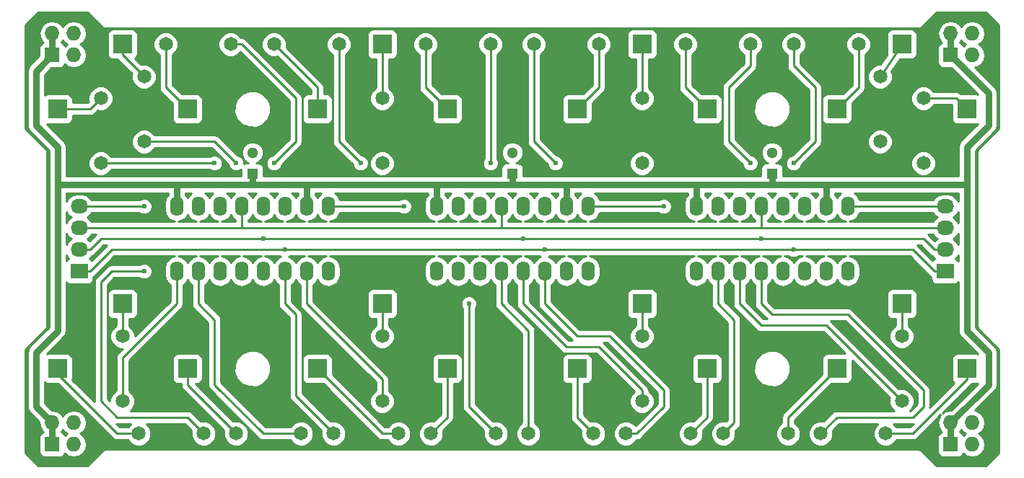
<source format=gtl>
G04 #@! TF.FileFunction,Copper,L1,Top,Signal*
%FSLAX46Y46*%
G04 Gerber Fmt 4.6, Leading zero omitted, Abs format (unit mm)*
G04 Created by KiCad (PCBNEW 4.0.0-rc2-stable) date Sun 15 Nov 2015 10:11:19 AEDT*
%MOMM*%
G01*
G04 APERTURE LIST*
%ADD10C,0.100000*%
%ADD11O,1.600000X2.300000*%
%ADD12R,1.300000X1.300000*%
%ADD13C,1.300000*%
%ADD14R,2.235200X2.235200*%
%ADD15R,1.727200X1.727200*%
%ADD16O,1.727200X1.727200*%
%ADD17R,2.032000X1.727200*%
%ADD18O,2.032000X1.727200*%
%ADD19C,1.651000*%
%ADD20C,0.600000*%
%ADD21C,0.250000*%
%ADD22C,0.762000*%
%ADD23C,0.254000*%
G04 APERTURE END LIST*
D10*
D11*
X160020000Y-101600000D03*
X162560000Y-101600000D03*
X165100000Y-101600000D03*
X167640000Y-101600000D03*
X170180000Y-101600000D03*
X172720000Y-101600000D03*
X175260000Y-101600000D03*
X177800000Y-101600000D03*
X177800000Y-93980000D03*
X175260000Y-93980000D03*
X172720000Y-93980000D03*
X170180000Y-93980000D03*
X167640000Y-93980000D03*
X165100000Y-93980000D03*
X162560000Y-93980000D03*
X160020000Y-93980000D03*
X129540000Y-101600000D03*
X132080000Y-101600000D03*
X134620000Y-101600000D03*
X137160000Y-101600000D03*
X139700000Y-101600000D03*
X142240000Y-101600000D03*
X144780000Y-101600000D03*
X147320000Y-101600000D03*
X147320000Y-93980000D03*
X144780000Y-93980000D03*
X142240000Y-93980000D03*
X139700000Y-93980000D03*
X137160000Y-93980000D03*
X134620000Y-93980000D03*
X132080000Y-93980000D03*
X129540000Y-93980000D03*
X99060000Y-101600000D03*
X101600000Y-101600000D03*
X104140000Y-101600000D03*
X106680000Y-101600000D03*
X109220000Y-101600000D03*
X111760000Y-101600000D03*
X114300000Y-101600000D03*
X116840000Y-101600000D03*
X116840000Y-93980000D03*
X114300000Y-93980000D03*
X111760000Y-93980000D03*
X109220000Y-93980000D03*
X106680000Y-93980000D03*
X104140000Y-93980000D03*
X101600000Y-93980000D03*
X99060000Y-93980000D03*
D12*
X168910000Y-90170000D03*
D13*
X168910000Y-87670000D03*
D12*
X138430000Y-90170000D03*
D13*
X138430000Y-87670000D03*
D12*
X107950000Y-90170000D03*
D13*
X107950000Y-87670000D03*
D14*
X130810000Y-82550000D03*
X123190000Y-74930000D03*
X115570000Y-82550000D03*
X161290000Y-82550000D03*
X153670000Y-74930000D03*
X146050000Y-82550000D03*
X191770000Y-82550000D03*
X176530000Y-82550000D03*
X184150000Y-74930000D03*
X191770000Y-113030000D03*
X184150000Y-105410000D03*
X176530000Y-113030000D03*
X161290000Y-113030000D03*
X153670000Y-105410000D03*
X146050000Y-113030000D03*
X130810000Y-113030000D03*
X123190000Y-105410000D03*
X115570000Y-113030000D03*
X100330000Y-113030000D03*
X85090000Y-113030000D03*
X92710000Y-105410000D03*
X100330000Y-82550000D03*
X85090000Y-82550000D03*
X92710000Y-74930000D03*
D15*
X189865000Y-121920000D03*
D16*
X189865000Y-119380000D03*
X192405000Y-121920000D03*
X192405000Y-119380000D03*
D15*
X189865000Y-76200000D03*
D16*
X189865000Y-73660000D03*
X192405000Y-76200000D03*
X192405000Y-73660000D03*
D15*
X84455000Y-121920000D03*
D16*
X84455000Y-119380000D03*
X86995000Y-121920000D03*
X86995000Y-119380000D03*
D17*
X189230000Y-101600000D03*
D18*
X189230000Y-99060000D03*
X189230000Y-96520000D03*
X189230000Y-93980000D03*
D17*
X87630000Y-101600000D03*
D18*
X87630000Y-99060000D03*
X87630000Y-96520000D03*
X87630000Y-93980000D03*
D15*
X84455000Y-76200000D03*
D16*
X84455000Y-73660000D03*
X86995000Y-76200000D03*
X86995000Y-73660000D03*
D19*
X102235000Y-120650000D03*
X94615000Y-120650000D03*
X92710000Y-116840000D03*
X92710000Y-109220000D03*
X113665000Y-120650000D03*
X106045000Y-120650000D03*
X90170000Y-88900000D03*
X90170000Y-81280000D03*
X95250000Y-86360000D03*
X95250000Y-78740000D03*
X105410000Y-74930000D03*
X97790000Y-74930000D03*
X117475000Y-120650000D03*
X125095000Y-120650000D03*
X123190000Y-116840000D03*
X123190000Y-109220000D03*
X136525000Y-120650000D03*
X128905000Y-120650000D03*
X118110000Y-74930000D03*
X110490000Y-74930000D03*
X123190000Y-88900000D03*
X123190000Y-81280000D03*
X135890000Y-74930000D03*
X128270000Y-74930000D03*
X140335000Y-120650000D03*
X147955000Y-120650000D03*
X153670000Y-116840000D03*
X153670000Y-109220000D03*
X151765000Y-120650000D03*
X159385000Y-120650000D03*
X140970000Y-74930000D03*
X148590000Y-74930000D03*
X153670000Y-88900000D03*
X153670000Y-81280000D03*
X166370000Y-74930000D03*
X158750000Y-74930000D03*
X163195000Y-120650000D03*
X170815000Y-120650000D03*
X184150000Y-116840000D03*
X184150000Y-109220000D03*
X174625000Y-120650000D03*
X182245000Y-120650000D03*
X171450000Y-74930000D03*
X179070000Y-74930000D03*
X181610000Y-86360000D03*
X181610000Y-78740000D03*
X186690000Y-88900000D03*
X186690000Y-81280000D03*
D20*
X103505000Y-88900000D03*
X106045000Y-88900000D03*
X110490000Y-88900000D03*
X125730000Y-93980000D03*
X95250000Y-101600000D03*
X120650000Y-88900000D03*
X135890000Y-88900000D03*
X143510000Y-88900000D03*
X156210000Y-93980000D03*
X133350000Y-105410000D03*
X166370000Y-88900000D03*
X184150000Y-116840000D03*
X171450000Y-88900000D03*
X171450000Y-99060000D03*
X142240000Y-99060000D03*
X111760000Y-99060000D03*
X167640000Y-97790000D03*
X109220000Y-97790000D03*
X139700000Y-97790000D03*
X95250000Y-93980000D03*
D21*
X92710000Y-116840000D02*
X92710000Y-111760000D01*
X99060000Y-105410000D02*
X99060000Y-101600000D01*
X92710000Y-111760000D02*
X99060000Y-105410000D01*
X101600000Y-105410000D02*
X103505000Y-107315000D01*
X109220000Y-120650000D02*
X113665000Y-120650000D01*
X103505000Y-114935000D02*
X109220000Y-120650000D01*
X103505000Y-107315000D02*
X103505000Y-114935000D01*
X101600000Y-101600000D02*
X101600000Y-104140000D01*
X101600000Y-104140000D02*
X101600000Y-105410000D01*
X103505000Y-88900000D02*
X90170000Y-88900000D01*
X106045000Y-88900000D02*
X103505000Y-86360000D01*
X103505000Y-86360000D02*
X95250000Y-86360000D01*
X105410000Y-74930000D02*
X106680000Y-74930000D01*
X113030000Y-86360000D02*
X110490000Y-88900000D01*
X113030000Y-81280000D02*
X113030000Y-86360000D01*
X106680000Y-74930000D02*
X113030000Y-81280000D01*
X117475000Y-120650000D02*
X113030000Y-116205000D01*
X113030000Y-116205000D02*
X113030000Y-106680000D01*
X111760000Y-101600000D02*
X111760000Y-105410000D01*
X111760000Y-105410000D02*
X113030000Y-106680000D01*
X123190000Y-116840000D02*
X123190000Y-114300000D01*
X114300000Y-105410000D02*
X114300000Y-101600000D01*
X123190000Y-114300000D02*
X114300000Y-105410000D01*
X116840000Y-93980000D02*
X125730000Y-93980000D01*
X102235000Y-120650000D02*
X100330000Y-118745000D01*
X92075000Y-118745000D02*
X90170000Y-116840000D01*
X100330000Y-118745000D02*
X92075000Y-118745000D01*
X90170000Y-116840000D02*
X90170000Y-102870000D01*
X90170000Y-102870000D02*
X91440000Y-101600000D01*
X91440000Y-101600000D02*
X95250000Y-101600000D01*
X118110000Y-86360000D02*
X118110000Y-74930000D01*
X120650000Y-88900000D02*
X118110000Y-86360000D01*
X135890000Y-74930000D02*
X135890000Y-88900000D01*
X140335000Y-120650000D02*
X140335000Y-108585000D01*
X137160000Y-101600000D02*
X137160000Y-105410000D01*
X137160000Y-105410000D02*
X140335000Y-108585000D01*
X153670000Y-116840000D02*
X153670000Y-115570000D01*
X139700000Y-105410000D02*
X139700000Y-101600000D01*
X144780000Y-110490000D02*
X139700000Y-105410000D01*
X148590000Y-110490000D02*
X144780000Y-110490000D01*
X153670000Y-115570000D02*
X148590000Y-110490000D01*
X151765000Y-120650000D02*
X153035000Y-120650000D01*
X156210000Y-117475000D02*
X156210000Y-115570000D01*
X153035000Y-120650000D02*
X156210000Y-117475000D01*
X142240000Y-101600000D02*
X142240000Y-105410000D01*
X149860000Y-109220000D02*
X156210000Y-115570000D01*
X146050000Y-109220000D02*
X149860000Y-109220000D01*
X142240000Y-105410000D02*
X146050000Y-109220000D01*
X140970000Y-74930000D02*
X140970000Y-86360000D01*
X140970000Y-86360000D02*
X143510000Y-88900000D01*
X147320000Y-93980000D02*
X156210000Y-93980000D01*
X136525000Y-120650000D02*
X133350000Y-117475000D01*
X133350000Y-117475000D02*
X133350000Y-105410000D01*
X166370000Y-74930000D02*
X166370000Y-77470000D01*
X163830000Y-86360000D02*
X166370000Y-88900000D01*
X163830000Y-80010000D02*
X163830000Y-86360000D01*
X166370000Y-77470000D02*
X163830000Y-80010000D01*
X163195000Y-120650000D02*
X164465000Y-119380000D01*
X162560000Y-105410000D02*
X162560000Y-101600000D01*
X164465000Y-107315000D02*
X162560000Y-105410000D01*
X164465000Y-119380000D02*
X164465000Y-107315000D01*
X165100000Y-101600000D02*
X165100000Y-105410000D01*
X175260000Y-107950000D02*
X184150000Y-116840000D01*
X167640000Y-107950000D02*
X175260000Y-107950000D01*
X165100000Y-105410000D02*
X167640000Y-107950000D01*
X186690000Y-115570000D02*
X186690000Y-117475000D01*
X176530000Y-118745000D02*
X174625000Y-120650000D01*
X185420000Y-118745000D02*
X176530000Y-118745000D01*
X186690000Y-117475000D02*
X185420000Y-118745000D01*
X167640000Y-101600000D02*
X167640000Y-105410000D01*
X177800000Y-106680000D02*
X186690000Y-115570000D01*
X168910000Y-106680000D02*
X177800000Y-106680000D01*
X167640000Y-105410000D02*
X168910000Y-106680000D01*
X171450000Y-74930000D02*
X171450000Y-77470000D01*
X173990000Y-86360000D02*
X171450000Y-88900000D01*
X173990000Y-80010000D02*
X173990000Y-86360000D01*
X171450000Y-77470000D02*
X173990000Y-80010000D01*
X94615000Y-120650000D02*
X92075000Y-120650000D01*
X92075000Y-120650000D02*
X85090000Y-113665000D01*
X85090000Y-113030000D02*
X85090000Y-113665000D01*
X92710000Y-109220000D02*
X92710000Y-105410000D01*
X100330000Y-113030000D02*
X100330000Y-114935000D01*
X100330000Y-114935000D02*
X106045000Y-120650000D01*
X85090000Y-82550000D02*
X88900000Y-82550000D01*
X88900000Y-82550000D02*
X90170000Y-81280000D01*
X92710000Y-74930000D02*
X92710000Y-76200000D01*
X92710000Y-76200000D02*
X95250000Y-78740000D01*
X97790000Y-74930000D02*
X97790000Y-80010000D01*
X97790000Y-80010000D02*
X100330000Y-82550000D01*
X115570000Y-113030000D02*
X123190000Y-120650000D01*
X123190000Y-120650000D02*
X125095000Y-120650000D01*
X123190000Y-105410000D02*
X123190000Y-109220000D01*
X130810000Y-113030000D02*
X130810000Y-118745000D01*
X130810000Y-118745000D02*
X128905000Y-120650000D01*
X115570000Y-82550000D02*
X115570000Y-80010000D01*
X115570000Y-80010000D02*
X110490000Y-74930000D01*
X123190000Y-74930000D02*
X123190000Y-81280000D01*
X128270000Y-74930000D02*
X128270000Y-80010000D01*
X128270000Y-80010000D02*
X130810000Y-82550000D01*
X146050000Y-113030000D02*
X146050000Y-118745000D01*
X146050000Y-118745000D02*
X147955000Y-120650000D01*
X153670000Y-109220000D02*
X153670000Y-105410000D01*
X161290000Y-113030000D02*
X161290000Y-118745000D01*
X161290000Y-118745000D02*
X159385000Y-120650000D01*
X148590000Y-74930000D02*
X148590000Y-80010000D01*
X148590000Y-80010000D02*
X146050000Y-82550000D01*
X153670000Y-74930000D02*
X153670000Y-81280000D01*
X158750000Y-74930000D02*
X158750000Y-80010000D01*
X158750000Y-80010000D02*
X161290000Y-82550000D01*
X170815000Y-120650000D02*
X170815000Y-118745000D01*
X170815000Y-118745000D02*
X176530000Y-113030000D01*
X184150000Y-105410000D02*
X184150000Y-109220000D01*
X182245000Y-120650000D02*
X185420000Y-120650000D01*
X191770000Y-114300000D02*
X191770000Y-113030000D01*
X185420000Y-120650000D02*
X191770000Y-114300000D01*
X179070000Y-74930000D02*
X179070000Y-80010000D01*
X179070000Y-80010000D02*
X176530000Y-82550000D01*
X181610000Y-78740000D02*
X184150000Y-74930000D01*
X186690000Y-81280000D02*
X190500000Y-81280000D01*
X190500000Y-81280000D02*
X191770000Y-82550000D01*
D22*
X168910000Y-90170000D02*
X168910000Y-91440000D01*
X138430000Y-90170000D02*
X138430000Y-91440000D01*
X107950000Y-90170000D02*
X107950000Y-91440000D01*
X85090000Y-91440000D02*
X99060000Y-91440000D01*
X114300000Y-91440000D02*
X107950000Y-91440000D01*
X107950000Y-91440000D02*
X99060000Y-91440000D01*
X189865000Y-121920000D02*
X189865000Y-119380000D01*
X189865000Y-119380000D02*
X194310000Y-114935000D01*
X191770000Y-108585000D02*
X194310000Y-111125000D01*
X194310000Y-111125000D02*
X194310000Y-114935000D01*
X191770000Y-91440000D02*
X191770000Y-108585000D01*
X84455000Y-119380000D02*
X84455000Y-121920000D01*
X84455000Y-119380000D02*
X82550000Y-117475000D01*
X84455000Y-76200000D02*
X84455000Y-73660000D01*
X189865000Y-76200000D02*
X189865000Y-73660000D01*
X189865000Y-121920000D02*
X189865000Y-121920000D01*
X189865000Y-76200000D02*
X189865000Y-76200000D01*
X191770000Y-91440000D02*
X191770000Y-86995000D01*
X194310000Y-80645000D02*
X189865000Y-76200000D01*
X194310000Y-84455000D02*
X194310000Y-80645000D01*
X191770000Y-86995000D02*
X194310000Y-84455000D01*
X82550000Y-78105000D02*
X84455000Y-76200000D01*
X84455000Y-121920000D02*
X84455000Y-121920000D01*
X175260000Y-91440000D02*
X191770000Y-91440000D01*
X82550000Y-78105000D02*
X82550000Y-84455000D01*
X82550000Y-84455000D02*
X85090000Y-86995000D01*
X85090000Y-86995000D02*
X85090000Y-91440000D01*
X85090000Y-91440000D02*
X85090000Y-92075000D01*
X85090000Y-108585000D02*
X85090000Y-92075000D01*
X82550000Y-111125000D02*
X85090000Y-108585000D01*
X82550000Y-117475000D02*
X82550000Y-111125000D01*
X84455000Y-76200000D02*
X84455000Y-76200000D01*
X175260000Y-93980000D02*
X175260000Y-91440000D01*
X175260000Y-91440000D02*
X168910000Y-91440000D01*
X168910000Y-91440000D02*
X160020000Y-91440000D01*
X160020000Y-93980000D02*
X160020000Y-91440000D01*
X144780000Y-93980000D02*
X144780000Y-91440000D01*
X129540000Y-93980000D02*
X129540000Y-91440000D01*
X114300000Y-93980000D02*
X114300000Y-91440000D01*
X99060000Y-93980000D02*
X99060000Y-91440000D01*
X160020000Y-91440000D02*
X144780000Y-91440000D01*
X144780000Y-91440000D02*
X138430000Y-91440000D01*
X138430000Y-91440000D02*
X129540000Y-91440000D01*
X129540000Y-91440000D02*
X114300000Y-91440000D01*
D21*
X87630000Y-101600000D02*
X88900000Y-101600000D01*
X187960000Y-101600000D02*
X189230000Y-101600000D01*
X185420000Y-99060000D02*
X187960000Y-101600000D01*
X172720000Y-99060000D02*
X185420000Y-99060000D01*
X88900000Y-101600000D02*
X91440000Y-99060000D01*
X91440000Y-99060000D02*
X111760000Y-99060000D01*
X111760000Y-99060000D02*
X142240000Y-99060000D01*
X142240000Y-99060000D02*
X171450000Y-99060000D01*
X171450000Y-99060000D02*
X172720000Y-99060000D01*
X189230000Y-99060000D02*
X187960000Y-99060000D01*
X88900000Y-99060000D02*
X87630000Y-99060000D01*
X90170000Y-97790000D02*
X88900000Y-99060000D01*
X186690000Y-97790000D02*
X170180000Y-97790000D01*
X170180000Y-97790000D02*
X168910000Y-97790000D01*
X187960000Y-99060000D02*
X186690000Y-97790000D01*
X168910000Y-97790000D02*
X167640000Y-97790000D01*
X167640000Y-97790000D02*
X139700000Y-97790000D01*
X139700000Y-97790000D02*
X109220000Y-97790000D01*
X109220000Y-97790000D02*
X90170000Y-97790000D01*
X87630000Y-96520000D02*
X106680000Y-96520000D01*
X167640000Y-96520000D02*
X189230000Y-96520000D01*
X167640000Y-93980000D02*
X167640000Y-96520000D01*
X137160000Y-93980000D02*
X137160000Y-96520000D01*
X106680000Y-93980000D02*
X106680000Y-96520000D01*
X106680000Y-96520000D02*
X137160000Y-96520000D01*
X137160000Y-96520000D02*
X167640000Y-96520000D01*
X87630000Y-93980000D02*
X95250000Y-93980000D01*
X177800000Y-93980000D02*
X189230000Y-93980000D01*
D23*
G36*
X90320632Y-72874368D02*
X90542862Y-73022857D01*
X90805000Y-73075000D01*
X186055000Y-73075000D01*
X186317138Y-73022857D01*
X186539368Y-72874368D01*
X188243736Y-71170000D01*
X194026264Y-71170000D01*
X195530000Y-72673736D01*
X195530000Y-84806264D01*
X193190632Y-87145632D01*
X193042143Y-87367862D01*
X192990000Y-87630000D01*
X192990000Y-107950000D01*
X193042143Y-108212138D01*
X193190632Y-108434368D01*
X195530000Y-110773736D01*
X195530000Y-122906264D01*
X194026264Y-124410000D01*
X188243736Y-124410000D01*
X186539368Y-122705632D01*
X186317138Y-122557143D01*
X186055000Y-122505000D01*
X90805000Y-122505000D01*
X90542862Y-122557143D01*
X90320632Y-122705632D01*
X88616264Y-124410000D01*
X82833736Y-124410000D01*
X81330000Y-122906264D01*
X81330000Y-110773736D01*
X83669368Y-108434368D01*
X83817857Y-108212138D01*
X83821029Y-108196193D01*
X83870000Y-107950000D01*
X83870000Y-87630000D01*
X83817857Y-87367862D01*
X83669368Y-87145632D01*
X81330000Y-84806264D01*
X81330000Y-78105000D01*
X81534000Y-78105000D01*
X81534000Y-84455000D01*
X81598507Y-84779300D01*
X81611338Y-84843807D01*
X81831580Y-85173420D01*
X84074000Y-87415841D01*
X84074000Y-108164159D01*
X81831580Y-110406580D01*
X81611338Y-110736193D01*
X81602458Y-110780839D01*
X81534000Y-111125000D01*
X81534000Y-117475000D01*
X81593641Y-117774838D01*
X81611338Y-117863807D01*
X81831580Y-118193420D01*
X82942159Y-119303999D01*
X82927041Y-119380000D01*
X83041115Y-119953489D01*
X83365971Y-120439670D01*
X83379642Y-120448805D01*
X83356083Y-120453238D01*
X83139959Y-120592310D01*
X82994969Y-120804510D01*
X82943960Y-121056400D01*
X82943960Y-122783600D01*
X82988238Y-123018917D01*
X83127310Y-123235041D01*
X83339510Y-123380031D01*
X83591400Y-123431040D01*
X85318600Y-123431040D01*
X85553917Y-123386762D01*
X85770041Y-123247690D01*
X85915031Y-123035490D01*
X85923908Y-122991655D01*
X86392152Y-123304526D01*
X86965641Y-123418600D01*
X87024359Y-123418600D01*
X87597848Y-123304526D01*
X88084029Y-122979670D01*
X88408885Y-122493489D01*
X88522959Y-121920000D01*
X88408885Y-121346511D01*
X88084029Y-120860330D01*
X87769248Y-120650000D01*
X88084029Y-120439670D01*
X88408885Y-119953489D01*
X88522959Y-119380000D01*
X88408885Y-118806511D01*
X88084029Y-118320330D01*
X87597848Y-117995474D01*
X87024359Y-117881400D01*
X86965641Y-117881400D01*
X86392152Y-117995474D01*
X85905971Y-118320330D01*
X85725000Y-118591172D01*
X85544029Y-118320330D01*
X85057848Y-117995474D01*
X84484359Y-117881400D01*
X84425641Y-117881400D01*
X84398616Y-117886776D01*
X83566000Y-117054160D01*
X83566000Y-114638459D01*
X83720510Y-114744031D01*
X83972400Y-114795040D01*
X85145238Y-114795040D01*
X91537599Y-121187401D01*
X91784161Y-121352148D01*
X92075000Y-121410000D01*
X93348762Y-121410000D01*
X93376126Y-121476226D01*
X93786613Y-121887430D01*
X94323214Y-122110246D01*
X94904237Y-122110753D01*
X95441226Y-121888874D01*
X95852430Y-121478387D01*
X96075246Y-120941786D01*
X96075753Y-120360763D01*
X95853874Y-119823774D01*
X95535656Y-119505000D01*
X100015198Y-119505000D01*
X100802234Y-120292036D01*
X100774754Y-120358214D01*
X100774247Y-120939237D01*
X100996126Y-121476226D01*
X101406613Y-121887430D01*
X101943214Y-122110246D01*
X102524237Y-122110753D01*
X103061226Y-121888874D01*
X103472430Y-121478387D01*
X103695246Y-120941786D01*
X103695753Y-120360763D01*
X103473874Y-119823774D01*
X103063387Y-119412570D01*
X102526786Y-119189754D01*
X101945763Y-119189247D01*
X101877326Y-119217524D01*
X100867401Y-118207599D01*
X100620839Y-118042852D01*
X100330000Y-117985000D01*
X93630264Y-117985000D01*
X93947430Y-117668387D01*
X94170246Y-117131786D01*
X94170753Y-116550763D01*
X93948874Y-116013774D01*
X93538387Y-115602570D01*
X93470000Y-115574173D01*
X93470000Y-112074802D01*
X93632402Y-111912400D01*
X98564960Y-111912400D01*
X98564960Y-114147600D01*
X98609238Y-114382917D01*
X98748310Y-114599041D01*
X98960510Y-114744031D01*
X99212400Y-114795040D01*
X99570000Y-114795040D01*
X99570000Y-114935000D01*
X99627852Y-115225839D01*
X99792599Y-115472401D01*
X104612233Y-120292036D01*
X104584754Y-120358214D01*
X104584247Y-120939237D01*
X104806126Y-121476226D01*
X105216613Y-121887430D01*
X105753214Y-122110246D01*
X106334237Y-122110753D01*
X106871226Y-121888874D01*
X107282430Y-121478387D01*
X107505246Y-120941786D01*
X107505753Y-120360763D01*
X107283874Y-119823774D01*
X106873387Y-119412570D01*
X106336786Y-119189754D01*
X105755763Y-119189247D01*
X105687327Y-119217524D01*
X101264842Y-114795040D01*
X101447600Y-114795040D01*
X101682917Y-114750762D01*
X101899041Y-114611690D01*
X102044031Y-114399490D01*
X102095040Y-114147600D01*
X102095040Y-111912400D01*
X102050762Y-111677083D01*
X101911690Y-111460959D01*
X101699490Y-111315969D01*
X101447600Y-111264960D01*
X99212400Y-111264960D01*
X98977083Y-111309238D01*
X98760959Y-111448310D01*
X98615969Y-111660510D01*
X98564960Y-111912400D01*
X93632402Y-111912400D01*
X99597401Y-105947401D01*
X99762148Y-105700839D01*
X99820000Y-105410000D01*
X99820000Y-103169852D01*
X100074698Y-102999668D01*
X100330000Y-102617582D01*
X100585302Y-102999668D01*
X100840000Y-103169852D01*
X100840000Y-105410000D01*
X100897852Y-105700839D01*
X101062599Y-105947401D01*
X102745000Y-107629802D01*
X102745000Y-114935000D01*
X102802852Y-115225839D01*
X102967599Y-115472401D01*
X108682599Y-121187402D01*
X108929161Y-121352148D01*
X109220000Y-121410000D01*
X112398762Y-121410000D01*
X112426126Y-121476226D01*
X112836613Y-121887430D01*
X113373214Y-122110246D01*
X113954237Y-122110753D01*
X114491226Y-121888874D01*
X114902430Y-121478387D01*
X115125246Y-120941786D01*
X115125753Y-120360763D01*
X114903874Y-119823774D01*
X114493387Y-119412570D01*
X113956786Y-119189754D01*
X113375763Y-119189247D01*
X112838774Y-119411126D01*
X112427570Y-119821613D01*
X112399173Y-119890000D01*
X109534803Y-119890000D01*
X104265000Y-114620198D01*
X104265000Y-113452815D01*
X105814630Y-113452815D01*
X106138980Y-114237800D01*
X106739041Y-114838909D01*
X107523459Y-115164628D01*
X108372815Y-115165370D01*
X109157800Y-114841020D01*
X109758909Y-114240959D01*
X110084628Y-113456541D01*
X110085370Y-112607185D01*
X109761020Y-111822200D01*
X109160959Y-111221091D01*
X108376541Y-110895372D01*
X107527185Y-110894630D01*
X106742200Y-111218980D01*
X106141091Y-111819041D01*
X105815372Y-112603459D01*
X105814630Y-113452815D01*
X104265000Y-113452815D01*
X104265000Y-107315000D01*
X104207148Y-107024161D01*
X104042401Y-106777599D01*
X102360000Y-105095198D01*
X102360000Y-103169852D01*
X102614698Y-102999668D01*
X102870000Y-102617582D01*
X103125302Y-102999668D01*
X103590849Y-103310737D01*
X104140000Y-103419970D01*
X104689151Y-103310737D01*
X105154698Y-102999668D01*
X105410000Y-102617582D01*
X105665302Y-102999668D01*
X106130849Y-103310737D01*
X106680000Y-103419970D01*
X107229151Y-103310737D01*
X107694698Y-102999668D01*
X107950000Y-102617582D01*
X108205302Y-102999668D01*
X108670849Y-103310737D01*
X109220000Y-103419970D01*
X109769151Y-103310737D01*
X110234698Y-102999668D01*
X110490000Y-102617582D01*
X110745302Y-102999668D01*
X111000000Y-103169852D01*
X111000000Y-105410000D01*
X111057852Y-105700839D01*
X111222599Y-105947401D01*
X112270000Y-106994802D01*
X112270000Y-116205000D01*
X112327852Y-116495839D01*
X112492599Y-116742401D01*
X116042234Y-120292036D01*
X116014754Y-120358214D01*
X116014247Y-120939237D01*
X116236126Y-121476226D01*
X116646613Y-121887430D01*
X117183214Y-122110246D01*
X117764237Y-122110753D01*
X118301226Y-121888874D01*
X118712430Y-121478387D01*
X118935246Y-120941786D01*
X118935753Y-120360763D01*
X118713874Y-119823774D01*
X118303387Y-119412570D01*
X117766786Y-119189754D01*
X117185763Y-119189247D01*
X117117326Y-119217524D01*
X113790000Y-115890198D01*
X113790000Y-111912400D01*
X113804960Y-111912400D01*
X113804960Y-114147600D01*
X113849238Y-114382917D01*
X113988310Y-114599041D01*
X114200510Y-114744031D01*
X114452400Y-114795040D01*
X116260238Y-114795040D01*
X122652599Y-121187401D01*
X122899160Y-121352148D01*
X123190000Y-121410000D01*
X123828762Y-121410000D01*
X123856126Y-121476226D01*
X124266613Y-121887430D01*
X124803214Y-122110246D01*
X125384237Y-122110753D01*
X125921226Y-121888874D01*
X126332430Y-121478387D01*
X126555246Y-120941786D01*
X126555248Y-120939237D01*
X127444247Y-120939237D01*
X127666126Y-121476226D01*
X128076613Y-121887430D01*
X128613214Y-122110246D01*
X129194237Y-122110753D01*
X129731226Y-121888874D01*
X130142430Y-121478387D01*
X130365246Y-120941786D01*
X130365753Y-120360763D01*
X130337476Y-120292326D01*
X131347401Y-119282401D01*
X131512148Y-119035839D01*
X131570000Y-118745000D01*
X131570000Y-114795040D01*
X131927600Y-114795040D01*
X132162917Y-114750762D01*
X132379041Y-114611690D01*
X132524031Y-114399490D01*
X132575040Y-114147600D01*
X132575040Y-111912400D01*
X132530762Y-111677083D01*
X132391690Y-111460959D01*
X132179490Y-111315969D01*
X131927600Y-111264960D01*
X129692400Y-111264960D01*
X129457083Y-111309238D01*
X129240959Y-111448310D01*
X129095969Y-111660510D01*
X129044960Y-111912400D01*
X129044960Y-114147600D01*
X129089238Y-114382917D01*
X129228310Y-114599041D01*
X129440510Y-114744031D01*
X129692400Y-114795040D01*
X130050000Y-114795040D01*
X130050000Y-118430198D01*
X129262964Y-119217234D01*
X129196786Y-119189754D01*
X128615763Y-119189247D01*
X128078774Y-119411126D01*
X127667570Y-119821613D01*
X127444754Y-120358214D01*
X127444247Y-120939237D01*
X126555248Y-120939237D01*
X126555753Y-120360763D01*
X126333874Y-119823774D01*
X125923387Y-119412570D01*
X125386786Y-119189754D01*
X124805763Y-119189247D01*
X124268774Y-119411126D01*
X123857570Y-119821613D01*
X123829173Y-119890000D01*
X123504802Y-119890000D01*
X117335040Y-113720238D01*
X117335040Y-111912400D01*
X117290762Y-111677083D01*
X117151690Y-111460959D01*
X116939490Y-111315969D01*
X116687600Y-111264960D01*
X114452400Y-111264960D01*
X114217083Y-111309238D01*
X114000959Y-111448310D01*
X113855969Y-111660510D01*
X113804960Y-111912400D01*
X113790000Y-111912400D01*
X113790000Y-106680000D01*
X113765136Y-106555000D01*
X113732148Y-106389160D01*
X113567401Y-106142599D01*
X112520000Y-105095198D01*
X112520000Y-103169852D01*
X112774698Y-102999668D01*
X113030000Y-102617582D01*
X113285302Y-102999668D01*
X113540000Y-103169852D01*
X113540000Y-105410000D01*
X113597852Y-105700839D01*
X113762599Y-105947401D01*
X122430000Y-114614802D01*
X122430000Y-115573762D01*
X122363774Y-115601126D01*
X121952570Y-116011613D01*
X121729754Y-116548214D01*
X121729247Y-117129237D01*
X121951126Y-117666226D01*
X122361613Y-118077430D01*
X122898214Y-118300246D01*
X123479237Y-118300753D01*
X124016226Y-118078874D01*
X124427430Y-117668387D01*
X124650246Y-117131786D01*
X124650753Y-116550763D01*
X124428874Y-116013774D01*
X124018387Y-115602570D01*
X123950000Y-115574173D01*
X123950000Y-114300000D01*
X123892148Y-114009161D01*
X123727401Y-113762599D01*
X115060000Y-105095198D01*
X115060000Y-104292400D01*
X121424960Y-104292400D01*
X121424960Y-106527600D01*
X121469238Y-106762917D01*
X121608310Y-106979041D01*
X121820510Y-107124031D01*
X122072400Y-107175040D01*
X122430000Y-107175040D01*
X122430000Y-107953762D01*
X122363774Y-107981126D01*
X121952570Y-108391613D01*
X121729754Y-108928214D01*
X121729247Y-109509237D01*
X121951126Y-110046226D01*
X122361613Y-110457430D01*
X122898214Y-110680246D01*
X123479237Y-110680753D01*
X124016226Y-110458874D01*
X124427430Y-110048387D01*
X124650246Y-109511786D01*
X124650753Y-108930763D01*
X124428874Y-108393774D01*
X124018387Y-107982570D01*
X123950000Y-107954173D01*
X123950000Y-107175040D01*
X124307600Y-107175040D01*
X124542917Y-107130762D01*
X124759041Y-106991690D01*
X124904031Y-106779490D01*
X124955040Y-106527600D01*
X124955040Y-105595167D01*
X132414838Y-105595167D01*
X132556883Y-105938943D01*
X132590000Y-105972118D01*
X132590000Y-117475000D01*
X132647852Y-117765839D01*
X132812599Y-118012401D01*
X135092234Y-120292036D01*
X135064754Y-120358214D01*
X135064247Y-120939237D01*
X135286126Y-121476226D01*
X135696613Y-121887430D01*
X136233214Y-122110246D01*
X136814237Y-122110753D01*
X137351226Y-121888874D01*
X137762430Y-121478387D01*
X137985246Y-120941786D01*
X137985753Y-120360763D01*
X137763874Y-119823774D01*
X137353387Y-119412570D01*
X136816786Y-119189754D01*
X136235763Y-119189247D01*
X136167326Y-119217524D01*
X134110000Y-117160198D01*
X134110000Y-105972463D01*
X134142192Y-105940327D01*
X134284838Y-105596799D01*
X134285162Y-105224833D01*
X134143117Y-104881057D01*
X133880327Y-104617808D01*
X133536799Y-104475162D01*
X133164833Y-104474838D01*
X132821057Y-104616883D01*
X132557808Y-104879673D01*
X132415162Y-105223201D01*
X132414838Y-105595167D01*
X124955040Y-105595167D01*
X124955040Y-104292400D01*
X124910762Y-104057083D01*
X124771690Y-103840959D01*
X124559490Y-103695969D01*
X124307600Y-103644960D01*
X122072400Y-103644960D01*
X121837083Y-103689238D01*
X121620959Y-103828310D01*
X121475969Y-104040510D01*
X121424960Y-104292400D01*
X115060000Y-104292400D01*
X115060000Y-103169852D01*
X115314698Y-102999668D01*
X115570000Y-102617582D01*
X115825302Y-102999668D01*
X116290849Y-103310737D01*
X116840000Y-103419970D01*
X117389151Y-103310737D01*
X117854698Y-102999668D01*
X118165767Y-102534121D01*
X118275000Y-101984970D01*
X118275000Y-101215030D01*
X118165767Y-100665879D01*
X117854698Y-100200332D01*
X117389151Y-99889263D01*
X117040943Y-99820000D01*
X129339057Y-99820000D01*
X128990849Y-99889263D01*
X128525302Y-100200332D01*
X128214233Y-100665879D01*
X128105000Y-101215030D01*
X128105000Y-101984970D01*
X128214233Y-102534121D01*
X128525302Y-102999668D01*
X128990849Y-103310737D01*
X129540000Y-103419970D01*
X130089151Y-103310737D01*
X130554698Y-102999668D01*
X130810000Y-102617582D01*
X131065302Y-102999668D01*
X131530849Y-103310737D01*
X132080000Y-103419970D01*
X132629151Y-103310737D01*
X133094698Y-102999668D01*
X133350000Y-102617582D01*
X133605302Y-102999668D01*
X134070849Y-103310737D01*
X134620000Y-103419970D01*
X135169151Y-103310737D01*
X135634698Y-102999668D01*
X135890000Y-102617582D01*
X136145302Y-102999668D01*
X136400000Y-103169852D01*
X136400000Y-105410000D01*
X136457852Y-105700839D01*
X136622599Y-105947401D01*
X139575000Y-108899802D01*
X139575000Y-119383762D01*
X139508774Y-119411126D01*
X139097570Y-119821613D01*
X138874754Y-120358214D01*
X138874247Y-120939237D01*
X139096126Y-121476226D01*
X139506613Y-121887430D01*
X140043214Y-122110246D01*
X140624237Y-122110753D01*
X141161226Y-121888874D01*
X141572430Y-121478387D01*
X141795246Y-120941786D01*
X141795753Y-120360763D01*
X141573874Y-119823774D01*
X141163387Y-119412570D01*
X141095000Y-119384173D01*
X141095000Y-111912400D01*
X144284960Y-111912400D01*
X144284960Y-114147600D01*
X144329238Y-114382917D01*
X144468310Y-114599041D01*
X144680510Y-114744031D01*
X144932400Y-114795040D01*
X145290000Y-114795040D01*
X145290000Y-118745000D01*
X145347852Y-119035839D01*
X145512599Y-119282401D01*
X146522234Y-120292036D01*
X146494754Y-120358214D01*
X146494247Y-120939237D01*
X146716126Y-121476226D01*
X147126613Y-121887430D01*
X147663214Y-122110246D01*
X148244237Y-122110753D01*
X148781226Y-121888874D01*
X149192430Y-121478387D01*
X149415246Y-120941786D01*
X149415753Y-120360763D01*
X149193874Y-119823774D01*
X148783387Y-119412570D01*
X148246786Y-119189754D01*
X147665763Y-119189247D01*
X147597326Y-119217524D01*
X146810000Y-118430198D01*
X146810000Y-114795040D01*
X147167600Y-114795040D01*
X147402917Y-114750762D01*
X147619041Y-114611690D01*
X147764031Y-114399490D01*
X147815040Y-114147600D01*
X147815040Y-111912400D01*
X147770762Y-111677083D01*
X147631690Y-111460959D01*
X147419490Y-111315969D01*
X147167600Y-111264960D01*
X144932400Y-111264960D01*
X144697083Y-111309238D01*
X144480959Y-111448310D01*
X144335969Y-111660510D01*
X144284960Y-111912400D01*
X141095000Y-111912400D01*
X141095000Y-108585000D01*
X141037148Y-108294161D01*
X140872401Y-108047599D01*
X137920000Y-105095198D01*
X137920000Y-103169852D01*
X138174698Y-102999668D01*
X138430000Y-102617582D01*
X138685302Y-102999668D01*
X138940000Y-103169852D01*
X138940000Y-105410000D01*
X138997852Y-105700839D01*
X139162599Y-105947401D01*
X144242599Y-111027401D01*
X144489161Y-111192148D01*
X144780000Y-111250000D01*
X148275198Y-111250000D01*
X152734954Y-115709756D01*
X152432570Y-116011613D01*
X152209754Y-116548214D01*
X152209247Y-117129237D01*
X152431126Y-117666226D01*
X152841613Y-118077430D01*
X153378214Y-118300246D01*
X153959237Y-118300753D01*
X154496226Y-118078874D01*
X154907430Y-117668387D01*
X155130246Y-117131786D01*
X155130753Y-116550763D01*
X154908874Y-116013774D01*
X154498387Y-115602570D01*
X154430000Y-115574173D01*
X154430000Y-115570000D01*
X154372148Y-115279161D01*
X154207401Y-115032599D01*
X149154802Y-109980000D01*
X149545198Y-109980000D01*
X155450000Y-115884802D01*
X155450000Y-117160198D01*
X152895244Y-119714954D01*
X152593387Y-119412570D01*
X152056786Y-119189754D01*
X151475763Y-119189247D01*
X150938774Y-119411126D01*
X150527570Y-119821613D01*
X150304754Y-120358214D01*
X150304247Y-120939237D01*
X150526126Y-121476226D01*
X150936613Y-121887430D01*
X151473214Y-122110246D01*
X152054237Y-122110753D01*
X152591226Y-121888874D01*
X153002430Y-121478387D01*
X153030827Y-121410000D01*
X153035000Y-121410000D01*
X153325839Y-121352148D01*
X153572401Y-121187401D01*
X153820565Y-120939237D01*
X157924247Y-120939237D01*
X158146126Y-121476226D01*
X158556613Y-121887430D01*
X159093214Y-122110246D01*
X159674237Y-122110753D01*
X160211226Y-121888874D01*
X160622430Y-121478387D01*
X160845246Y-120941786D01*
X160845753Y-120360763D01*
X160817476Y-120292326D01*
X161827401Y-119282401D01*
X161992148Y-119035839D01*
X162050000Y-118745000D01*
X162050000Y-114795040D01*
X162407600Y-114795040D01*
X162642917Y-114750762D01*
X162859041Y-114611690D01*
X163004031Y-114399490D01*
X163055040Y-114147600D01*
X163055040Y-111912400D01*
X163010762Y-111677083D01*
X162871690Y-111460959D01*
X162659490Y-111315969D01*
X162407600Y-111264960D01*
X160172400Y-111264960D01*
X159937083Y-111309238D01*
X159720959Y-111448310D01*
X159575969Y-111660510D01*
X159524960Y-111912400D01*
X159524960Y-114147600D01*
X159569238Y-114382917D01*
X159708310Y-114599041D01*
X159920510Y-114744031D01*
X160172400Y-114795040D01*
X160530000Y-114795040D01*
X160530000Y-118430198D01*
X159742964Y-119217234D01*
X159676786Y-119189754D01*
X159095763Y-119189247D01*
X158558774Y-119411126D01*
X158147570Y-119821613D01*
X157924754Y-120358214D01*
X157924247Y-120939237D01*
X153820565Y-120939237D01*
X156747401Y-118012401D01*
X156912148Y-117765839D01*
X156970000Y-117475000D01*
X156970000Y-115570000D01*
X156912148Y-115279161D01*
X156747401Y-115032599D01*
X150397401Y-108682599D01*
X150150839Y-108517852D01*
X149860000Y-108460000D01*
X146364802Y-108460000D01*
X143000000Y-105095198D01*
X143000000Y-104292400D01*
X151904960Y-104292400D01*
X151904960Y-106527600D01*
X151949238Y-106762917D01*
X152088310Y-106979041D01*
X152300510Y-107124031D01*
X152552400Y-107175040D01*
X152910000Y-107175040D01*
X152910000Y-107953762D01*
X152843774Y-107981126D01*
X152432570Y-108391613D01*
X152209754Y-108928214D01*
X152209247Y-109509237D01*
X152431126Y-110046226D01*
X152841613Y-110457430D01*
X153378214Y-110680246D01*
X153959237Y-110680753D01*
X154496226Y-110458874D01*
X154907430Y-110048387D01*
X155130246Y-109511786D01*
X155130753Y-108930763D01*
X154908874Y-108393774D01*
X154498387Y-107982570D01*
X154430000Y-107954173D01*
X154430000Y-107175040D01*
X154787600Y-107175040D01*
X155022917Y-107130762D01*
X155239041Y-106991690D01*
X155384031Y-106779490D01*
X155435040Y-106527600D01*
X155435040Y-104292400D01*
X155390762Y-104057083D01*
X155251690Y-103840959D01*
X155039490Y-103695969D01*
X154787600Y-103644960D01*
X152552400Y-103644960D01*
X152317083Y-103689238D01*
X152100959Y-103828310D01*
X151955969Y-104040510D01*
X151904960Y-104292400D01*
X143000000Y-104292400D01*
X143000000Y-103169852D01*
X143254698Y-102999668D01*
X143510000Y-102617582D01*
X143765302Y-102999668D01*
X144230849Y-103310737D01*
X144780000Y-103419970D01*
X145329151Y-103310737D01*
X145794698Y-102999668D01*
X146050000Y-102617582D01*
X146305302Y-102999668D01*
X146770849Y-103310737D01*
X147320000Y-103419970D01*
X147869151Y-103310737D01*
X148334698Y-102999668D01*
X148645767Y-102534121D01*
X148755000Y-101984970D01*
X148755000Y-101215030D01*
X148645767Y-100665879D01*
X148334698Y-100200332D01*
X147869151Y-99889263D01*
X147520943Y-99820000D01*
X159819057Y-99820000D01*
X159470849Y-99889263D01*
X159005302Y-100200332D01*
X158694233Y-100665879D01*
X158585000Y-101215030D01*
X158585000Y-101984970D01*
X158694233Y-102534121D01*
X159005302Y-102999668D01*
X159470849Y-103310737D01*
X160020000Y-103419970D01*
X160569151Y-103310737D01*
X161034698Y-102999668D01*
X161290000Y-102617582D01*
X161545302Y-102999668D01*
X161800000Y-103169852D01*
X161800000Y-105410000D01*
X161857852Y-105700839D01*
X162022599Y-105947401D01*
X163705000Y-107629802D01*
X163705000Y-119065198D01*
X163552964Y-119217234D01*
X163486786Y-119189754D01*
X162905763Y-119189247D01*
X162368774Y-119411126D01*
X161957570Y-119821613D01*
X161734754Y-120358214D01*
X161734247Y-120939237D01*
X161956126Y-121476226D01*
X162366613Y-121887430D01*
X162903214Y-122110246D01*
X163484237Y-122110753D01*
X164021226Y-121888874D01*
X164432430Y-121478387D01*
X164655246Y-120941786D01*
X164655753Y-120360763D01*
X164627476Y-120292326D01*
X165002401Y-119917401D01*
X165167148Y-119670840D01*
X165225000Y-119380000D01*
X165225000Y-113452815D01*
X166774630Y-113452815D01*
X167098980Y-114237800D01*
X167699041Y-114838909D01*
X168483459Y-115164628D01*
X169332815Y-115165370D01*
X170117800Y-114841020D01*
X170718909Y-114240959D01*
X171044628Y-113456541D01*
X171045370Y-112607185D01*
X170721020Y-111822200D01*
X170120959Y-111221091D01*
X169336541Y-110895372D01*
X168487185Y-110894630D01*
X167702200Y-111218980D01*
X167101091Y-111819041D01*
X166775372Y-112603459D01*
X166774630Y-113452815D01*
X165225000Y-113452815D01*
X165225000Y-107315000D01*
X165167148Y-107024161D01*
X165002401Y-106777599D01*
X163320000Y-105095198D01*
X163320000Y-103169852D01*
X163574698Y-102999668D01*
X163830000Y-102617582D01*
X164085302Y-102999668D01*
X164340000Y-103169852D01*
X164340000Y-105410000D01*
X164397852Y-105700839D01*
X164562599Y-105947401D01*
X167102599Y-108487401D01*
X167349160Y-108652148D01*
X167397414Y-108661746D01*
X167640000Y-108710000D01*
X174945198Y-108710000D01*
X177500158Y-111264960D01*
X175412400Y-111264960D01*
X175177083Y-111309238D01*
X174960959Y-111448310D01*
X174815969Y-111660510D01*
X174764960Y-111912400D01*
X174764960Y-113720237D01*
X170277599Y-118207599D01*
X170112852Y-118454161D01*
X170055000Y-118745000D01*
X170055000Y-119383762D01*
X169988774Y-119411126D01*
X169577570Y-119821613D01*
X169354754Y-120358214D01*
X169354247Y-120939237D01*
X169576126Y-121476226D01*
X169986613Y-121887430D01*
X170523214Y-122110246D01*
X171104237Y-122110753D01*
X171641226Y-121888874D01*
X172052430Y-121478387D01*
X172275246Y-120941786D01*
X172275753Y-120360763D01*
X172053874Y-119823774D01*
X171643387Y-119412570D01*
X171575000Y-119384173D01*
X171575000Y-119059802D01*
X175839763Y-114795040D01*
X177647600Y-114795040D01*
X177882917Y-114750762D01*
X178099041Y-114611690D01*
X178244031Y-114399490D01*
X178295040Y-114147600D01*
X178295040Y-112059842D01*
X182717234Y-116482036D01*
X182689754Y-116548214D01*
X182689247Y-117129237D01*
X182911126Y-117666226D01*
X183229344Y-117985000D01*
X176530000Y-117985000D01*
X176239161Y-118042852D01*
X175992599Y-118207599D01*
X174982964Y-119217234D01*
X174916786Y-119189754D01*
X174335763Y-119189247D01*
X173798774Y-119411126D01*
X173387570Y-119821613D01*
X173164754Y-120358214D01*
X173164247Y-120939237D01*
X173386126Y-121476226D01*
X173796613Y-121887430D01*
X174333214Y-122110246D01*
X174914237Y-122110753D01*
X175451226Y-121888874D01*
X175862430Y-121478387D01*
X176085246Y-120941786D01*
X176085753Y-120360763D01*
X176057476Y-120292326D01*
X176844802Y-119505000D01*
X181324736Y-119505000D01*
X181007570Y-119821613D01*
X180784754Y-120358214D01*
X180784247Y-120939237D01*
X181006126Y-121476226D01*
X181416613Y-121887430D01*
X181953214Y-122110246D01*
X182534237Y-122110753D01*
X183071226Y-121888874D01*
X183482430Y-121478387D01*
X183510827Y-121410000D01*
X185420000Y-121410000D01*
X185710839Y-121352148D01*
X185957401Y-121187401D01*
X188678306Y-118466496D01*
X188451115Y-118806511D01*
X188337041Y-119380000D01*
X188451115Y-119953489D01*
X188775971Y-120439670D01*
X188789642Y-120448805D01*
X188766083Y-120453238D01*
X188549959Y-120592310D01*
X188404969Y-120804510D01*
X188353960Y-121056400D01*
X188353960Y-122783600D01*
X188398238Y-123018917D01*
X188537310Y-123235041D01*
X188749510Y-123380031D01*
X189001400Y-123431040D01*
X190728600Y-123431040D01*
X190963917Y-123386762D01*
X191180041Y-123247690D01*
X191325031Y-123035490D01*
X191333908Y-122991655D01*
X191802152Y-123304526D01*
X192375641Y-123418600D01*
X192434359Y-123418600D01*
X193007848Y-123304526D01*
X193494029Y-122979670D01*
X193818885Y-122493489D01*
X193932959Y-121920000D01*
X193818885Y-121346511D01*
X193494029Y-120860330D01*
X193179248Y-120650000D01*
X193494029Y-120439670D01*
X193818885Y-119953489D01*
X193932959Y-119380000D01*
X193818885Y-118806511D01*
X193494029Y-118320330D01*
X193007848Y-117995474D01*
X192739704Y-117942137D01*
X195028420Y-115653421D01*
X195175581Y-115433179D01*
X195248662Y-115323806D01*
X195326000Y-114935000D01*
X195326000Y-111125000D01*
X195248662Y-110736194D01*
X195063362Y-110458874D01*
X195028420Y-110406579D01*
X192786000Y-108164160D01*
X192786000Y-87415840D01*
X195028420Y-85173421D01*
X195175581Y-84953179D01*
X195248662Y-84843806D01*
X195326000Y-84455000D01*
X195326000Y-80645000D01*
X195248662Y-80256194D01*
X195175581Y-80146821D01*
X195028420Y-79926579D01*
X192739704Y-77637863D01*
X193007848Y-77584526D01*
X193494029Y-77259670D01*
X193818885Y-76773489D01*
X193932959Y-76200000D01*
X193818885Y-75626511D01*
X193494029Y-75140330D01*
X193179248Y-74930000D01*
X193494029Y-74719670D01*
X193818885Y-74233489D01*
X193932959Y-73660000D01*
X193818885Y-73086511D01*
X193494029Y-72600330D01*
X193007848Y-72275474D01*
X192434359Y-72161400D01*
X192375641Y-72161400D01*
X191802152Y-72275474D01*
X191315971Y-72600330D01*
X191135000Y-72871172D01*
X190954029Y-72600330D01*
X190467848Y-72275474D01*
X189894359Y-72161400D01*
X189835641Y-72161400D01*
X189262152Y-72275474D01*
X188775971Y-72600330D01*
X188451115Y-73086511D01*
X188337041Y-73660000D01*
X188451115Y-74233489D01*
X188775971Y-74719670D01*
X188789642Y-74728805D01*
X188766083Y-74733238D01*
X188549959Y-74872310D01*
X188404969Y-75084510D01*
X188353960Y-75336400D01*
X188353960Y-77063600D01*
X188398238Y-77298917D01*
X188537310Y-77515041D01*
X188749510Y-77660031D01*
X189001400Y-77711040D01*
X189939200Y-77711040D01*
X193044992Y-80816833D01*
X192887600Y-80784960D01*
X191079762Y-80784960D01*
X191037401Y-80742599D01*
X190790839Y-80577852D01*
X190500000Y-80520000D01*
X187956238Y-80520000D01*
X187928874Y-80453774D01*
X187518387Y-80042570D01*
X186981786Y-79819754D01*
X186400763Y-79819247D01*
X185863774Y-80041126D01*
X185452570Y-80451613D01*
X185229754Y-80988214D01*
X185229247Y-81569237D01*
X185451126Y-82106226D01*
X185861613Y-82517430D01*
X186398214Y-82740246D01*
X186979237Y-82740753D01*
X187516226Y-82518874D01*
X187927430Y-82108387D01*
X187955827Y-82040000D01*
X190004960Y-82040000D01*
X190004960Y-83667600D01*
X190049238Y-83902917D01*
X190188310Y-84119041D01*
X190400510Y-84264031D01*
X190652400Y-84315040D01*
X192887600Y-84315040D01*
X193042211Y-84285948D01*
X191051580Y-86276580D01*
X190831338Y-86606193D01*
X190831338Y-86606194D01*
X190754000Y-86995000D01*
X190754000Y-90424000D01*
X170207440Y-90424000D01*
X170207440Y-89520000D01*
X170163162Y-89284683D01*
X170024090Y-89068559D01*
X169811890Y-88923569D01*
X169560000Y-88872560D01*
X169364540Y-88872560D01*
X169636943Y-88760005D01*
X169998735Y-88398845D01*
X170194777Y-87926724D01*
X170195223Y-87415519D01*
X170000005Y-86943057D01*
X169638845Y-86581265D01*
X169166724Y-86385223D01*
X168655519Y-86384777D01*
X168183057Y-86579995D01*
X167821265Y-86941155D01*
X167625223Y-87413276D01*
X167624777Y-87924481D01*
X167819995Y-88396943D01*
X168181155Y-88758735D01*
X168455276Y-88872560D01*
X168260000Y-88872560D01*
X168024683Y-88916838D01*
X167808559Y-89055910D01*
X167663569Y-89268110D01*
X167612560Y-89520000D01*
X167612560Y-90424000D01*
X139727440Y-90424000D01*
X139727440Y-89520000D01*
X139683162Y-89284683D01*
X139544090Y-89068559D01*
X139331890Y-88923569D01*
X139080000Y-88872560D01*
X138884540Y-88872560D01*
X139156943Y-88760005D01*
X139518735Y-88398845D01*
X139714777Y-87926724D01*
X139715223Y-87415519D01*
X139520005Y-86943057D01*
X139158845Y-86581265D01*
X138686724Y-86385223D01*
X138175519Y-86384777D01*
X137703057Y-86579995D01*
X137341265Y-86941155D01*
X137145223Y-87413276D01*
X137144777Y-87924481D01*
X137339995Y-88396943D01*
X137701155Y-88758735D01*
X137975276Y-88872560D01*
X137780000Y-88872560D01*
X137544683Y-88916838D01*
X137328559Y-89055910D01*
X137183569Y-89268110D01*
X137132560Y-89520000D01*
X137132560Y-90424000D01*
X109247440Y-90424000D01*
X109247440Y-89520000D01*
X109203162Y-89284683D01*
X109064090Y-89068559D01*
X108851890Y-88923569D01*
X108600000Y-88872560D01*
X108404540Y-88872560D01*
X108676943Y-88760005D01*
X109038735Y-88398845D01*
X109234777Y-87926724D01*
X109235223Y-87415519D01*
X109040005Y-86943057D01*
X108678845Y-86581265D01*
X108206724Y-86385223D01*
X107695519Y-86384777D01*
X107223057Y-86579995D01*
X106861265Y-86941155D01*
X106665223Y-87413276D01*
X106664777Y-87924481D01*
X106859995Y-88396943D01*
X107221155Y-88758735D01*
X107495276Y-88872560D01*
X107300000Y-88872560D01*
X107064683Y-88916838D01*
X106979939Y-88971370D01*
X106980162Y-88714833D01*
X106838117Y-88371057D01*
X106575327Y-88107808D01*
X106231799Y-87965162D01*
X106184923Y-87965121D01*
X104042401Y-85822599D01*
X103795839Y-85657852D01*
X103505000Y-85600000D01*
X96516238Y-85600000D01*
X96488874Y-85533774D01*
X96078387Y-85122570D01*
X95541786Y-84899754D01*
X94960763Y-84899247D01*
X94423774Y-85121126D01*
X94012570Y-85531613D01*
X93789754Y-86068214D01*
X93789247Y-86649237D01*
X94011126Y-87186226D01*
X94421613Y-87597430D01*
X94958214Y-87820246D01*
X95539237Y-87820753D01*
X96076226Y-87598874D01*
X96487430Y-87188387D01*
X96515827Y-87120000D01*
X103190198Y-87120000D01*
X105109878Y-89039680D01*
X105109838Y-89085167D01*
X105251883Y-89428943D01*
X105514673Y-89692192D01*
X105858201Y-89834838D01*
X106230167Y-89835162D01*
X106573943Y-89693117D01*
X106652560Y-89614637D01*
X106652560Y-90424000D01*
X86106000Y-90424000D01*
X86106000Y-89189237D01*
X88709247Y-89189237D01*
X88931126Y-89726226D01*
X89341613Y-90137430D01*
X89878214Y-90360246D01*
X90459237Y-90360753D01*
X90996226Y-90138874D01*
X91407430Y-89728387D01*
X91435827Y-89660000D01*
X102942537Y-89660000D01*
X102974673Y-89692192D01*
X103318201Y-89834838D01*
X103690167Y-89835162D01*
X104033943Y-89693117D01*
X104297192Y-89430327D01*
X104439838Y-89086799D01*
X104440162Y-88714833D01*
X104298117Y-88371057D01*
X104035327Y-88107808D01*
X103691799Y-87965162D01*
X103319833Y-87964838D01*
X102976057Y-88106883D01*
X102942882Y-88140000D01*
X91436238Y-88140000D01*
X91408874Y-88073774D01*
X90998387Y-87662570D01*
X90461786Y-87439754D01*
X89880763Y-87439247D01*
X89343774Y-87661126D01*
X88932570Y-88071613D01*
X88709754Y-88608214D01*
X88709247Y-89189237D01*
X86106000Y-89189237D01*
X86106000Y-86995000D01*
X86028662Y-86606194D01*
X85955581Y-86496821D01*
X85808420Y-86276579D01*
X83815007Y-84283167D01*
X83972400Y-84315040D01*
X86207600Y-84315040D01*
X86442917Y-84270762D01*
X86659041Y-84131690D01*
X86804031Y-83919490D01*
X86855040Y-83667600D01*
X86855040Y-83310000D01*
X88900000Y-83310000D01*
X89190839Y-83252148D01*
X89437401Y-83087401D01*
X89812036Y-82712766D01*
X89878214Y-82740246D01*
X90459237Y-82740753D01*
X90996226Y-82518874D01*
X91407430Y-82108387D01*
X91630246Y-81571786D01*
X91630753Y-80990763D01*
X91408874Y-80453774D01*
X90998387Y-80042570D01*
X90461786Y-79819754D01*
X89880763Y-79819247D01*
X89343774Y-80041126D01*
X88932570Y-80451613D01*
X88709754Y-80988214D01*
X88709247Y-81569237D01*
X88737524Y-81637674D01*
X88585198Y-81790000D01*
X86855040Y-81790000D01*
X86855040Y-81432400D01*
X86810762Y-81197083D01*
X86671690Y-80980959D01*
X86459490Y-80835969D01*
X86207600Y-80784960D01*
X83972400Y-80784960D01*
X83737083Y-80829238D01*
X83566000Y-80939327D01*
X83566000Y-78525840D01*
X84380801Y-77711040D01*
X85318600Y-77711040D01*
X85553917Y-77666762D01*
X85770041Y-77527690D01*
X85915031Y-77315490D01*
X85923908Y-77271655D01*
X86392152Y-77584526D01*
X86965641Y-77698600D01*
X87024359Y-77698600D01*
X87597848Y-77584526D01*
X88084029Y-77259670D01*
X88408885Y-76773489D01*
X88522959Y-76200000D01*
X88408885Y-75626511D01*
X88084029Y-75140330D01*
X87769248Y-74930000D01*
X88084029Y-74719670D01*
X88408885Y-74233489D01*
X88492644Y-73812400D01*
X90944960Y-73812400D01*
X90944960Y-76047600D01*
X90989238Y-76282917D01*
X91128310Y-76499041D01*
X91340510Y-76644031D01*
X91592400Y-76695040D01*
X92144294Y-76695040D01*
X92172599Y-76737401D01*
X93817234Y-78382036D01*
X93789754Y-78448214D01*
X93789247Y-79029237D01*
X94011126Y-79566226D01*
X94421613Y-79977430D01*
X94958214Y-80200246D01*
X95539237Y-80200753D01*
X96076226Y-79978874D01*
X96487430Y-79568387D01*
X96710246Y-79031786D01*
X96710753Y-78450763D01*
X96488874Y-77913774D01*
X96078387Y-77502570D01*
X95541786Y-77279754D01*
X94960763Y-77279247D01*
X94892326Y-77307524D01*
X94167966Y-76583164D01*
X94279041Y-76511690D01*
X94424031Y-76299490D01*
X94475040Y-76047600D01*
X94475040Y-75219237D01*
X96329247Y-75219237D01*
X96551126Y-75756226D01*
X96961613Y-76167430D01*
X97030000Y-76195827D01*
X97030000Y-80010000D01*
X97087852Y-80300839D01*
X97252599Y-80547401D01*
X98564960Y-81859762D01*
X98564960Y-83667600D01*
X98609238Y-83902917D01*
X98748310Y-84119041D01*
X98960510Y-84264031D01*
X99212400Y-84315040D01*
X101447600Y-84315040D01*
X101682917Y-84270762D01*
X101899041Y-84131690D01*
X102044031Y-83919490D01*
X102095040Y-83667600D01*
X102095040Y-82972815D01*
X105814630Y-82972815D01*
X106138980Y-83757800D01*
X106739041Y-84358909D01*
X107523459Y-84684628D01*
X108372815Y-84685370D01*
X109157800Y-84361020D01*
X109758909Y-83760959D01*
X110084628Y-82976541D01*
X110085370Y-82127185D01*
X109761020Y-81342200D01*
X109160959Y-80741091D01*
X108376541Y-80415372D01*
X107527185Y-80414630D01*
X106742200Y-80738980D01*
X106141091Y-81339041D01*
X105815372Y-82123459D01*
X105814630Y-82972815D01*
X102095040Y-82972815D01*
X102095040Y-81432400D01*
X102050762Y-81197083D01*
X101911690Y-80980959D01*
X101699490Y-80835969D01*
X101447600Y-80784960D01*
X99639762Y-80784960D01*
X98550000Y-79695198D01*
X98550000Y-76196238D01*
X98616226Y-76168874D01*
X99027430Y-75758387D01*
X99250246Y-75221786D01*
X99250248Y-75219237D01*
X103949247Y-75219237D01*
X104171126Y-75756226D01*
X104581613Y-76167430D01*
X105118214Y-76390246D01*
X105699237Y-76390753D01*
X106236226Y-76168874D01*
X106540414Y-75865216D01*
X112270000Y-81594802D01*
X112270000Y-86045198D01*
X110350320Y-87964878D01*
X110304833Y-87964838D01*
X109961057Y-88106883D01*
X109697808Y-88369673D01*
X109555162Y-88713201D01*
X109554838Y-89085167D01*
X109696883Y-89428943D01*
X109959673Y-89692192D01*
X110303201Y-89834838D01*
X110675167Y-89835162D01*
X111018943Y-89693117D01*
X111282192Y-89430327D01*
X111424838Y-89086799D01*
X111424879Y-89039923D01*
X113567401Y-86897401D01*
X113732148Y-86650840D01*
X113746240Y-86579995D01*
X113790000Y-86360000D01*
X113790000Y-81280000D01*
X113732148Y-80989161D01*
X113567401Y-80742599D01*
X108044039Y-75219237D01*
X109029247Y-75219237D01*
X109251126Y-75756226D01*
X109661613Y-76167430D01*
X110198214Y-76390246D01*
X110779237Y-76390753D01*
X110847674Y-76362476D01*
X114810000Y-80324802D01*
X114810000Y-80784960D01*
X114452400Y-80784960D01*
X114217083Y-80829238D01*
X114000959Y-80968310D01*
X113855969Y-81180510D01*
X113804960Y-81432400D01*
X113804960Y-83667600D01*
X113849238Y-83902917D01*
X113988310Y-84119041D01*
X114200510Y-84264031D01*
X114452400Y-84315040D01*
X116687600Y-84315040D01*
X116922917Y-84270762D01*
X117139041Y-84131690D01*
X117284031Y-83919490D01*
X117335040Y-83667600D01*
X117335040Y-81432400D01*
X117290762Y-81197083D01*
X117151690Y-80980959D01*
X116939490Y-80835969D01*
X116687600Y-80784960D01*
X116330000Y-80784960D01*
X116330000Y-80010000D01*
X116272148Y-79719161D01*
X116107401Y-79472599D01*
X111922766Y-75287964D01*
X111950246Y-75221786D01*
X111950248Y-75219237D01*
X116649247Y-75219237D01*
X116871126Y-75756226D01*
X117281613Y-76167430D01*
X117350000Y-76195827D01*
X117350000Y-86360000D01*
X117407852Y-86650839D01*
X117572599Y-86897401D01*
X119714878Y-89039680D01*
X119714838Y-89085167D01*
X119856883Y-89428943D01*
X120119673Y-89692192D01*
X120463201Y-89834838D01*
X120835167Y-89835162D01*
X121178943Y-89693117D01*
X121442192Y-89430327D01*
X121542301Y-89189237D01*
X121729247Y-89189237D01*
X121951126Y-89726226D01*
X122361613Y-90137430D01*
X122898214Y-90360246D01*
X123479237Y-90360753D01*
X124016226Y-90138874D01*
X124427430Y-89728387D01*
X124650246Y-89191786D01*
X124650753Y-88610763D01*
X124428874Y-88073774D01*
X124018387Y-87662570D01*
X123481786Y-87439754D01*
X122900763Y-87439247D01*
X122363774Y-87661126D01*
X121952570Y-88071613D01*
X121729754Y-88608214D01*
X121729247Y-89189237D01*
X121542301Y-89189237D01*
X121584838Y-89086799D01*
X121585162Y-88714833D01*
X121443117Y-88371057D01*
X121180327Y-88107808D01*
X120836799Y-87965162D01*
X120789923Y-87965121D01*
X118870000Y-86045198D01*
X118870000Y-76196238D01*
X118936226Y-76168874D01*
X119347430Y-75758387D01*
X119570246Y-75221786D01*
X119570753Y-74640763D01*
X119348874Y-74103774D01*
X119058009Y-73812400D01*
X121424960Y-73812400D01*
X121424960Y-76047600D01*
X121469238Y-76282917D01*
X121608310Y-76499041D01*
X121820510Y-76644031D01*
X122072400Y-76695040D01*
X122430000Y-76695040D01*
X122430000Y-80013762D01*
X122363774Y-80041126D01*
X121952570Y-80451613D01*
X121729754Y-80988214D01*
X121729247Y-81569237D01*
X121951126Y-82106226D01*
X122361613Y-82517430D01*
X122898214Y-82740246D01*
X123479237Y-82740753D01*
X124016226Y-82518874D01*
X124427430Y-82108387D01*
X124650246Y-81571786D01*
X124650753Y-80990763D01*
X124428874Y-80453774D01*
X124018387Y-80042570D01*
X123950000Y-80014173D01*
X123950000Y-76695040D01*
X124307600Y-76695040D01*
X124542917Y-76650762D01*
X124759041Y-76511690D01*
X124904031Y-76299490D01*
X124955040Y-76047600D01*
X124955040Y-75219237D01*
X126809247Y-75219237D01*
X127031126Y-75756226D01*
X127441613Y-76167430D01*
X127510000Y-76195827D01*
X127510000Y-80010000D01*
X127567852Y-80300839D01*
X127732599Y-80547401D01*
X129044960Y-81859762D01*
X129044960Y-83667600D01*
X129089238Y-83902917D01*
X129228310Y-84119041D01*
X129440510Y-84264031D01*
X129692400Y-84315040D01*
X131927600Y-84315040D01*
X132162917Y-84270762D01*
X132379041Y-84131690D01*
X132524031Y-83919490D01*
X132575040Y-83667600D01*
X132575040Y-81432400D01*
X132530762Y-81197083D01*
X132391690Y-80980959D01*
X132179490Y-80835969D01*
X131927600Y-80784960D01*
X130119762Y-80784960D01*
X129030000Y-79695198D01*
X129030000Y-76196238D01*
X129096226Y-76168874D01*
X129507430Y-75758387D01*
X129730246Y-75221786D01*
X129730248Y-75219237D01*
X134429247Y-75219237D01*
X134651126Y-75756226D01*
X135061613Y-76167430D01*
X135130000Y-76195827D01*
X135130000Y-88337537D01*
X135097808Y-88369673D01*
X134955162Y-88713201D01*
X134954838Y-89085167D01*
X135096883Y-89428943D01*
X135359673Y-89692192D01*
X135703201Y-89834838D01*
X136075167Y-89835162D01*
X136418943Y-89693117D01*
X136682192Y-89430327D01*
X136824838Y-89086799D01*
X136825162Y-88714833D01*
X136683117Y-88371057D01*
X136650000Y-88337882D01*
X136650000Y-76196238D01*
X136716226Y-76168874D01*
X137127430Y-75758387D01*
X137350246Y-75221786D01*
X137350248Y-75219237D01*
X139509247Y-75219237D01*
X139731126Y-75756226D01*
X140141613Y-76167430D01*
X140210000Y-76195827D01*
X140210000Y-86360000D01*
X140267852Y-86650839D01*
X140432599Y-86897401D01*
X142574878Y-89039680D01*
X142574838Y-89085167D01*
X142716883Y-89428943D01*
X142979673Y-89692192D01*
X143323201Y-89834838D01*
X143695167Y-89835162D01*
X144038943Y-89693117D01*
X144302192Y-89430327D01*
X144402301Y-89189237D01*
X152209247Y-89189237D01*
X152431126Y-89726226D01*
X152841613Y-90137430D01*
X153378214Y-90360246D01*
X153959237Y-90360753D01*
X154496226Y-90138874D01*
X154907430Y-89728387D01*
X155130246Y-89191786D01*
X155130753Y-88610763D01*
X154908874Y-88073774D01*
X154498387Y-87662570D01*
X153961786Y-87439754D01*
X153380763Y-87439247D01*
X152843774Y-87661126D01*
X152432570Y-88071613D01*
X152209754Y-88608214D01*
X152209247Y-89189237D01*
X144402301Y-89189237D01*
X144444838Y-89086799D01*
X144445162Y-88714833D01*
X144303117Y-88371057D01*
X144040327Y-88107808D01*
X143696799Y-87965162D01*
X143649923Y-87965121D01*
X141730000Y-86045198D01*
X141730000Y-81432400D01*
X144284960Y-81432400D01*
X144284960Y-83667600D01*
X144329238Y-83902917D01*
X144468310Y-84119041D01*
X144680510Y-84264031D01*
X144932400Y-84315040D01*
X147167600Y-84315040D01*
X147402917Y-84270762D01*
X147619041Y-84131690D01*
X147764031Y-83919490D01*
X147815040Y-83667600D01*
X147815040Y-81859762D01*
X149127401Y-80547401D01*
X149292148Y-80300840D01*
X149301746Y-80252586D01*
X149350000Y-80010000D01*
X149350000Y-76196238D01*
X149416226Y-76168874D01*
X149827430Y-75758387D01*
X150050246Y-75221786D01*
X150050753Y-74640763D01*
X149828874Y-74103774D01*
X149538009Y-73812400D01*
X151904960Y-73812400D01*
X151904960Y-76047600D01*
X151949238Y-76282917D01*
X152088310Y-76499041D01*
X152300510Y-76644031D01*
X152552400Y-76695040D01*
X152910000Y-76695040D01*
X152910000Y-80013762D01*
X152843774Y-80041126D01*
X152432570Y-80451613D01*
X152209754Y-80988214D01*
X152209247Y-81569237D01*
X152431126Y-82106226D01*
X152841613Y-82517430D01*
X153378214Y-82740246D01*
X153959237Y-82740753D01*
X154496226Y-82518874D01*
X154907430Y-82108387D01*
X155130246Y-81571786D01*
X155130753Y-80990763D01*
X154908874Y-80453774D01*
X154498387Y-80042570D01*
X154430000Y-80014173D01*
X154430000Y-76695040D01*
X154787600Y-76695040D01*
X155022917Y-76650762D01*
X155239041Y-76511690D01*
X155384031Y-76299490D01*
X155435040Y-76047600D01*
X155435040Y-75219237D01*
X157289247Y-75219237D01*
X157511126Y-75756226D01*
X157921613Y-76167430D01*
X157990000Y-76195827D01*
X157990000Y-80010000D01*
X158047852Y-80300839D01*
X158212599Y-80547401D01*
X159524960Y-81859762D01*
X159524960Y-83667600D01*
X159569238Y-83902917D01*
X159708310Y-84119041D01*
X159920510Y-84264031D01*
X160172400Y-84315040D01*
X162407600Y-84315040D01*
X162642917Y-84270762D01*
X162859041Y-84131690D01*
X163004031Y-83919490D01*
X163055040Y-83667600D01*
X163055040Y-81432400D01*
X163010762Y-81197083D01*
X162871690Y-80980959D01*
X162659490Y-80835969D01*
X162407600Y-80784960D01*
X160599762Y-80784960D01*
X159824802Y-80010000D01*
X163070000Y-80010000D01*
X163070000Y-86360000D01*
X163127852Y-86650839D01*
X163292599Y-86897401D01*
X165434878Y-89039680D01*
X165434838Y-89085167D01*
X165576883Y-89428943D01*
X165839673Y-89692192D01*
X166183201Y-89834838D01*
X166555167Y-89835162D01*
X166898943Y-89693117D01*
X167162192Y-89430327D01*
X167304838Y-89086799D01*
X167305162Y-88714833D01*
X167163117Y-88371057D01*
X166900327Y-88107808D01*
X166556799Y-87965162D01*
X166509923Y-87965121D01*
X164590000Y-86045198D01*
X164590000Y-82972815D01*
X166774630Y-82972815D01*
X167098980Y-83757800D01*
X167699041Y-84358909D01*
X168483459Y-84684628D01*
X169332815Y-84685370D01*
X170117800Y-84361020D01*
X170718909Y-83760959D01*
X171044628Y-82976541D01*
X171045370Y-82127185D01*
X170721020Y-81342200D01*
X170120959Y-80741091D01*
X169336541Y-80415372D01*
X168487185Y-80414630D01*
X167702200Y-80738980D01*
X167101091Y-81339041D01*
X166775372Y-82123459D01*
X166774630Y-82972815D01*
X164590000Y-82972815D01*
X164590000Y-80324802D01*
X166907401Y-78007401D01*
X167072148Y-77760840D01*
X167107219Y-77584526D01*
X167130000Y-77470000D01*
X167130000Y-76196238D01*
X167196226Y-76168874D01*
X167607430Y-75758387D01*
X167830246Y-75221786D01*
X167830248Y-75219237D01*
X169989247Y-75219237D01*
X170211126Y-75756226D01*
X170621613Y-76167430D01*
X170690000Y-76195827D01*
X170690000Y-77470000D01*
X170747852Y-77760839D01*
X170912599Y-78007401D01*
X173230000Y-80324802D01*
X173230000Y-86045198D01*
X171310320Y-87964878D01*
X171264833Y-87964838D01*
X170921057Y-88106883D01*
X170657808Y-88369673D01*
X170515162Y-88713201D01*
X170514838Y-89085167D01*
X170656883Y-89428943D01*
X170919673Y-89692192D01*
X171263201Y-89834838D01*
X171635167Y-89835162D01*
X171978943Y-89693117D01*
X172242192Y-89430327D01*
X172342301Y-89189237D01*
X185229247Y-89189237D01*
X185451126Y-89726226D01*
X185861613Y-90137430D01*
X186398214Y-90360246D01*
X186979237Y-90360753D01*
X187516226Y-90138874D01*
X187927430Y-89728387D01*
X188150246Y-89191786D01*
X188150753Y-88610763D01*
X187928874Y-88073774D01*
X187518387Y-87662570D01*
X186981786Y-87439754D01*
X186400763Y-87439247D01*
X185863774Y-87661126D01*
X185452570Y-88071613D01*
X185229754Y-88608214D01*
X185229247Y-89189237D01*
X172342301Y-89189237D01*
X172384838Y-89086799D01*
X172384879Y-89039923D01*
X174527401Y-86897401D01*
X174692148Y-86650840D01*
X174692466Y-86649237D01*
X180149247Y-86649237D01*
X180371126Y-87186226D01*
X180781613Y-87597430D01*
X181318214Y-87820246D01*
X181899237Y-87820753D01*
X182436226Y-87598874D01*
X182847430Y-87188387D01*
X183070246Y-86651786D01*
X183070753Y-86070763D01*
X182848874Y-85533774D01*
X182438387Y-85122570D01*
X181901786Y-84899754D01*
X181320763Y-84899247D01*
X180783774Y-85121126D01*
X180372570Y-85531613D01*
X180149754Y-86068214D01*
X180149247Y-86649237D01*
X174692466Y-86649237D01*
X174706240Y-86579995D01*
X174750000Y-86360000D01*
X174750000Y-81432400D01*
X174764960Y-81432400D01*
X174764960Y-83667600D01*
X174809238Y-83902917D01*
X174948310Y-84119041D01*
X175160510Y-84264031D01*
X175412400Y-84315040D01*
X177647600Y-84315040D01*
X177882917Y-84270762D01*
X178099041Y-84131690D01*
X178244031Y-83919490D01*
X178295040Y-83667600D01*
X178295040Y-81859762D01*
X179607401Y-80547401D01*
X179772148Y-80300840D01*
X179781746Y-80252586D01*
X179830000Y-80010000D01*
X179830000Y-79029237D01*
X180149247Y-79029237D01*
X180371126Y-79566226D01*
X180781613Y-79977430D01*
X181318214Y-80200246D01*
X181899237Y-80200753D01*
X182436226Y-79978874D01*
X182847430Y-79568387D01*
X183070246Y-79031786D01*
X183070753Y-78450763D01*
X182935100Y-78122458D01*
X183886713Y-76695040D01*
X185267600Y-76695040D01*
X185502917Y-76650762D01*
X185719041Y-76511690D01*
X185864031Y-76299490D01*
X185915040Y-76047600D01*
X185915040Y-73812400D01*
X185870762Y-73577083D01*
X185731690Y-73360959D01*
X185519490Y-73215969D01*
X185267600Y-73164960D01*
X183032400Y-73164960D01*
X182797083Y-73209238D01*
X182580959Y-73348310D01*
X182435969Y-73560510D01*
X182384960Y-73812400D01*
X182384960Y-76047600D01*
X182408417Y-76172265D01*
X181670226Y-77279552D01*
X181320763Y-77279247D01*
X180783774Y-77501126D01*
X180372570Y-77911613D01*
X180149754Y-78448214D01*
X180149247Y-79029237D01*
X179830000Y-79029237D01*
X179830000Y-76196238D01*
X179896226Y-76168874D01*
X180307430Y-75758387D01*
X180530246Y-75221786D01*
X180530753Y-74640763D01*
X180308874Y-74103774D01*
X179898387Y-73692570D01*
X179361786Y-73469754D01*
X178780763Y-73469247D01*
X178243774Y-73691126D01*
X177832570Y-74101613D01*
X177609754Y-74638214D01*
X177609247Y-75219237D01*
X177831126Y-75756226D01*
X178241613Y-76167430D01*
X178310000Y-76195827D01*
X178310000Y-79695198D01*
X177220238Y-80784960D01*
X175412400Y-80784960D01*
X175177083Y-80829238D01*
X174960959Y-80968310D01*
X174815969Y-81180510D01*
X174764960Y-81432400D01*
X174750000Y-81432400D01*
X174750000Y-80010000D01*
X174692148Y-79719161D01*
X174692148Y-79719160D01*
X174527401Y-79472599D01*
X172210000Y-77155198D01*
X172210000Y-76196238D01*
X172276226Y-76168874D01*
X172687430Y-75758387D01*
X172910246Y-75221786D01*
X172910753Y-74640763D01*
X172688874Y-74103774D01*
X172278387Y-73692570D01*
X171741786Y-73469754D01*
X171160763Y-73469247D01*
X170623774Y-73691126D01*
X170212570Y-74101613D01*
X169989754Y-74638214D01*
X169989247Y-75219237D01*
X167830248Y-75219237D01*
X167830753Y-74640763D01*
X167608874Y-74103774D01*
X167198387Y-73692570D01*
X166661786Y-73469754D01*
X166080763Y-73469247D01*
X165543774Y-73691126D01*
X165132570Y-74101613D01*
X164909754Y-74638214D01*
X164909247Y-75219237D01*
X165131126Y-75756226D01*
X165541613Y-76167430D01*
X165610000Y-76195827D01*
X165610000Y-77155198D01*
X163292599Y-79472599D01*
X163127852Y-79719161D01*
X163070000Y-80010000D01*
X159824802Y-80010000D01*
X159510000Y-79695198D01*
X159510000Y-76196238D01*
X159576226Y-76168874D01*
X159987430Y-75758387D01*
X160210246Y-75221786D01*
X160210753Y-74640763D01*
X159988874Y-74103774D01*
X159578387Y-73692570D01*
X159041786Y-73469754D01*
X158460763Y-73469247D01*
X157923774Y-73691126D01*
X157512570Y-74101613D01*
X157289754Y-74638214D01*
X157289247Y-75219237D01*
X155435040Y-75219237D01*
X155435040Y-73812400D01*
X155390762Y-73577083D01*
X155251690Y-73360959D01*
X155039490Y-73215969D01*
X154787600Y-73164960D01*
X152552400Y-73164960D01*
X152317083Y-73209238D01*
X152100959Y-73348310D01*
X151955969Y-73560510D01*
X151904960Y-73812400D01*
X149538009Y-73812400D01*
X149418387Y-73692570D01*
X148881786Y-73469754D01*
X148300763Y-73469247D01*
X147763774Y-73691126D01*
X147352570Y-74101613D01*
X147129754Y-74638214D01*
X147129247Y-75219237D01*
X147351126Y-75756226D01*
X147761613Y-76167430D01*
X147830000Y-76195827D01*
X147830000Y-79695198D01*
X146740238Y-80784960D01*
X144932400Y-80784960D01*
X144697083Y-80829238D01*
X144480959Y-80968310D01*
X144335969Y-81180510D01*
X144284960Y-81432400D01*
X141730000Y-81432400D01*
X141730000Y-76196238D01*
X141796226Y-76168874D01*
X142207430Y-75758387D01*
X142430246Y-75221786D01*
X142430753Y-74640763D01*
X142208874Y-74103774D01*
X141798387Y-73692570D01*
X141261786Y-73469754D01*
X140680763Y-73469247D01*
X140143774Y-73691126D01*
X139732570Y-74101613D01*
X139509754Y-74638214D01*
X139509247Y-75219237D01*
X137350248Y-75219237D01*
X137350753Y-74640763D01*
X137128874Y-74103774D01*
X136718387Y-73692570D01*
X136181786Y-73469754D01*
X135600763Y-73469247D01*
X135063774Y-73691126D01*
X134652570Y-74101613D01*
X134429754Y-74638214D01*
X134429247Y-75219237D01*
X129730248Y-75219237D01*
X129730753Y-74640763D01*
X129508874Y-74103774D01*
X129098387Y-73692570D01*
X128561786Y-73469754D01*
X127980763Y-73469247D01*
X127443774Y-73691126D01*
X127032570Y-74101613D01*
X126809754Y-74638214D01*
X126809247Y-75219237D01*
X124955040Y-75219237D01*
X124955040Y-73812400D01*
X124910762Y-73577083D01*
X124771690Y-73360959D01*
X124559490Y-73215969D01*
X124307600Y-73164960D01*
X122072400Y-73164960D01*
X121837083Y-73209238D01*
X121620959Y-73348310D01*
X121475969Y-73560510D01*
X121424960Y-73812400D01*
X119058009Y-73812400D01*
X118938387Y-73692570D01*
X118401786Y-73469754D01*
X117820763Y-73469247D01*
X117283774Y-73691126D01*
X116872570Y-74101613D01*
X116649754Y-74638214D01*
X116649247Y-75219237D01*
X111950248Y-75219237D01*
X111950753Y-74640763D01*
X111728874Y-74103774D01*
X111318387Y-73692570D01*
X110781786Y-73469754D01*
X110200763Y-73469247D01*
X109663774Y-73691126D01*
X109252570Y-74101613D01*
X109029754Y-74638214D01*
X109029247Y-75219237D01*
X108044039Y-75219237D01*
X107217401Y-74392599D01*
X106970839Y-74227852D01*
X106680000Y-74170000D01*
X106676238Y-74170000D01*
X106648874Y-74103774D01*
X106238387Y-73692570D01*
X105701786Y-73469754D01*
X105120763Y-73469247D01*
X104583774Y-73691126D01*
X104172570Y-74101613D01*
X103949754Y-74638214D01*
X103949247Y-75219237D01*
X99250248Y-75219237D01*
X99250753Y-74640763D01*
X99028874Y-74103774D01*
X98618387Y-73692570D01*
X98081786Y-73469754D01*
X97500763Y-73469247D01*
X96963774Y-73691126D01*
X96552570Y-74101613D01*
X96329754Y-74638214D01*
X96329247Y-75219237D01*
X94475040Y-75219237D01*
X94475040Y-73812400D01*
X94430762Y-73577083D01*
X94291690Y-73360959D01*
X94079490Y-73215969D01*
X93827600Y-73164960D01*
X91592400Y-73164960D01*
X91357083Y-73209238D01*
X91140959Y-73348310D01*
X90995969Y-73560510D01*
X90944960Y-73812400D01*
X88492644Y-73812400D01*
X88522959Y-73660000D01*
X88408885Y-73086511D01*
X88084029Y-72600330D01*
X87597848Y-72275474D01*
X87024359Y-72161400D01*
X86965641Y-72161400D01*
X86392152Y-72275474D01*
X85905971Y-72600330D01*
X85725000Y-72871172D01*
X85544029Y-72600330D01*
X85057848Y-72275474D01*
X84484359Y-72161400D01*
X84425641Y-72161400D01*
X83852152Y-72275474D01*
X83365971Y-72600330D01*
X83041115Y-73086511D01*
X82927041Y-73660000D01*
X83041115Y-74233489D01*
X83365971Y-74719670D01*
X83379642Y-74728805D01*
X83356083Y-74733238D01*
X83139959Y-74872310D01*
X82994969Y-75084510D01*
X82943960Y-75336400D01*
X82943960Y-76274199D01*
X81831580Y-77386580D01*
X81611338Y-77716193D01*
X81611338Y-77716194D01*
X81534000Y-78105000D01*
X81330000Y-78105000D01*
X81330000Y-72673736D01*
X82833736Y-71170000D01*
X88616264Y-71170000D01*
X90320632Y-72874368D01*
X90320632Y-72874368D01*
G37*
X90320632Y-72874368D02*
X90542862Y-73022857D01*
X90805000Y-73075000D01*
X186055000Y-73075000D01*
X186317138Y-73022857D01*
X186539368Y-72874368D01*
X188243736Y-71170000D01*
X194026264Y-71170000D01*
X195530000Y-72673736D01*
X195530000Y-84806264D01*
X193190632Y-87145632D01*
X193042143Y-87367862D01*
X192990000Y-87630000D01*
X192990000Y-107950000D01*
X193042143Y-108212138D01*
X193190632Y-108434368D01*
X195530000Y-110773736D01*
X195530000Y-122906264D01*
X194026264Y-124410000D01*
X188243736Y-124410000D01*
X186539368Y-122705632D01*
X186317138Y-122557143D01*
X186055000Y-122505000D01*
X90805000Y-122505000D01*
X90542862Y-122557143D01*
X90320632Y-122705632D01*
X88616264Y-124410000D01*
X82833736Y-124410000D01*
X81330000Y-122906264D01*
X81330000Y-110773736D01*
X83669368Y-108434368D01*
X83817857Y-108212138D01*
X83821029Y-108196193D01*
X83870000Y-107950000D01*
X83870000Y-87630000D01*
X83817857Y-87367862D01*
X83669368Y-87145632D01*
X81330000Y-84806264D01*
X81330000Y-78105000D01*
X81534000Y-78105000D01*
X81534000Y-84455000D01*
X81598507Y-84779300D01*
X81611338Y-84843807D01*
X81831580Y-85173420D01*
X84074000Y-87415841D01*
X84074000Y-108164159D01*
X81831580Y-110406580D01*
X81611338Y-110736193D01*
X81602458Y-110780839D01*
X81534000Y-111125000D01*
X81534000Y-117475000D01*
X81593641Y-117774838D01*
X81611338Y-117863807D01*
X81831580Y-118193420D01*
X82942159Y-119303999D01*
X82927041Y-119380000D01*
X83041115Y-119953489D01*
X83365971Y-120439670D01*
X83379642Y-120448805D01*
X83356083Y-120453238D01*
X83139959Y-120592310D01*
X82994969Y-120804510D01*
X82943960Y-121056400D01*
X82943960Y-122783600D01*
X82988238Y-123018917D01*
X83127310Y-123235041D01*
X83339510Y-123380031D01*
X83591400Y-123431040D01*
X85318600Y-123431040D01*
X85553917Y-123386762D01*
X85770041Y-123247690D01*
X85915031Y-123035490D01*
X85923908Y-122991655D01*
X86392152Y-123304526D01*
X86965641Y-123418600D01*
X87024359Y-123418600D01*
X87597848Y-123304526D01*
X88084029Y-122979670D01*
X88408885Y-122493489D01*
X88522959Y-121920000D01*
X88408885Y-121346511D01*
X88084029Y-120860330D01*
X87769248Y-120650000D01*
X88084029Y-120439670D01*
X88408885Y-119953489D01*
X88522959Y-119380000D01*
X88408885Y-118806511D01*
X88084029Y-118320330D01*
X87597848Y-117995474D01*
X87024359Y-117881400D01*
X86965641Y-117881400D01*
X86392152Y-117995474D01*
X85905971Y-118320330D01*
X85725000Y-118591172D01*
X85544029Y-118320330D01*
X85057848Y-117995474D01*
X84484359Y-117881400D01*
X84425641Y-117881400D01*
X84398616Y-117886776D01*
X83566000Y-117054160D01*
X83566000Y-114638459D01*
X83720510Y-114744031D01*
X83972400Y-114795040D01*
X85145238Y-114795040D01*
X91537599Y-121187401D01*
X91784161Y-121352148D01*
X92075000Y-121410000D01*
X93348762Y-121410000D01*
X93376126Y-121476226D01*
X93786613Y-121887430D01*
X94323214Y-122110246D01*
X94904237Y-122110753D01*
X95441226Y-121888874D01*
X95852430Y-121478387D01*
X96075246Y-120941786D01*
X96075753Y-120360763D01*
X95853874Y-119823774D01*
X95535656Y-119505000D01*
X100015198Y-119505000D01*
X100802234Y-120292036D01*
X100774754Y-120358214D01*
X100774247Y-120939237D01*
X100996126Y-121476226D01*
X101406613Y-121887430D01*
X101943214Y-122110246D01*
X102524237Y-122110753D01*
X103061226Y-121888874D01*
X103472430Y-121478387D01*
X103695246Y-120941786D01*
X103695753Y-120360763D01*
X103473874Y-119823774D01*
X103063387Y-119412570D01*
X102526786Y-119189754D01*
X101945763Y-119189247D01*
X101877326Y-119217524D01*
X100867401Y-118207599D01*
X100620839Y-118042852D01*
X100330000Y-117985000D01*
X93630264Y-117985000D01*
X93947430Y-117668387D01*
X94170246Y-117131786D01*
X94170753Y-116550763D01*
X93948874Y-116013774D01*
X93538387Y-115602570D01*
X93470000Y-115574173D01*
X93470000Y-112074802D01*
X93632402Y-111912400D01*
X98564960Y-111912400D01*
X98564960Y-114147600D01*
X98609238Y-114382917D01*
X98748310Y-114599041D01*
X98960510Y-114744031D01*
X99212400Y-114795040D01*
X99570000Y-114795040D01*
X99570000Y-114935000D01*
X99627852Y-115225839D01*
X99792599Y-115472401D01*
X104612233Y-120292036D01*
X104584754Y-120358214D01*
X104584247Y-120939237D01*
X104806126Y-121476226D01*
X105216613Y-121887430D01*
X105753214Y-122110246D01*
X106334237Y-122110753D01*
X106871226Y-121888874D01*
X107282430Y-121478387D01*
X107505246Y-120941786D01*
X107505753Y-120360763D01*
X107283874Y-119823774D01*
X106873387Y-119412570D01*
X106336786Y-119189754D01*
X105755763Y-119189247D01*
X105687327Y-119217524D01*
X101264842Y-114795040D01*
X101447600Y-114795040D01*
X101682917Y-114750762D01*
X101899041Y-114611690D01*
X102044031Y-114399490D01*
X102095040Y-114147600D01*
X102095040Y-111912400D01*
X102050762Y-111677083D01*
X101911690Y-111460959D01*
X101699490Y-111315969D01*
X101447600Y-111264960D01*
X99212400Y-111264960D01*
X98977083Y-111309238D01*
X98760959Y-111448310D01*
X98615969Y-111660510D01*
X98564960Y-111912400D01*
X93632402Y-111912400D01*
X99597401Y-105947401D01*
X99762148Y-105700839D01*
X99820000Y-105410000D01*
X99820000Y-103169852D01*
X100074698Y-102999668D01*
X100330000Y-102617582D01*
X100585302Y-102999668D01*
X100840000Y-103169852D01*
X100840000Y-105410000D01*
X100897852Y-105700839D01*
X101062599Y-105947401D01*
X102745000Y-107629802D01*
X102745000Y-114935000D01*
X102802852Y-115225839D01*
X102967599Y-115472401D01*
X108682599Y-121187402D01*
X108929161Y-121352148D01*
X109220000Y-121410000D01*
X112398762Y-121410000D01*
X112426126Y-121476226D01*
X112836613Y-121887430D01*
X113373214Y-122110246D01*
X113954237Y-122110753D01*
X114491226Y-121888874D01*
X114902430Y-121478387D01*
X115125246Y-120941786D01*
X115125753Y-120360763D01*
X114903874Y-119823774D01*
X114493387Y-119412570D01*
X113956786Y-119189754D01*
X113375763Y-119189247D01*
X112838774Y-119411126D01*
X112427570Y-119821613D01*
X112399173Y-119890000D01*
X109534803Y-119890000D01*
X104265000Y-114620198D01*
X104265000Y-113452815D01*
X105814630Y-113452815D01*
X106138980Y-114237800D01*
X106739041Y-114838909D01*
X107523459Y-115164628D01*
X108372815Y-115165370D01*
X109157800Y-114841020D01*
X109758909Y-114240959D01*
X110084628Y-113456541D01*
X110085370Y-112607185D01*
X109761020Y-111822200D01*
X109160959Y-111221091D01*
X108376541Y-110895372D01*
X107527185Y-110894630D01*
X106742200Y-111218980D01*
X106141091Y-111819041D01*
X105815372Y-112603459D01*
X105814630Y-113452815D01*
X104265000Y-113452815D01*
X104265000Y-107315000D01*
X104207148Y-107024161D01*
X104042401Y-106777599D01*
X102360000Y-105095198D01*
X102360000Y-103169852D01*
X102614698Y-102999668D01*
X102870000Y-102617582D01*
X103125302Y-102999668D01*
X103590849Y-103310737D01*
X104140000Y-103419970D01*
X104689151Y-103310737D01*
X105154698Y-102999668D01*
X105410000Y-102617582D01*
X105665302Y-102999668D01*
X106130849Y-103310737D01*
X106680000Y-103419970D01*
X107229151Y-103310737D01*
X107694698Y-102999668D01*
X107950000Y-102617582D01*
X108205302Y-102999668D01*
X108670849Y-103310737D01*
X109220000Y-103419970D01*
X109769151Y-103310737D01*
X110234698Y-102999668D01*
X110490000Y-102617582D01*
X110745302Y-102999668D01*
X111000000Y-103169852D01*
X111000000Y-105410000D01*
X111057852Y-105700839D01*
X111222599Y-105947401D01*
X112270000Y-106994802D01*
X112270000Y-116205000D01*
X112327852Y-116495839D01*
X112492599Y-116742401D01*
X116042234Y-120292036D01*
X116014754Y-120358214D01*
X116014247Y-120939237D01*
X116236126Y-121476226D01*
X116646613Y-121887430D01*
X117183214Y-122110246D01*
X117764237Y-122110753D01*
X118301226Y-121888874D01*
X118712430Y-121478387D01*
X118935246Y-120941786D01*
X118935753Y-120360763D01*
X118713874Y-119823774D01*
X118303387Y-119412570D01*
X117766786Y-119189754D01*
X117185763Y-119189247D01*
X117117326Y-119217524D01*
X113790000Y-115890198D01*
X113790000Y-111912400D01*
X113804960Y-111912400D01*
X113804960Y-114147600D01*
X113849238Y-114382917D01*
X113988310Y-114599041D01*
X114200510Y-114744031D01*
X114452400Y-114795040D01*
X116260238Y-114795040D01*
X122652599Y-121187401D01*
X122899160Y-121352148D01*
X123190000Y-121410000D01*
X123828762Y-121410000D01*
X123856126Y-121476226D01*
X124266613Y-121887430D01*
X124803214Y-122110246D01*
X125384237Y-122110753D01*
X125921226Y-121888874D01*
X126332430Y-121478387D01*
X126555246Y-120941786D01*
X126555248Y-120939237D01*
X127444247Y-120939237D01*
X127666126Y-121476226D01*
X128076613Y-121887430D01*
X128613214Y-122110246D01*
X129194237Y-122110753D01*
X129731226Y-121888874D01*
X130142430Y-121478387D01*
X130365246Y-120941786D01*
X130365753Y-120360763D01*
X130337476Y-120292326D01*
X131347401Y-119282401D01*
X131512148Y-119035839D01*
X131570000Y-118745000D01*
X131570000Y-114795040D01*
X131927600Y-114795040D01*
X132162917Y-114750762D01*
X132379041Y-114611690D01*
X132524031Y-114399490D01*
X132575040Y-114147600D01*
X132575040Y-111912400D01*
X132530762Y-111677083D01*
X132391690Y-111460959D01*
X132179490Y-111315969D01*
X131927600Y-111264960D01*
X129692400Y-111264960D01*
X129457083Y-111309238D01*
X129240959Y-111448310D01*
X129095969Y-111660510D01*
X129044960Y-111912400D01*
X129044960Y-114147600D01*
X129089238Y-114382917D01*
X129228310Y-114599041D01*
X129440510Y-114744031D01*
X129692400Y-114795040D01*
X130050000Y-114795040D01*
X130050000Y-118430198D01*
X129262964Y-119217234D01*
X129196786Y-119189754D01*
X128615763Y-119189247D01*
X128078774Y-119411126D01*
X127667570Y-119821613D01*
X127444754Y-120358214D01*
X127444247Y-120939237D01*
X126555248Y-120939237D01*
X126555753Y-120360763D01*
X126333874Y-119823774D01*
X125923387Y-119412570D01*
X125386786Y-119189754D01*
X124805763Y-119189247D01*
X124268774Y-119411126D01*
X123857570Y-119821613D01*
X123829173Y-119890000D01*
X123504802Y-119890000D01*
X117335040Y-113720238D01*
X117335040Y-111912400D01*
X117290762Y-111677083D01*
X117151690Y-111460959D01*
X116939490Y-111315969D01*
X116687600Y-111264960D01*
X114452400Y-111264960D01*
X114217083Y-111309238D01*
X114000959Y-111448310D01*
X113855969Y-111660510D01*
X113804960Y-111912400D01*
X113790000Y-111912400D01*
X113790000Y-106680000D01*
X113765136Y-106555000D01*
X113732148Y-106389160D01*
X113567401Y-106142599D01*
X112520000Y-105095198D01*
X112520000Y-103169852D01*
X112774698Y-102999668D01*
X113030000Y-102617582D01*
X113285302Y-102999668D01*
X113540000Y-103169852D01*
X113540000Y-105410000D01*
X113597852Y-105700839D01*
X113762599Y-105947401D01*
X122430000Y-114614802D01*
X122430000Y-115573762D01*
X122363774Y-115601126D01*
X121952570Y-116011613D01*
X121729754Y-116548214D01*
X121729247Y-117129237D01*
X121951126Y-117666226D01*
X122361613Y-118077430D01*
X122898214Y-118300246D01*
X123479237Y-118300753D01*
X124016226Y-118078874D01*
X124427430Y-117668387D01*
X124650246Y-117131786D01*
X124650753Y-116550763D01*
X124428874Y-116013774D01*
X124018387Y-115602570D01*
X123950000Y-115574173D01*
X123950000Y-114300000D01*
X123892148Y-114009161D01*
X123727401Y-113762599D01*
X115060000Y-105095198D01*
X115060000Y-104292400D01*
X121424960Y-104292400D01*
X121424960Y-106527600D01*
X121469238Y-106762917D01*
X121608310Y-106979041D01*
X121820510Y-107124031D01*
X122072400Y-107175040D01*
X122430000Y-107175040D01*
X122430000Y-107953762D01*
X122363774Y-107981126D01*
X121952570Y-108391613D01*
X121729754Y-108928214D01*
X121729247Y-109509237D01*
X121951126Y-110046226D01*
X122361613Y-110457430D01*
X122898214Y-110680246D01*
X123479237Y-110680753D01*
X124016226Y-110458874D01*
X124427430Y-110048387D01*
X124650246Y-109511786D01*
X124650753Y-108930763D01*
X124428874Y-108393774D01*
X124018387Y-107982570D01*
X123950000Y-107954173D01*
X123950000Y-107175040D01*
X124307600Y-107175040D01*
X124542917Y-107130762D01*
X124759041Y-106991690D01*
X124904031Y-106779490D01*
X124955040Y-106527600D01*
X124955040Y-105595167D01*
X132414838Y-105595167D01*
X132556883Y-105938943D01*
X132590000Y-105972118D01*
X132590000Y-117475000D01*
X132647852Y-117765839D01*
X132812599Y-118012401D01*
X135092234Y-120292036D01*
X135064754Y-120358214D01*
X135064247Y-120939237D01*
X135286126Y-121476226D01*
X135696613Y-121887430D01*
X136233214Y-122110246D01*
X136814237Y-122110753D01*
X137351226Y-121888874D01*
X137762430Y-121478387D01*
X137985246Y-120941786D01*
X137985753Y-120360763D01*
X137763874Y-119823774D01*
X137353387Y-119412570D01*
X136816786Y-119189754D01*
X136235763Y-119189247D01*
X136167326Y-119217524D01*
X134110000Y-117160198D01*
X134110000Y-105972463D01*
X134142192Y-105940327D01*
X134284838Y-105596799D01*
X134285162Y-105224833D01*
X134143117Y-104881057D01*
X133880327Y-104617808D01*
X133536799Y-104475162D01*
X133164833Y-104474838D01*
X132821057Y-104616883D01*
X132557808Y-104879673D01*
X132415162Y-105223201D01*
X132414838Y-105595167D01*
X124955040Y-105595167D01*
X124955040Y-104292400D01*
X124910762Y-104057083D01*
X124771690Y-103840959D01*
X124559490Y-103695969D01*
X124307600Y-103644960D01*
X122072400Y-103644960D01*
X121837083Y-103689238D01*
X121620959Y-103828310D01*
X121475969Y-104040510D01*
X121424960Y-104292400D01*
X115060000Y-104292400D01*
X115060000Y-103169852D01*
X115314698Y-102999668D01*
X115570000Y-102617582D01*
X115825302Y-102999668D01*
X116290849Y-103310737D01*
X116840000Y-103419970D01*
X117389151Y-103310737D01*
X117854698Y-102999668D01*
X118165767Y-102534121D01*
X118275000Y-101984970D01*
X118275000Y-101215030D01*
X118165767Y-100665879D01*
X117854698Y-100200332D01*
X117389151Y-99889263D01*
X117040943Y-99820000D01*
X129339057Y-99820000D01*
X128990849Y-99889263D01*
X128525302Y-100200332D01*
X128214233Y-100665879D01*
X128105000Y-101215030D01*
X128105000Y-101984970D01*
X128214233Y-102534121D01*
X128525302Y-102999668D01*
X128990849Y-103310737D01*
X129540000Y-103419970D01*
X130089151Y-103310737D01*
X130554698Y-102999668D01*
X130810000Y-102617582D01*
X131065302Y-102999668D01*
X131530849Y-103310737D01*
X132080000Y-103419970D01*
X132629151Y-103310737D01*
X133094698Y-102999668D01*
X133350000Y-102617582D01*
X133605302Y-102999668D01*
X134070849Y-103310737D01*
X134620000Y-103419970D01*
X135169151Y-103310737D01*
X135634698Y-102999668D01*
X135890000Y-102617582D01*
X136145302Y-102999668D01*
X136400000Y-103169852D01*
X136400000Y-105410000D01*
X136457852Y-105700839D01*
X136622599Y-105947401D01*
X139575000Y-108899802D01*
X139575000Y-119383762D01*
X139508774Y-119411126D01*
X139097570Y-119821613D01*
X138874754Y-120358214D01*
X138874247Y-120939237D01*
X139096126Y-121476226D01*
X139506613Y-121887430D01*
X140043214Y-122110246D01*
X140624237Y-122110753D01*
X141161226Y-121888874D01*
X141572430Y-121478387D01*
X141795246Y-120941786D01*
X141795753Y-120360763D01*
X141573874Y-119823774D01*
X141163387Y-119412570D01*
X141095000Y-119384173D01*
X141095000Y-111912400D01*
X144284960Y-111912400D01*
X144284960Y-114147600D01*
X144329238Y-114382917D01*
X144468310Y-114599041D01*
X144680510Y-114744031D01*
X144932400Y-114795040D01*
X145290000Y-114795040D01*
X145290000Y-118745000D01*
X145347852Y-119035839D01*
X145512599Y-119282401D01*
X146522234Y-120292036D01*
X146494754Y-120358214D01*
X146494247Y-120939237D01*
X146716126Y-121476226D01*
X147126613Y-121887430D01*
X147663214Y-122110246D01*
X148244237Y-122110753D01*
X148781226Y-121888874D01*
X149192430Y-121478387D01*
X149415246Y-120941786D01*
X149415753Y-120360763D01*
X149193874Y-119823774D01*
X148783387Y-119412570D01*
X148246786Y-119189754D01*
X147665763Y-119189247D01*
X147597326Y-119217524D01*
X146810000Y-118430198D01*
X146810000Y-114795040D01*
X147167600Y-114795040D01*
X147402917Y-114750762D01*
X147619041Y-114611690D01*
X147764031Y-114399490D01*
X147815040Y-114147600D01*
X147815040Y-111912400D01*
X147770762Y-111677083D01*
X147631690Y-111460959D01*
X147419490Y-111315969D01*
X147167600Y-111264960D01*
X144932400Y-111264960D01*
X144697083Y-111309238D01*
X144480959Y-111448310D01*
X144335969Y-111660510D01*
X144284960Y-111912400D01*
X141095000Y-111912400D01*
X141095000Y-108585000D01*
X141037148Y-108294161D01*
X140872401Y-108047599D01*
X137920000Y-105095198D01*
X137920000Y-103169852D01*
X138174698Y-102999668D01*
X138430000Y-102617582D01*
X138685302Y-102999668D01*
X138940000Y-103169852D01*
X138940000Y-105410000D01*
X138997852Y-105700839D01*
X139162599Y-105947401D01*
X144242599Y-111027401D01*
X144489161Y-111192148D01*
X144780000Y-111250000D01*
X148275198Y-111250000D01*
X152734954Y-115709756D01*
X152432570Y-116011613D01*
X152209754Y-116548214D01*
X152209247Y-117129237D01*
X152431126Y-117666226D01*
X152841613Y-118077430D01*
X153378214Y-118300246D01*
X153959237Y-118300753D01*
X154496226Y-118078874D01*
X154907430Y-117668387D01*
X155130246Y-117131786D01*
X155130753Y-116550763D01*
X154908874Y-116013774D01*
X154498387Y-115602570D01*
X154430000Y-115574173D01*
X154430000Y-115570000D01*
X154372148Y-115279161D01*
X154207401Y-115032599D01*
X149154802Y-109980000D01*
X149545198Y-109980000D01*
X155450000Y-115884802D01*
X155450000Y-117160198D01*
X152895244Y-119714954D01*
X152593387Y-119412570D01*
X152056786Y-119189754D01*
X151475763Y-119189247D01*
X150938774Y-119411126D01*
X150527570Y-119821613D01*
X150304754Y-120358214D01*
X150304247Y-120939237D01*
X150526126Y-121476226D01*
X150936613Y-121887430D01*
X151473214Y-122110246D01*
X152054237Y-122110753D01*
X152591226Y-121888874D01*
X153002430Y-121478387D01*
X153030827Y-121410000D01*
X153035000Y-121410000D01*
X153325839Y-121352148D01*
X153572401Y-121187401D01*
X153820565Y-120939237D01*
X157924247Y-120939237D01*
X158146126Y-121476226D01*
X158556613Y-121887430D01*
X159093214Y-122110246D01*
X159674237Y-122110753D01*
X160211226Y-121888874D01*
X160622430Y-121478387D01*
X160845246Y-120941786D01*
X160845753Y-120360763D01*
X160817476Y-120292326D01*
X161827401Y-119282401D01*
X161992148Y-119035839D01*
X162050000Y-118745000D01*
X162050000Y-114795040D01*
X162407600Y-114795040D01*
X162642917Y-114750762D01*
X162859041Y-114611690D01*
X163004031Y-114399490D01*
X163055040Y-114147600D01*
X163055040Y-111912400D01*
X163010762Y-111677083D01*
X162871690Y-111460959D01*
X162659490Y-111315969D01*
X162407600Y-111264960D01*
X160172400Y-111264960D01*
X159937083Y-111309238D01*
X159720959Y-111448310D01*
X159575969Y-111660510D01*
X159524960Y-111912400D01*
X159524960Y-114147600D01*
X159569238Y-114382917D01*
X159708310Y-114599041D01*
X159920510Y-114744031D01*
X160172400Y-114795040D01*
X160530000Y-114795040D01*
X160530000Y-118430198D01*
X159742964Y-119217234D01*
X159676786Y-119189754D01*
X159095763Y-119189247D01*
X158558774Y-119411126D01*
X158147570Y-119821613D01*
X157924754Y-120358214D01*
X157924247Y-120939237D01*
X153820565Y-120939237D01*
X156747401Y-118012401D01*
X156912148Y-117765839D01*
X156970000Y-117475000D01*
X156970000Y-115570000D01*
X156912148Y-115279161D01*
X156747401Y-115032599D01*
X150397401Y-108682599D01*
X150150839Y-108517852D01*
X149860000Y-108460000D01*
X146364802Y-108460000D01*
X143000000Y-105095198D01*
X143000000Y-104292400D01*
X151904960Y-104292400D01*
X151904960Y-106527600D01*
X151949238Y-106762917D01*
X152088310Y-106979041D01*
X152300510Y-107124031D01*
X152552400Y-107175040D01*
X152910000Y-107175040D01*
X152910000Y-107953762D01*
X152843774Y-107981126D01*
X152432570Y-108391613D01*
X152209754Y-108928214D01*
X152209247Y-109509237D01*
X152431126Y-110046226D01*
X152841613Y-110457430D01*
X153378214Y-110680246D01*
X153959237Y-110680753D01*
X154496226Y-110458874D01*
X154907430Y-110048387D01*
X155130246Y-109511786D01*
X155130753Y-108930763D01*
X154908874Y-108393774D01*
X154498387Y-107982570D01*
X154430000Y-107954173D01*
X154430000Y-107175040D01*
X154787600Y-107175040D01*
X155022917Y-107130762D01*
X155239041Y-106991690D01*
X155384031Y-106779490D01*
X155435040Y-106527600D01*
X155435040Y-104292400D01*
X155390762Y-104057083D01*
X155251690Y-103840959D01*
X155039490Y-103695969D01*
X154787600Y-103644960D01*
X152552400Y-103644960D01*
X152317083Y-103689238D01*
X152100959Y-103828310D01*
X151955969Y-104040510D01*
X151904960Y-104292400D01*
X143000000Y-104292400D01*
X143000000Y-103169852D01*
X143254698Y-102999668D01*
X143510000Y-102617582D01*
X143765302Y-102999668D01*
X144230849Y-103310737D01*
X144780000Y-103419970D01*
X145329151Y-103310737D01*
X145794698Y-102999668D01*
X146050000Y-102617582D01*
X146305302Y-102999668D01*
X146770849Y-103310737D01*
X147320000Y-103419970D01*
X147869151Y-103310737D01*
X148334698Y-102999668D01*
X148645767Y-102534121D01*
X148755000Y-101984970D01*
X148755000Y-101215030D01*
X148645767Y-100665879D01*
X148334698Y-100200332D01*
X147869151Y-99889263D01*
X147520943Y-99820000D01*
X159819057Y-99820000D01*
X159470849Y-99889263D01*
X159005302Y-100200332D01*
X158694233Y-100665879D01*
X158585000Y-101215030D01*
X158585000Y-101984970D01*
X158694233Y-102534121D01*
X159005302Y-102999668D01*
X159470849Y-103310737D01*
X160020000Y-103419970D01*
X160569151Y-103310737D01*
X161034698Y-102999668D01*
X161290000Y-102617582D01*
X161545302Y-102999668D01*
X161800000Y-103169852D01*
X161800000Y-105410000D01*
X161857852Y-105700839D01*
X162022599Y-105947401D01*
X163705000Y-107629802D01*
X163705000Y-119065198D01*
X163552964Y-119217234D01*
X163486786Y-119189754D01*
X162905763Y-119189247D01*
X162368774Y-119411126D01*
X161957570Y-119821613D01*
X161734754Y-120358214D01*
X161734247Y-120939237D01*
X161956126Y-121476226D01*
X162366613Y-121887430D01*
X162903214Y-122110246D01*
X163484237Y-122110753D01*
X164021226Y-121888874D01*
X164432430Y-121478387D01*
X164655246Y-120941786D01*
X164655753Y-120360763D01*
X164627476Y-120292326D01*
X165002401Y-119917401D01*
X165167148Y-119670840D01*
X165225000Y-119380000D01*
X165225000Y-113452815D01*
X166774630Y-113452815D01*
X167098980Y-114237800D01*
X167699041Y-114838909D01*
X168483459Y-115164628D01*
X169332815Y-115165370D01*
X170117800Y-114841020D01*
X170718909Y-114240959D01*
X171044628Y-113456541D01*
X171045370Y-112607185D01*
X170721020Y-111822200D01*
X170120959Y-111221091D01*
X169336541Y-110895372D01*
X168487185Y-110894630D01*
X167702200Y-111218980D01*
X167101091Y-111819041D01*
X166775372Y-112603459D01*
X166774630Y-113452815D01*
X165225000Y-113452815D01*
X165225000Y-107315000D01*
X165167148Y-107024161D01*
X165002401Y-106777599D01*
X163320000Y-105095198D01*
X163320000Y-103169852D01*
X163574698Y-102999668D01*
X163830000Y-102617582D01*
X164085302Y-102999668D01*
X164340000Y-103169852D01*
X164340000Y-105410000D01*
X164397852Y-105700839D01*
X164562599Y-105947401D01*
X167102599Y-108487401D01*
X167349160Y-108652148D01*
X167397414Y-108661746D01*
X167640000Y-108710000D01*
X174945198Y-108710000D01*
X177500158Y-111264960D01*
X175412400Y-111264960D01*
X175177083Y-111309238D01*
X174960959Y-111448310D01*
X174815969Y-111660510D01*
X174764960Y-111912400D01*
X174764960Y-113720237D01*
X170277599Y-118207599D01*
X170112852Y-118454161D01*
X170055000Y-118745000D01*
X170055000Y-119383762D01*
X169988774Y-119411126D01*
X169577570Y-119821613D01*
X169354754Y-120358214D01*
X169354247Y-120939237D01*
X169576126Y-121476226D01*
X169986613Y-121887430D01*
X170523214Y-122110246D01*
X171104237Y-122110753D01*
X171641226Y-121888874D01*
X172052430Y-121478387D01*
X172275246Y-120941786D01*
X172275753Y-120360763D01*
X172053874Y-119823774D01*
X171643387Y-119412570D01*
X171575000Y-119384173D01*
X171575000Y-119059802D01*
X175839763Y-114795040D01*
X177647600Y-114795040D01*
X177882917Y-114750762D01*
X178099041Y-114611690D01*
X178244031Y-114399490D01*
X178295040Y-114147600D01*
X178295040Y-112059842D01*
X182717234Y-116482036D01*
X182689754Y-116548214D01*
X182689247Y-117129237D01*
X182911126Y-117666226D01*
X183229344Y-117985000D01*
X176530000Y-117985000D01*
X176239161Y-118042852D01*
X175992599Y-118207599D01*
X174982964Y-119217234D01*
X174916786Y-119189754D01*
X174335763Y-119189247D01*
X173798774Y-119411126D01*
X173387570Y-119821613D01*
X173164754Y-120358214D01*
X173164247Y-120939237D01*
X173386126Y-121476226D01*
X173796613Y-121887430D01*
X174333214Y-122110246D01*
X174914237Y-122110753D01*
X175451226Y-121888874D01*
X175862430Y-121478387D01*
X176085246Y-120941786D01*
X176085753Y-120360763D01*
X176057476Y-120292326D01*
X176844802Y-119505000D01*
X181324736Y-119505000D01*
X181007570Y-119821613D01*
X180784754Y-120358214D01*
X180784247Y-120939237D01*
X181006126Y-121476226D01*
X181416613Y-121887430D01*
X181953214Y-122110246D01*
X182534237Y-122110753D01*
X183071226Y-121888874D01*
X183482430Y-121478387D01*
X183510827Y-121410000D01*
X185420000Y-121410000D01*
X185710839Y-121352148D01*
X185957401Y-121187401D01*
X188678306Y-118466496D01*
X188451115Y-118806511D01*
X188337041Y-119380000D01*
X188451115Y-119953489D01*
X188775971Y-120439670D01*
X188789642Y-120448805D01*
X188766083Y-120453238D01*
X188549959Y-120592310D01*
X188404969Y-120804510D01*
X188353960Y-121056400D01*
X188353960Y-122783600D01*
X188398238Y-123018917D01*
X188537310Y-123235041D01*
X188749510Y-123380031D01*
X189001400Y-123431040D01*
X190728600Y-123431040D01*
X190963917Y-123386762D01*
X191180041Y-123247690D01*
X191325031Y-123035490D01*
X191333908Y-122991655D01*
X191802152Y-123304526D01*
X192375641Y-123418600D01*
X192434359Y-123418600D01*
X193007848Y-123304526D01*
X193494029Y-122979670D01*
X193818885Y-122493489D01*
X193932959Y-121920000D01*
X193818885Y-121346511D01*
X193494029Y-120860330D01*
X193179248Y-120650000D01*
X193494029Y-120439670D01*
X193818885Y-119953489D01*
X193932959Y-119380000D01*
X193818885Y-118806511D01*
X193494029Y-118320330D01*
X193007848Y-117995474D01*
X192739704Y-117942137D01*
X195028420Y-115653421D01*
X195175581Y-115433179D01*
X195248662Y-115323806D01*
X195326000Y-114935000D01*
X195326000Y-111125000D01*
X195248662Y-110736194D01*
X195063362Y-110458874D01*
X195028420Y-110406579D01*
X192786000Y-108164160D01*
X192786000Y-87415840D01*
X195028420Y-85173421D01*
X195175581Y-84953179D01*
X195248662Y-84843806D01*
X195326000Y-84455000D01*
X195326000Y-80645000D01*
X195248662Y-80256194D01*
X195175581Y-80146821D01*
X195028420Y-79926579D01*
X192739704Y-77637863D01*
X193007848Y-77584526D01*
X193494029Y-77259670D01*
X193818885Y-76773489D01*
X193932959Y-76200000D01*
X193818885Y-75626511D01*
X193494029Y-75140330D01*
X193179248Y-74930000D01*
X193494029Y-74719670D01*
X193818885Y-74233489D01*
X193932959Y-73660000D01*
X193818885Y-73086511D01*
X193494029Y-72600330D01*
X193007848Y-72275474D01*
X192434359Y-72161400D01*
X192375641Y-72161400D01*
X191802152Y-72275474D01*
X191315971Y-72600330D01*
X191135000Y-72871172D01*
X190954029Y-72600330D01*
X190467848Y-72275474D01*
X189894359Y-72161400D01*
X189835641Y-72161400D01*
X189262152Y-72275474D01*
X188775971Y-72600330D01*
X188451115Y-73086511D01*
X188337041Y-73660000D01*
X188451115Y-74233489D01*
X188775971Y-74719670D01*
X188789642Y-74728805D01*
X188766083Y-74733238D01*
X188549959Y-74872310D01*
X188404969Y-75084510D01*
X188353960Y-75336400D01*
X188353960Y-77063600D01*
X188398238Y-77298917D01*
X188537310Y-77515041D01*
X188749510Y-77660031D01*
X189001400Y-77711040D01*
X189939200Y-77711040D01*
X193044992Y-80816833D01*
X192887600Y-80784960D01*
X191079762Y-80784960D01*
X191037401Y-80742599D01*
X190790839Y-80577852D01*
X190500000Y-80520000D01*
X187956238Y-80520000D01*
X187928874Y-80453774D01*
X187518387Y-80042570D01*
X186981786Y-79819754D01*
X186400763Y-79819247D01*
X185863774Y-80041126D01*
X185452570Y-80451613D01*
X185229754Y-80988214D01*
X185229247Y-81569237D01*
X185451126Y-82106226D01*
X185861613Y-82517430D01*
X186398214Y-82740246D01*
X186979237Y-82740753D01*
X187516226Y-82518874D01*
X187927430Y-82108387D01*
X187955827Y-82040000D01*
X190004960Y-82040000D01*
X190004960Y-83667600D01*
X190049238Y-83902917D01*
X190188310Y-84119041D01*
X190400510Y-84264031D01*
X190652400Y-84315040D01*
X192887600Y-84315040D01*
X193042211Y-84285948D01*
X191051580Y-86276580D01*
X190831338Y-86606193D01*
X190831338Y-86606194D01*
X190754000Y-86995000D01*
X190754000Y-90424000D01*
X170207440Y-90424000D01*
X170207440Y-89520000D01*
X170163162Y-89284683D01*
X170024090Y-89068559D01*
X169811890Y-88923569D01*
X169560000Y-88872560D01*
X169364540Y-88872560D01*
X169636943Y-88760005D01*
X169998735Y-88398845D01*
X170194777Y-87926724D01*
X170195223Y-87415519D01*
X170000005Y-86943057D01*
X169638845Y-86581265D01*
X169166724Y-86385223D01*
X168655519Y-86384777D01*
X168183057Y-86579995D01*
X167821265Y-86941155D01*
X167625223Y-87413276D01*
X167624777Y-87924481D01*
X167819995Y-88396943D01*
X168181155Y-88758735D01*
X168455276Y-88872560D01*
X168260000Y-88872560D01*
X168024683Y-88916838D01*
X167808559Y-89055910D01*
X167663569Y-89268110D01*
X167612560Y-89520000D01*
X167612560Y-90424000D01*
X139727440Y-90424000D01*
X139727440Y-89520000D01*
X139683162Y-89284683D01*
X139544090Y-89068559D01*
X139331890Y-88923569D01*
X139080000Y-88872560D01*
X138884540Y-88872560D01*
X139156943Y-88760005D01*
X139518735Y-88398845D01*
X139714777Y-87926724D01*
X139715223Y-87415519D01*
X139520005Y-86943057D01*
X139158845Y-86581265D01*
X138686724Y-86385223D01*
X138175519Y-86384777D01*
X137703057Y-86579995D01*
X137341265Y-86941155D01*
X137145223Y-87413276D01*
X137144777Y-87924481D01*
X137339995Y-88396943D01*
X137701155Y-88758735D01*
X137975276Y-88872560D01*
X137780000Y-88872560D01*
X137544683Y-88916838D01*
X137328559Y-89055910D01*
X137183569Y-89268110D01*
X137132560Y-89520000D01*
X137132560Y-90424000D01*
X109247440Y-90424000D01*
X109247440Y-89520000D01*
X109203162Y-89284683D01*
X109064090Y-89068559D01*
X108851890Y-88923569D01*
X108600000Y-88872560D01*
X108404540Y-88872560D01*
X108676943Y-88760005D01*
X109038735Y-88398845D01*
X109234777Y-87926724D01*
X109235223Y-87415519D01*
X109040005Y-86943057D01*
X108678845Y-86581265D01*
X108206724Y-86385223D01*
X107695519Y-86384777D01*
X107223057Y-86579995D01*
X106861265Y-86941155D01*
X106665223Y-87413276D01*
X106664777Y-87924481D01*
X106859995Y-88396943D01*
X107221155Y-88758735D01*
X107495276Y-88872560D01*
X107300000Y-88872560D01*
X107064683Y-88916838D01*
X106979939Y-88971370D01*
X106980162Y-88714833D01*
X106838117Y-88371057D01*
X106575327Y-88107808D01*
X106231799Y-87965162D01*
X106184923Y-87965121D01*
X104042401Y-85822599D01*
X103795839Y-85657852D01*
X103505000Y-85600000D01*
X96516238Y-85600000D01*
X96488874Y-85533774D01*
X96078387Y-85122570D01*
X95541786Y-84899754D01*
X94960763Y-84899247D01*
X94423774Y-85121126D01*
X94012570Y-85531613D01*
X93789754Y-86068214D01*
X93789247Y-86649237D01*
X94011126Y-87186226D01*
X94421613Y-87597430D01*
X94958214Y-87820246D01*
X95539237Y-87820753D01*
X96076226Y-87598874D01*
X96487430Y-87188387D01*
X96515827Y-87120000D01*
X103190198Y-87120000D01*
X105109878Y-89039680D01*
X105109838Y-89085167D01*
X105251883Y-89428943D01*
X105514673Y-89692192D01*
X105858201Y-89834838D01*
X106230167Y-89835162D01*
X106573943Y-89693117D01*
X106652560Y-89614637D01*
X106652560Y-90424000D01*
X86106000Y-90424000D01*
X86106000Y-89189237D01*
X88709247Y-89189237D01*
X88931126Y-89726226D01*
X89341613Y-90137430D01*
X89878214Y-90360246D01*
X90459237Y-90360753D01*
X90996226Y-90138874D01*
X91407430Y-89728387D01*
X91435827Y-89660000D01*
X102942537Y-89660000D01*
X102974673Y-89692192D01*
X103318201Y-89834838D01*
X103690167Y-89835162D01*
X104033943Y-89693117D01*
X104297192Y-89430327D01*
X104439838Y-89086799D01*
X104440162Y-88714833D01*
X104298117Y-88371057D01*
X104035327Y-88107808D01*
X103691799Y-87965162D01*
X103319833Y-87964838D01*
X102976057Y-88106883D01*
X102942882Y-88140000D01*
X91436238Y-88140000D01*
X91408874Y-88073774D01*
X90998387Y-87662570D01*
X90461786Y-87439754D01*
X89880763Y-87439247D01*
X89343774Y-87661126D01*
X88932570Y-88071613D01*
X88709754Y-88608214D01*
X88709247Y-89189237D01*
X86106000Y-89189237D01*
X86106000Y-86995000D01*
X86028662Y-86606194D01*
X85955581Y-86496821D01*
X85808420Y-86276579D01*
X83815007Y-84283167D01*
X83972400Y-84315040D01*
X86207600Y-84315040D01*
X86442917Y-84270762D01*
X86659041Y-84131690D01*
X86804031Y-83919490D01*
X86855040Y-83667600D01*
X86855040Y-83310000D01*
X88900000Y-83310000D01*
X89190839Y-83252148D01*
X89437401Y-83087401D01*
X89812036Y-82712766D01*
X89878214Y-82740246D01*
X90459237Y-82740753D01*
X90996226Y-82518874D01*
X91407430Y-82108387D01*
X91630246Y-81571786D01*
X91630753Y-80990763D01*
X91408874Y-80453774D01*
X90998387Y-80042570D01*
X90461786Y-79819754D01*
X89880763Y-79819247D01*
X89343774Y-80041126D01*
X88932570Y-80451613D01*
X88709754Y-80988214D01*
X88709247Y-81569237D01*
X88737524Y-81637674D01*
X88585198Y-81790000D01*
X86855040Y-81790000D01*
X86855040Y-81432400D01*
X86810762Y-81197083D01*
X86671690Y-80980959D01*
X86459490Y-80835969D01*
X86207600Y-80784960D01*
X83972400Y-80784960D01*
X83737083Y-80829238D01*
X83566000Y-80939327D01*
X83566000Y-78525840D01*
X84380801Y-77711040D01*
X85318600Y-77711040D01*
X85553917Y-77666762D01*
X85770041Y-77527690D01*
X85915031Y-77315490D01*
X85923908Y-77271655D01*
X86392152Y-77584526D01*
X86965641Y-77698600D01*
X87024359Y-77698600D01*
X87597848Y-77584526D01*
X88084029Y-77259670D01*
X88408885Y-76773489D01*
X88522959Y-76200000D01*
X88408885Y-75626511D01*
X88084029Y-75140330D01*
X87769248Y-74930000D01*
X88084029Y-74719670D01*
X88408885Y-74233489D01*
X88492644Y-73812400D01*
X90944960Y-73812400D01*
X90944960Y-76047600D01*
X90989238Y-76282917D01*
X91128310Y-76499041D01*
X91340510Y-76644031D01*
X91592400Y-76695040D01*
X92144294Y-76695040D01*
X92172599Y-76737401D01*
X93817234Y-78382036D01*
X93789754Y-78448214D01*
X93789247Y-79029237D01*
X94011126Y-79566226D01*
X94421613Y-79977430D01*
X94958214Y-80200246D01*
X95539237Y-80200753D01*
X96076226Y-79978874D01*
X96487430Y-79568387D01*
X96710246Y-79031786D01*
X96710753Y-78450763D01*
X96488874Y-77913774D01*
X96078387Y-77502570D01*
X95541786Y-77279754D01*
X94960763Y-77279247D01*
X94892326Y-77307524D01*
X94167966Y-76583164D01*
X94279041Y-76511690D01*
X94424031Y-76299490D01*
X94475040Y-76047600D01*
X94475040Y-75219237D01*
X96329247Y-75219237D01*
X96551126Y-75756226D01*
X96961613Y-76167430D01*
X97030000Y-76195827D01*
X97030000Y-80010000D01*
X97087852Y-80300839D01*
X97252599Y-80547401D01*
X98564960Y-81859762D01*
X98564960Y-83667600D01*
X98609238Y-83902917D01*
X98748310Y-84119041D01*
X98960510Y-84264031D01*
X99212400Y-84315040D01*
X101447600Y-84315040D01*
X101682917Y-84270762D01*
X101899041Y-84131690D01*
X102044031Y-83919490D01*
X102095040Y-83667600D01*
X102095040Y-82972815D01*
X105814630Y-82972815D01*
X106138980Y-83757800D01*
X106739041Y-84358909D01*
X107523459Y-84684628D01*
X108372815Y-84685370D01*
X109157800Y-84361020D01*
X109758909Y-83760959D01*
X110084628Y-82976541D01*
X110085370Y-82127185D01*
X109761020Y-81342200D01*
X109160959Y-80741091D01*
X108376541Y-80415372D01*
X107527185Y-80414630D01*
X106742200Y-80738980D01*
X106141091Y-81339041D01*
X105815372Y-82123459D01*
X105814630Y-82972815D01*
X102095040Y-82972815D01*
X102095040Y-81432400D01*
X102050762Y-81197083D01*
X101911690Y-80980959D01*
X101699490Y-80835969D01*
X101447600Y-80784960D01*
X99639762Y-80784960D01*
X98550000Y-79695198D01*
X98550000Y-76196238D01*
X98616226Y-76168874D01*
X99027430Y-75758387D01*
X99250246Y-75221786D01*
X99250248Y-75219237D01*
X103949247Y-75219237D01*
X104171126Y-75756226D01*
X104581613Y-76167430D01*
X105118214Y-76390246D01*
X105699237Y-76390753D01*
X106236226Y-76168874D01*
X106540414Y-75865216D01*
X112270000Y-81594802D01*
X112270000Y-86045198D01*
X110350320Y-87964878D01*
X110304833Y-87964838D01*
X109961057Y-88106883D01*
X109697808Y-88369673D01*
X109555162Y-88713201D01*
X109554838Y-89085167D01*
X109696883Y-89428943D01*
X109959673Y-89692192D01*
X110303201Y-89834838D01*
X110675167Y-89835162D01*
X111018943Y-89693117D01*
X111282192Y-89430327D01*
X111424838Y-89086799D01*
X111424879Y-89039923D01*
X113567401Y-86897401D01*
X113732148Y-86650840D01*
X113746240Y-86579995D01*
X113790000Y-86360000D01*
X113790000Y-81280000D01*
X113732148Y-80989161D01*
X113567401Y-80742599D01*
X108044039Y-75219237D01*
X109029247Y-75219237D01*
X109251126Y-75756226D01*
X109661613Y-76167430D01*
X110198214Y-76390246D01*
X110779237Y-76390753D01*
X110847674Y-76362476D01*
X114810000Y-80324802D01*
X114810000Y-80784960D01*
X114452400Y-80784960D01*
X114217083Y-80829238D01*
X114000959Y-80968310D01*
X113855969Y-81180510D01*
X113804960Y-81432400D01*
X113804960Y-83667600D01*
X113849238Y-83902917D01*
X113988310Y-84119041D01*
X114200510Y-84264031D01*
X114452400Y-84315040D01*
X116687600Y-84315040D01*
X116922917Y-84270762D01*
X117139041Y-84131690D01*
X117284031Y-83919490D01*
X117335040Y-83667600D01*
X117335040Y-81432400D01*
X117290762Y-81197083D01*
X117151690Y-80980959D01*
X116939490Y-80835969D01*
X116687600Y-80784960D01*
X116330000Y-80784960D01*
X116330000Y-80010000D01*
X116272148Y-79719161D01*
X116107401Y-79472599D01*
X111922766Y-75287964D01*
X111950246Y-75221786D01*
X111950248Y-75219237D01*
X116649247Y-75219237D01*
X116871126Y-75756226D01*
X117281613Y-76167430D01*
X117350000Y-76195827D01*
X117350000Y-86360000D01*
X117407852Y-86650839D01*
X117572599Y-86897401D01*
X119714878Y-89039680D01*
X119714838Y-89085167D01*
X119856883Y-89428943D01*
X120119673Y-89692192D01*
X120463201Y-89834838D01*
X120835167Y-89835162D01*
X121178943Y-89693117D01*
X121442192Y-89430327D01*
X121542301Y-89189237D01*
X121729247Y-89189237D01*
X121951126Y-89726226D01*
X122361613Y-90137430D01*
X122898214Y-90360246D01*
X123479237Y-90360753D01*
X124016226Y-90138874D01*
X124427430Y-89728387D01*
X124650246Y-89191786D01*
X124650753Y-88610763D01*
X124428874Y-88073774D01*
X124018387Y-87662570D01*
X123481786Y-87439754D01*
X122900763Y-87439247D01*
X122363774Y-87661126D01*
X121952570Y-88071613D01*
X121729754Y-88608214D01*
X121729247Y-89189237D01*
X121542301Y-89189237D01*
X121584838Y-89086799D01*
X121585162Y-88714833D01*
X121443117Y-88371057D01*
X121180327Y-88107808D01*
X120836799Y-87965162D01*
X120789923Y-87965121D01*
X118870000Y-86045198D01*
X118870000Y-76196238D01*
X118936226Y-76168874D01*
X119347430Y-75758387D01*
X119570246Y-75221786D01*
X119570753Y-74640763D01*
X119348874Y-74103774D01*
X119058009Y-73812400D01*
X121424960Y-73812400D01*
X121424960Y-76047600D01*
X121469238Y-76282917D01*
X121608310Y-76499041D01*
X121820510Y-76644031D01*
X122072400Y-76695040D01*
X122430000Y-76695040D01*
X122430000Y-80013762D01*
X122363774Y-80041126D01*
X121952570Y-80451613D01*
X121729754Y-80988214D01*
X121729247Y-81569237D01*
X121951126Y-82106226D01*
X122361613Y-82517430D01*
X122898214Y-82740246D01*
X123479237Y-82740753D01*
X124016226Y-82518874D01*
X124427430Y-82108387D01*
X124650246Y-81571786D01*
X124650753Y-80990763D01*
X124428874Y-80453774D01*
X124018387Y-80042570D01*
X123950000Y-80014173D01*
X123950000Y-76695040D01*
X124307600Y-76695040D01*
X124542917Y-76650762D01*
X124759041Y-76511690D01*
X124904031Y-76299490D01*
X124955040Y-76047600D01*
X124955040Y-75219237D01*
X126809247Y-75219237D01*
X127031126Y-75756226D01*
X127441613Y-76167430D01*
X127510000Y-76195827D01*
X127510000Y-80010000D01*
X127567852Y-80300839D01*
X127732599Y-80547401D01*
X129044960Y-81859762D01*
X129044960Y-83667600D01*
X129089238Y-83902917D01*
X129228310Y-84119041D01*
X129440510Y-84264031D01*
X129692400Y-84315040D01*
X131927600Y-84315040D01*
X132162917Y-84270762D01*
X132379041Y-84131690D01*
X132524031Y-83919490D01*
X132575040Y-83667600D01*
X132575040Y-81432400D01*
X132530762Y-81197083D01*
X132391690Y-80980959D01*
X132179490Y-80835969D01*
X131927600Y-80784960D01*
X130119762Y-80784960D01*
X129030000Y-79695198D01*
X129030000Y-76196238D01*
X129096226Y-76168874D01*
X129507430Y-75758387D01*
X129730246Y-75221786D01*
X129730248Y-75219237D01*
X134429247Y-75219237D01*
X134651126Y-75756226D01*
X135061613Y-76167430D01*
X135130000Y-76195827D01*
X135130000Y-88337537D01*
X135097808Y-88369673D01*
X134955162Y-88713201D01*
X134954838Y-89085167D01*
X135096883Y-89428943D01*
X135359673Y-89692192D01*
X135703201Y-89834838D01*
X136075167Y-89835162D01*
X136418943Y-89693117D01*
X136682192Y-89430327D01*
X136824838Y-89086799D01*
X136825162Y-88714833D01*
X136683117Y-88371057D01*
X136650000Y-88337882D01*
X136650000Y-76196238D01*
X136716226Y-76168874D01*
X137127430Y-75758387D01*
X137350246Y-75221786D01*
X137350248Y-75219237D01*
X139509247Y-75219237D01*
X139731126Y-75756226D01*
X140141613Y-76167430D01*
X140210000Y-76195827D01*
X140210000Y-86360000D01*
X140267852Y-86650839D01*
X140432599Y-86897401D01*
X142574878Y-89039680D01*
X142574838Y-89085167D01*
X142716883Y-89428943D01*
X142979673Y-89692192D01*
X143323201Y-89834838D01*
X143695167Y-89835162D01*
X144038943Y-89693117D01*
X144302192Y-89430327D01*
X144402301Y-89189237D01*
X152209247Y-89189237D01*
X152431126Y-89726226D01*
X152841613Y-90137430D01*
X153378214Y-90360246D01*
X153959237Y-90360753D01*
X154496226Y-90138874D01*
X154907430Y-89728387D01*
X155130246Y-89191786D01*
X155130753Y-88610763D01*
X154908874Y-88073774D01*
X154498387Y-87662570D01*
X153961786Y-87439754D01*
X153380763Y-87439247D01*
X152843774Y-87661126D01*
X152432570Y-88071613D01*
X152209754Y-88608214D01*
X152209247Y-89189237D01*
X144402301Y-89189237D01*
X144444838Y-89086799D01*
X144445162Y-88714833D01*
X144303117Y-88371057D01*
X144040327Y-88107808D01*
X143696799Y-87965162D01*
X143649923Y-87965121D01*
X141730000Y-86045198D01*
X141730000Y-81432400D01*
X144284960Y-81432400D01*
X144284960Y-83667600D01*
X144329238Y-83902917D01*
X144468310Y-84119041D01*
X144680510Y-84264031D01*
X144932400Y-84315040D01*
X147167600Y-84315040D01*
X147402917Y-84270762D01*
X147619041Y-84131690D01*
X147764031Y-83919490D01*
X147815040Y-83667600D01*
X147815040Y-81859762D01*
X149127401Y-80547401D01*
X149292148Y-80300840D01*
X149301746Y-80252586D01*
X149350000Y-80010000D01*
X149350000Y-76196238D01*
X149416226Y-76168874D01*
X149827430Y-75758387D01*
X150050246Y-75221786D01*
X150050753Y-74640763D01*
X149828874Y-74103774D01*
X149538009Y-73812400D01*
X151904960Y-73812400D01*
X151904960Y-76047600D01*
X151949238Y-76282917D01*
X152088310Y-76499041D01*
X152300510Y-76644031D01*
X152552400Y-76695040D01*
X152910000Y-76695040D01*
X152910000Y-80013762D01*
X152843774Y-80041126D01*
X152432570Y-80451613D01*
X152209754Y-80988214D01*
X152209247Y-81569237D01*
X152431126Y-82106226D01*
X152841613Y-82517430D01*
X153378214Y-82740246D01*
X153959237Y-82740753D01*
X154496226Y-82518874D01*
X154907430Y-82108387D01*
X155130246Y-81571786D01*
X155130753Y-80990763D01*
X154908874Y-80453774D01*
X154498387Y-80042570D01*
X154430000Y-80014173D01*
X154430000Y-76695040D01*
X154787600Y-76695040D01*
X155022917Y-76650762D01*
X155239041Y-76511690D01*
X155384031Y-76299490D01*
X155435040Y-76047600D01*
X155435040Y-75219237D01*
X157289247Y-75219237D01*
X157511126Y-75756226D01*
X157921613Y-76167430D01*
X157990000Y-76195827D01*
X157990000Y-80010000D01*
X158047852Y-80300839D01*
X158212599Y-80547401D01*
X159524960Y-81859762D01*
X159524960Y-83667600D01*
X159569238Y-83902917D01*
X159708310Y-84119041D01*
X159920510Y-84264031D01*
X160172400Y-84315040D01*
X162407600Y-84315040D01*
X162642917Y-84270762D01*
X162859041Y-84131690D01*
X163004031Y-83919490D01*
X163055040Y-83667600D01*
X163055040Y-81432400D01*
X163010762Y-81197083D01*
X162871690Y-80980959D01*
X162659490Y-80835969D01*
X162407600Y-80784960D01*
X160599762Y-80784960D01*
X159824802Y-80010000D01*
X163070000Y-80010000D01*
X163070000Y-86360000D01*
X163127852Y-86650839D01*
X163292599Y-86897401D01*
X165434878Y-89039680D01*
X165434838Y-89085167D01*
X165576883Y-89428943D01*
X165839673Y-89692192D01*
X166183201Y-89834838D01*
X166555167Y-89835162D01*
X166898943Y-89693117D01*
X167162192Y-89430327D01*
X167304838Y-89086799D01*
X167305162Y-88714833D01*
X167163117Y-88371057D01*
X166900327Y-88107808D01*
X166556799Y-87965162D01*
X166509923Y-87965121D01*
X164590000Y-86045198D01*
X164590000Y-82972815D01*
X166774630Y-82972815D01*
X167098980Y-83757800D01*
X167699041Y-84358909D01*
X168483459Y-84684628D01*
X169332815Y-84685370D01*
X170117800Y-84361020D01*
X170718909Y-83760959D01*
X171044628Y-82976541D01*
X171045370Y-82127185D01*
X170721020Y-81342200D01*
X170120959Y-80741091D01*
X169336541Y-80415372D01*
X168487185Y-80414630D01*
X167702200Y-80738980D01*
X167101091Y-81339041D01*
X166775372Y-82123459D01*
X166774630Y-82972815D01*
X164590000Y-82972815D01*
X164590000Y-80324802D01*
X166907401Y-78007401D01*
X167072148Y-77760840D01*
X167107219Y-77584526D01*
X167130000Y-77470000D01*
X167130000Y-76196238D01*
X167196226Y-76168874D01*
X167607430Y-75758387D01*
X167830246Y-75221786D01*
X167830248Y-75219237D01*
X169989247Y-75219237D01*
X170211126Y-75756226D01*
X170621613Y-76167430D01*
X170690000Y-76195827D01*
X170690000Y-77470000D01*
X170747852Y-77760839D01*
X170912599Y-78007401D01*
X173230000Y-80324802D01*
X173230000Y-86045198D01*
X171310320Y-87964878D01*
X171264833Y-87964838D01*
X170921057Y-88106883D01*
X170657808Y-88369673D01*
X170515162Y-88713201D01*
X170514838Y-89085167D01*
X170656883Y-89428943D01*
X170919673Y-89692192D01*
X171263201Y-89834838D01*
X171635167Y-89835162D01*
X171978943Y-89693117D01*
X172242192Y-89430327D01*
X172342301Y-89189237D01*
X185229247Y-89189237D01*
X185451126Y-89726226D01*
X185861613Y-90137430D01*
X186398214Y-90360246D01*
X186979237Y-90360753D01*
X187516226Y-90138874D01*
X187927430Y-89728387D01*
X188150246Y-89191786D01*
X188150753Y-88610763D01*
X187928874Y-88073774D01*
X187518387Y-87662570D01*
X186981786Y-87439754D01*
X186400763Y-87439247D01*
X185863774Y-87661126D01*
X185452570Y-88071613D01*
X185229754Y-88608214D01*
X185229247Y-89189237D01*
X172342301Y-89189237D01*
X172384838Y-89086799D01*
X172384879Y-89039923D01*
X174527401Y-86897401D01*
X174692148Y-86650840D01*
X174692466Y-86649237D01*
X180149247Y-86649237D01*
X180371126Y-87186226D01*
X180781613Y-87597430D01*
X181318214Y-87820246D01*
X181899237Y-87820753D01*
X182436226Y-87598874D01*
X182847430Y-87188387D01*
X183070246Y-86651786D01*
X183070753Y-86070763D01*
X182848874Y-85533774D01*
X182438387Y-85122570D01*
X181901786Y-84899754D01*
X181320763Y-84899247D01*
X180783774Y-85121126D01*
X180372570Y-85531613D01*
X180149754Y-86068214D01*
X180149247Y-86649237D01*
X174692466Y-86649237D01*
X174706240Y-86579995D01*
X174750000Y-86360000D01*
X174750000Y-81432400D01*
X174764960Y-81432400D01*
X174764960Y-83667600D01*
X174809238Y-83902917D01*
X174948310Y-84119041D01*
X175160510Y-84264031D01*
X175412400Y-84315040D01*
X177647600Y-84315040D01*
X177882917Y-84270762D01*
X178099041Y-84131690D01*
X178244031Y-83919490D01*
X178295040Y-83667600D01*
X178295040Y-81859762D01*
X179607401Y-80547401D01*
X179772148Y-80300840D01*
X179781746Y-80252586D01*
X179830000Y-80010000D01*
X179830000Y-79029237D01*
X180149247Y-79029237D01*
X180371126Y-79566226D01*
X180781613Y-79977430D01*
X181318214Y-80200246D01*
X181899237Y-80200753D01*
X182436226Y-79978874D01*
X182847430Y-79568387D01*
X183070246Y-79031786D01*
X183070753Y-78450763D01*
X182935100Y-78122458D01*
X183886713Y-76695040D01*
X185267600Y-76695040D01*
X185502917Y-76650762D01*
X185719041Y-76511690D01*
X185864031Y-76299490D01*
X185915040Y-76047600D01*
X185915040Y-73812400D01*
X185870762Y-73577083D01*
X185731690Y-73360959D01*
X185519490Y-73215969D01*
X185267600Y-73164960D01*
X183032400Y-73164960D01*
X182797083Y-73209238D01*
X182580959Y-73348310D01*
X182435969Y-73560510D01*
X182384960Y-73812400D01*
X182384960Y-76047600D01*
X182408417Y-76172265D01*
X181670226Y-77279552D01*
X181320763Y-77279247D01*
X180783774Y-77501126D01*
X180372570Y-77911613D01*
X180149754Y-78448214D01*
X180149247Y-79029237D01*
X179830000Y-79029237D01*
X179830000Y-76196238D01*
X179896226Y-76168874D01*
X180307430Y-75758387D01*
X180530246Y-75221786D01*
X180530753Y-74640763D01*
X180308874Y-74103774D01*
X179898387Y-73692570D01*
X179361786Y-73469754D01*
X178780763Y-73469247D01*
X178243774Y-73691126D01*
X177832570Y-74101613D01*
X177609754Y-74638214D01*
X177609247Y-75219237D01*
X177831126Y-75756226D01*
X178241613Y-76167430D01*
X178310000Y-76195827D01*
X178310000Y-79695198D01*
X177220238Y-80784960D01*
X175412400Y-80784960D01*
X175177083Y-80829238D01*
X174960959Y-80968310D01*
X174815969Y-81180510D01*
X174764960Y-81432400D01*
X174750000Y-81432400D01*
X174750000Y-80010000D01*
X174692148Y-79719161D01*
X174692148Y-79719160D01*
X174527401Y-79472599D01*
X172210000Y-77155198D01*
X172210000Y-76196238D01*
X172276226Y-76168874D01*
X172687430Y-75758387D01*
X172910246Y-75221786D01*
X172910753Y-74640763D01*
X172688874Y-74103774D01*
X172278387Y-73692570D01*
X171741786Y-73469754D01*
X171160763Y-73469247D01*
X170623774Y-73691126D01*
X170212570Y-74101613D01*
X169989754Y-74638214D01*
X169989247Y-75219237D01*
X167830248Y-75219237D01*
X167830753Y-74640763D01*
X167608874Y-74103774D01*
X167198387Y-73692570D01*
X166661786Y-73469754D01*
X166080763Y-73469247D01*
X165543774Y-73691126D01*
X165132570Y-74101613D01*
X164909754Y-74638214D01*
X164909247Y-75219237D01*
X165131126Y-75756226D01*
X165541613Y-76167430D01*
X165610000Y-76195827D01*
X165610000Y-77155198D01*
X163292599Y-79472599D01*
X163127852Y-79719161D01*
X163070000Y-80010000D01*
X159824802Y-80010000D01*
X159510000Y-79695198D01*
X159510000Y-76196238D01*
X159576226Y-76168874D01*
X159987430Y-75758387D01*
X160210246Y-75221786D01*
X160210753Y-74640763D01*
X159988874Y-74103774D01*
X159578387Y-73692570D01*
X159041786Y-73469754D01*
X158460763Y-73469247D01*
X157923774Y-73691126D01*
X157512570Y-74101613D01*
X157289754Y-74638214D01*
X157289247Y-75219237D01*
X155435040Y-75219237D01*
X155435040Y-73812400D01*
X155390762Y-73577083D01*
X155251690Y-73360959D01*
X155039490Y-73215969D01*
X154787600Y-73164960D01*
X152552400Y-73164960D01*
X152317083Y-73209238D01*
X152100959Y-73348310D01*
X151955969Y-73560510D01*
X151904960Y-73812400D01*
X149538009Y-73812400D01*
X149418387Y-73692570D01*
X148881786Y-73469754D01*
X148300763Y-73469247D01*
X147763774Y-73691126D01*
X147352570Y-74101613D01*
X147129754Y-74638214D01*
X147129247Y-75219237D01*
X147351126Y-75756226D01*
X147761613Y-76167430D01*
X147830000Y-76195827D01*
X147830000Y-79695198D01*
X146740238Y-80784960D01*
X144932400Y-80784960D01*
X144697083Y-80829238D01*
X144480959Y-80968310D01*
X144335969Y-81180510D01*
X144284960Y-81432400D01*
X141730000Y-81432400D01*
X141730000Y-76196238D01*
X141796226Y-76168874D01*
X142207430Y-75758387D01*
X142430246Y-75221786D01*
X142430753Y-74640763D01*
X142208874Y-74103774D01*
X141798387Y-73692570D01*
X141261786Y-73469754D01*
X140680763Y-73469247D01*
X140143774Y-73691126D01*
X139732570Y-74101613D01*
X139509754Y-74638214D01*
X139509247Y-75219237D01*
X137350248Y-75219237D01*
X137350753Y-74640763D01*
X137128874Y-74103774D01*
X136718387Y-73692570D01*
X136181786Y-73469754D01*
X135600763Y-73469247D01*
X135063774Y-73691126D01*
X134652570Y-74101613D01*
X134429754Y-74638214D01*
X134429247Y-75219237D01*
X129730248Y-75219237D01*
X129730753Y-74640763D01*
X129508874Y-74103774D01*
X129098387Y-73692570D01*
X128561786Y-73469754D01*
X127980763Y-73469247D01*
X127443774Y-73691126D01*
X127032570Y-74101613D01*
X126809754Y-74638214D01*
X126809247Y-75219237D01*
X124955040Y-75219237D01*
X124955040Y-73812400D01*
X124910762Y-73577083D01*
X124771690Y-73360959D01*
X124559490Y-73215969D01*
X124307600Y-73164960D01*
X122072400Y-73164960D01*
X121837083Y-73209238D01*
X121620959Y-73348310D01*
X121475969Y-73560510D01*
X121424960Y-73812400D01*
X119058009Y-73812400D01*
X118938387Y-73692570D01*
X118401786Y-73469754D01*
X117820763Y-73469247D01*
X117283774Y-73691126D01*
X116872570Y-74101613D01*
X116649754Y-74638214D01*
X116649247Y-75219237D01*
X111950248Y-75219237D01*
X111950753Y-74640763D01*
X111728874Y-74103774D01*
X111318387Y-73692570D01*
X110781786Y-73469754D01*
X110200763Y-73469247D01*
X109663774Y-73691126D01*
X109252570Y-74101613D01*
X109029754Y-74638214D01*
X109029247Y-75219237D01*
X108044039Y-75219237D01*
X107217401Y-74392599D01*
X106970839Y-74227852D01*
X106680000Y-74170000D01*
X106676238Y-74170000D01*
X106648874Y-74103774D01*
X106238387Y-73692570D01*
X105701786Y-73469754D01*
X105120763Y-73469247D01*
X104583774Y-73691126D01*
X104172570Y-74101613D01*
X103949754Y-74638214D01*
X103949247Y-75219237D01*
X99250248Y-75219237D01*
X99250753Y-74640763D01*
X99028874Y-74103774D01*
X98618387Y-73692570D01*
X98081786Y-73469754D01*
X97500763Y-73469247D01*
X96963774Y-73691126D01*
X96552570Y-74101613D01*
X96329754Y-74638214D01*
X96329247Y-75219237D01*
X94475040Y-75219237D01*
X94475040Y-73812400D01*
X94430762Y-73577083D01*
X94291690Y-73360959D01*
X94079490Y-73215969D01*
X93827600Y-73164960D01*
X91592400Y-73164960D01*
X91357083Y-73209238D01*
X91140959Y-73348310D01*
X90995969Y-73560510D01*
X90944960Y-73812400D01*
X88492644Y-73812400D01*
X88522959Y-73660000D01*
X88408885Y-73086511D01*
X88084029Y-72600330D01*
X87597848Y-72275474D01*
X87024359Y-72161400D01*
X86965641Y-72161400D01*
X86392152Y-72275474D01*
X85905971Y-72600330D01*
X85725000Y-72871172D01*
X85544029Y-72600330D01*
X85057848Y-72275474D01*
X84484359Y-72161400D01*
X84425641Y-72161400D01*
X83852152Y-72275474D01*
X83365971Y-72600330D01*
X83041115Y-73086511D01*
X82927041Y-73660000D01*
X83041115Y-74233489D01*
X83365971Y-74719670D01*
X83379642Y-74728805D01*
X83356083Y-74733238D01*
X83139959Y-74872310D01*
X82994969Y-75084510D01*
X82943960Y-75336400D01*
X82943960Y-76274199D01*
X81831580Y-77386580D01*
X81611338Y-77716193D01*
X81611338Y-77716194D01*
X81534000Y-78105000D01*
X81330000Y-78105000D01*
X81330000Y-72673736D01*
X82833736Y-71170000D01*
X88616264Y-71170000D01*
X90320632Y-72874368D01*
G36*
X85905971Y-120439670D02*
X86220752Y-120650000D01*
X85926558Y-120846574D01*
X85921762Y-120821083D01*
X85782690Y-120604959D01*
X85570490Y-120459969D01*
X85526869Y-120451136D01*
X85544029Y-120439670D01*
X85725000Y-120168828D01*
X85905971Y-120439670D01*
X85905971Y-120439670D01*
G37*
X85905971Y-120439670D02*
X86220752Y-120650000D01*
X85926558Y-120846574D01*
X85921762Y-120821083D01*
X85782690Y-120604959D01*
X85570490Y-120459969D01*
X85526869Y-120451136D01*
X85544029Y-120439670D01*
X85725000Y-120168828D01*
X85905971Y-120439670D01*
G36*
X191315971Y-120439670D02*
X191630752Y-120650000D01*
X191336558Y-120846574D01*
X191331762Y-120821083D01*
X191192690Y-120604959D01*
X190980490Y-120459969D01*
X190936869Y-120451136D01*
X190954029Y-120439670D01*
X191135000Y-120168828D01*
X191315971Y-120439670D01*
X191315971Y-120439670D01*
G37*
X191315971Y-120439670D02*
X191630752Y-120650000D01*
X191336558Y-120846574D01*
X191331762Y-120821083D01*
X191192690Y-120604959D01*
X190980490Y-120459969D01*
X190936869Y-120451136D01*
X190954029Y-120439670D01*
X191135000Y-120168828D01*
X191315971Y-120439670D01*
G36*
X92075000Y-119505000D02*
X93694736Y-119505000D01*
X93377570Y-119821613D01*
X93349173Y-119890000D01*
X92389802Y-119890000D01*
X91987371Y-119487569D01*
X92075000Y-119505000D01*
X92075000Y-119505000D01*
G37*
X92075000Y-119505000D02*
X93694736Y-119505000D01*
X93377570Y-119821613D01*
X93349173Y-119890000D01*
X92389802Y-119890000D01*
X91987371Y-119487569D01*
X92075000Y-119505000D01*
G36*
X185105198Y-119890000D02*
X183511238Y-119890000D01*
X183483874Y-119823774D01*
X183165656Y-119505000D01*
X185420000Y-119505000D01*
X185507629Y-119487569D01*
X185105198Y-119890000D01*
X185105198Y-119890000D01*
G37*
X185105198Y-119890000D02*
X183511238Y-119890000D01*
X183483874Y-119823774D01*
X183165656Y-119505000D01*
X185420000Y-119505000D01*
X185507629Y-119487569D01*
X185105198Y-119890000D01*
G36*
X189921384Y-117886776D02*
X189894359Y-117881400D01*
X189835641Y-117881400D01*
X189262152Y-117995474D01*
X188922137Y-118222665D01*
X192307401Y-114837401D01*
X192335706Y-114795040D01*
X192887600Y-114795040D01*
X193042211Y-114765948D01*
X189921384Y-117886776D01*
X189921384Y-117886776D01*
G37*
X189921384Y-117886776D02*
X189894359Y-117881400D01*
X189835641Y-117881400D01*
X189262152Y-117995474D01*
X188922137Y-118222665D01*
X192307401Y-114837401D01*
X192335706Y-114795040D01*
X192887600Y-114795040D01*
X193042211Y-114765948D01*
X189921384Y-117886776D01*
G36*
X185930000Y-115884802D02*
X185930000Y-117160198D01*
X185105198Y-117985000D01*
X185070264Y-117985000D01*
X185387430Y-117668387D01*
X185610246Y-117131786D01*
X185610753Y-116550763D01*
X185388874Y-116013774D01*
X184978387Y-115602570D01*
X184441786Y-115379754D01*
X183860763Y-115379247D01*
X183792326Y-115407524D01*
X175824802Y-107440000D01*
X177485198Y-107440000D01*
X185930000Y-115884802D01*
X185930000Y-115884802D01*
G37*
X185930000Y-115884802D02*
X185930000Y-117160198D01*
X185105198Y-117985000D01*
X185070264Y-117985000D01*
X185387430Y-117668387D01*
X185610246Y-117131786D01*
X185610753Y-116550763D01*
X185388874Y-116013774D01*
X184978387Y-115602570D01*
X184441786Y-115379754D01*
X183860763Y-115379247D01*
X183792326Y-115407524D01*
X175824802Y-107440000D01*
X177485198Y-107440000D01*
X185930000Y-115884802D01*
G36*
X187422599Y-102137401D02*
X187566560Y-102233593D01*
X187566560Y-102463600D01*
X187610838Y-102698917D01*
X187749910Y-102915041D01*
X187962110Y-103060031D01*
X188214000Y-103111040D01*
X190246000Y-103111040D01*
X190481317Y-103066762D01*
X190697441Y-102927690D01*
X190754000Y-102844913D01*
X190754000Y-108585000D01*
X190811851Y-108875839D01*
X190831338Y-108973807D01*
X191051580Y-109303420D01*
X193044992Y-111296833D01*
X192887600Y-111264960D01*
X190652400Y-111264960D01*
X190417083Y-111309238D01*
X190200959Y-111448310D01*
X190055969Y-111660510D01*
X190004960Y-111912400D01*
X190004960Y-114147600D01*
X190049238Y-114382917D01*
X190188310Y-114599041D01*
X190311788Y-114683410D01*
X187432570Y-117562628D01*
X187450000Y-117475000D01*
X187450000Y-115570000D01*
X187392148Y-115279161D01*
X187227401Y-115032599D01*
X178337401Y-106142599D01*
X178090839Y-105977852D01*
X177800000Y-105920000D01*
X169224802Y-105920000D01*
X168400000Y-105095198D01*
X168400000Y-104292400D01*
X182384960Y-104292400D01*
X182384960Y-106527600D01*
X182429238Y-106762917D01*
X182568310Y-106979041D01*
X182780510Y-107124031D01*
X183032400Y-107175040D01*
X183390000Y-107175040D01*
X183390000Y-107953762D01*
X183323774Y-107981126D01*
X182912570Y-108391613D01*
X182689754Y-108928214D01*
X182689247Y-109509237D01*
X182911126Y-110046226D01*
X183321613Y-110457430D01*
X183858214Y-110680246D01*
X184439237Y-110680753D01*
X184976226Y-110458874D01*
X185387430Y-110048387D01*
X185610246Y-109511786D01*
X185610753Y-108930763D01*
X185388874Y-108393774D01*
X184978387Y-107982570D01*
X184910000Y-107954173D01*
X184910000Y-107175040D01*
X185267600Y-107175040D01*
X185502917Y-107130762D01*
X185719041Y-106991690D01*
X185864031Y-106779490D01*
X185915040Y-106527600D01*
X185915040Y-104292400D01*
X185870762Y-104057083D01*
X185731690Y-103840959D01*
X185519490Y-103695969D01*
X185267600Y-103644960D01*
X183032400Y-103644960D01*
X182797083Y-103689238D01*
X182580959Y-103828310D01*
X182435969Y-104040510D01*
X182384960Y-104292400D01*
X168400000Y-104292400D01*
X168400000Y-103169852D01*
X168654698Y-102999668D01*
X168910000Y-102617582D01*
X169165302Y-102999668D01*
X169630849Y-103310737D01*
X170180000Y-103419970D01*
X170729151Y-103310737D01*
X171194698Y-102999668D01*
X171450000Y-102617582D01*
X171705302Y-102999668D01*
X172170849Y-103310737D01*
X172720000Y-103419970D01*
X173269151Y-103310737D01*
X173734698Y-102999668D01*
X173990000Y-102617582D01*
X174245302Y-102999668D01*
X174710849Y-103310737D01*
X175260000Y-103419970D01*
X175809151Y-103310737D01*
X176274698Y-102999668D01*
X176530000Y-102617582D01*
X176785302Y-102999668D01*
X177250849Y-103310737D01*
X177800000Y-103419970D01*
X178349151Y-103310737D01*
X178814698Y-102999668D01*
X179125767Y-102534121D01*
X179235000Y-101984970D01*
X179235000Y-101215030D01*
X179125767Y-100665879D01*
X178814698Y-100200332D01*
X178349151Y-99889263D01*
X178000943Y-99820000D01*
X185105198Y-99820000D01*
X187422599Y-102137401D01*
X187422599Y-102137401D01*
G37*
X187422599Y-102137401D02*
X187566560Y-102233593D01*
X187566560Y-102463600D01*
X187610838Y-102698917D01*
X187749910Y-102915041D01*
X187962110Y-103060031D01*
X188214000Y-103111040D01*
X190246000Y-103111040D01*
X190481317Y-103066762D01*
X190697441Y-102927690D01*
X190754000Y-102844913D01*
X190754000Y-108585000D01*
X190811851Y-108875839D01*
X190831338Y-108973807D01*
X191051580Y-109303420D01*
X193044992Y-111296833D01*
X192887600Y-111264960D01*
X190652400Y-111264960D01*
X190417083Y-111309238D01*
X190200959Y-111448310D01*
X190055969Y-111660510D01*
X190004960Y-111912400D01*
X190004960Y-114147600D01*
X190049238Y-114382917D01*
X190188310Y-114599041D01*
X190311788Y-114683410D01*
X187432570Y-117562628D01*
X187450000Y-117475000D01*
X187450000Y-115570000D01*
X187392148Y-115279161D01*
X187227401Y-115032599D01*
X178337401Y-106142599D01*
X178090839Y-105977852D01*
X177800000Y-105920000D01*
X169224802Y-105920000D01*
X168400000Y-105095198D01*
X168400000Y-104292400D01*
X182384960Y-104292400D01*
X182384960Y-106527600D01*
X182429238Y-106762917D01*
X182568310Y-106979041D01*
X182780510Y-107124031D01*
X183032400Y-107175040D01*
X183390000Y-107175040D01*
X183390000Y-107953762D01*
X183323774Y-107981126D01*
X182912570Y-108391613D01*
X182689754Y-108928214D01*
X182689247Y-109509237D01*
X182911126Y-110046226D01*
X183321613Y-110457430D01*
X183858214Y-110680246D01*
X184439237Y-110680753D01*
X184976226Y-110458874D01*
X185387430Y-110048387D01*
X185610246Y-109511786D01*
X185610753Y-108930763D01*
X185388874Y-108393774D01*
X184978387Y-107982570D01*
X184910000Y-107954173D01*
X184910000Y-107175040D01*
X185267600Y-107175040D01*
X185502917Y-107130762D01*
X185719041Y-106991690D01*
X185864031Y-106779490D01*
X185915040Y-106527600D01*
X185915040Y-104292400D01*
X185870762Y-104057083D01*
X185731690Y-103840959D01*
X185519490Y-103695969D01*
X185267600Y-103644960D01*
X183032400Y-103644960D01*
X182797083Y-103689238D01*
X182580959Y-103828310D01*
X182435969Y-104040510D01*
X182384960Y-104292400D01*
X168400000Y-104292400D01*
X168400000Y-103169852D01*
X168654698Y-102999668D01*
X168910000Y-102617582D01*
X169165302Y-102999668D01*
X169630849Y-103310737D01*
X170180000Y-103419970D01*
X170729151Y-103310737D01*
X171194698Y-102999668D01*
X171450000Y-102617582D01*
X171705302Y-102999668D01*
X172170849Y-103310737D01*
X172720000Y-103419970D01*
X173269151Y-103310737D01*
X173734698Y-102999668D01*
X173990000Y-102617582D01*
X174245302Y-102999668D01*
X174710849Y-103310737D01*
X175260000Y-103419970D01*
X175809151Y-103310737D01*
X176274698Y-102999668D01*
X176530000Y-102617582D01*
X176785302Y-102999668D01*
X177250849Y-103310737D01*
X177800000Y-103419970D01*
X178349151Y-103310737D01*
X178814698Y-102999668D01*
X179125767Y-102534121D01*
X179235000Y-101984970D01*
X179235000Y-101215030D01*
X179125767Y-100665879D01*
X178814698Y-100200332D01*
X178349151Y-99889263D01*
X178000943Y-99820000D01*
X185105198Y-99820000D01*
X187422599Y-102137401D01*
G36*
X98510849Y-99889263D02*
X98045302Y-100200332D01*
X97734233Y-100665879D01*
X97625000Y-101215030D01*
X97625000Y-101984970D01*
X97734233Y-102534121D01*
X98045302Y-102999668D01*
X98300000Y-103169852D01*
X98300000Y-105095198D01*
X94170497Y-109224701D01*
X94170753Y-108930763D01*
X93948874Y-108393774D01*
X93538387Y-107982570D01*
X93470000Y-107954173D01*
X93470000Y-107175040D01*
X93827600Y-107175040D01*
X94062917Y-107130762D01*
X94279041Y-106991690D01*
X94424031Y-106779490D01*
X94475040Y-106527600D01*
X94475040Y-104292400D01*
X94430762Y-104057083D01*
X94291690Y-103840959D01*
X94079490Y-103695969D01*
X93827600Y-103644960D01*
X91592400Y-103644960D01*
X91357083Y-103689238D01*
X91140959Y-103828310D01*
X90995969Y-104040510D01*
X90944960Y-104292400D01*
X90944960Y-106527600D01*
X90989238Y-106762917D01*
X91128310Y-106979041D01*
X91340510Y-107124031D01*
X91592400Y-107175040D01*
X91950000Y-107175040D01*
X91950000Y-107953762D01*
X91883774Y-107981126D01*
X91472570Y-108391613D01*
X91249754Y-108928214D01*
X91249247Y-109509237D01*
X91471126Y-110046226D01*
X91881613Y-110457430D01*
X92418214Y-110680246D01*
X92714693Y-110680505D01*
X92172599Y-111222599D01*
X92007852Y-111469161D01*
X91950000Y-111760000D01*
X91950000Y-115573762D01*
X91883774Y-115601126D01*
X91472570Y-116011613D01*
X91249754Y-116548214D01*
X91249495Y-116844693D01*
X90930000Y-116525198D01*
X90930000Y-103184802D01*
X91754802Y-102360000D01*
X94687537Y-102360000D01*
X94719673Y-102392192D01*
X95063201Y-102534838D01*
X95435167Y-102535162D01*
X95778943Y-102393117D01*
X96042192Y-102130327D01*
X96184838Y-101786799D01*
X96185162Y-101414833D01*
X96043117Y-101071057D01*
X95780327Y-100807808D01*
X95436799Y-100665162D01*
X95064833Y-100664838D01*
X94721057Y-100806883D01*
X94687882Y-100840000D01*
X91440000Y-100840000D01*
X91149160Y-100897852D01*
X90902599Y-101062599D01*
X89632599Y-102332599D01*
X89467852Y-102579161D01*
X89410000Y-102870000D01*
X89410000Y-116840000D01*
X89427431Y-116927629D01*
X86820073Y-114320271D01*
X86855040Y-114147600D01*
X86855040Y-111912400D01*
X86810762Y-111677083D01*
X86671690Y-111460959D01*
X86459490Y-111315969D01*
X86207600Y-111264960D01*
X83972400Y-111264960D01*
X83817788Y-111294052D01*
X85808420Y-109303421D01*
X86028661Y-108973807D01*
X86028662Y-108973806D01*
X86106000Y-108585000D01*
X86106000Y-102846803D01*
X86149910Y-102915041D01*
X86362110Y-103060031D01*
X86614000Y-103111040D01*
X88646000Y-103111040D01*
X88881317Y-103066762D01*
X89097441Y-102927690D01*
X89242431Y-102715490D01*
X89293440Y-102463600D01*
X89293440Y-102233592D01*
X89437401Y-102137401D01*
X91754802Y-99820000D01*
X98859057Y-99820000D01*
X98510849Y-99889263D01*
X98510849Y-99889263D01*
G37*
X98510849Y-99889263D02*
X98045302Y-100200332D01*
X97734233Y-100665879D01*
X97625000Y-101215030D01*
X97625000Y-101984970D01*
X97734233Y-102534121D01*
X98045302Y-102999668D01*
X98300000Y-103169852D01*
X98300000Y-105095198D01*
X94170497Y-109224701D01*
X94170753Y-108930763D01*
X93948874Y-108393774D01*
X93538387Y-107982570D01*
X93470000Y-107954173D01*
X93470000Y-107175040D01*
X93827600Y-107175040D01*
X94062917Y-107130762D01*
X94279041Y-106991690D01*
X94424031Y-106779490D01*
X94475040Y-106527600D01*
X94475040Y-104292400D01*
X94430762Y-104057083D01*
X94291690Y-103840959D01*
X94079490Y-103695969D01*
X93827600Y-103644960D01*
X91592400Y-103644960D01*
X91357083Y-103689238D01*
X91140959Y-103828310D01*
X90995969Y-104040510D01*
X90944960Y-104292400D01*
X90944960Y-106527600D01*
X90989238Y-106762917D01*
X91128310Y-106979041D01*
X91340510Y-107124031D01*
X91592400Y-107175040D01*
X91950000Y-107175040D01*
X91950000Y-107953762D01*
X91883774Y-107981126D01*
X91472570Y-108391613D01*
X91249754Y-108928214D01*
X91249247Y-109509237D01*
X91471126Y-110046226D01*
X91881613Y-110457430D01*
X92418214Y-110680246D01*
X92714693Y-110680505D01*
X92172599Y-111222599D01*
X92007852Y-111469161D01*
X91950000Y-111760000D01*
X91950000Y-115573762D01*
X91883774Y-115601126D01*
X91472570Y-116011613D01*
X91249754Y-116548214D01*
X91249495Y-116844693D01*
X90930000Y-116525198D01*
X90930000Y-103184802D01*
X91754802Y-102360000D01*
X94687537Y-102360000D01*
X94719673Y-102392192D01*
X95063201Y-102534838D01*
X95435167Y-102535162D01*
X95778943Y-102393117D01*
X96042192Y-102130327D01*
X96184838Y-101786799D01*
X96185162Y-101414833D01*
X96043117Y-101071057D01*
X95780327Y-100807808D01*
X95436799Y-100665162D01*
X95064833Y-100664838D01*
X94721057Y-100806883D01*
X94687882Y-100840000D01*
X91440000Y-100840000D01*
X91149160Y-100897852D01*
X90902599Y-101062599D01*
X89632599Y-102332599D01*
X89467852Y-102579161D01*
X89410000Y-102870000D01*
X89410000Y-116840000D01*
X89427431Y-116927629D01*
X86820073Y-114320271D01*
X86855040Y-114147600D01*
X86855040Y-111912400D01*
X86810762Y-111677083D01*
X86671690Y-111460959D01*
X86459490Y-111315969D01*
X86207600Y-111264960D01*
X83972400Y-111264960D01*
X83817788Y-111294052D01*
X85808420Y-109303421D01*
X86028661Y-108973807D01*
X86028662Y-108973806D01*
X86106000Y-108585000D01*
X86106000Y-102846803D01*
X86149910Y-102915041D01*
X86362110Y-103060031D01*
X86614000Y-103111040D01*
X88646000Y-103111040D01*
X88881317Y-103066762D01*
X89097441Y-102927690D01*
X89242431Y-102715490D01*
X89293440Y-102463600D01*
X89293440Y-102233592D01*
X89437401Y-102137401D01*
X91754802Y-99820000D01*
X98859057Y-99820000D01*
X98510849Y-99889263D01*
G36*
X141225302Y-102999668D02*
X141480000Y-103169852D01*
X141480000Y-105410000D01*
X141537852Y-105700839D01*
X141702599Y-105947401D01*
X145485198Y-109730000D01*
X145094802Y-109730000D01*
X140460000Y-105095198D01*
X140460000Y-103169852D01*
X140714698Y-102999668D01*
X140970000Y-102617582D01*
X141225302Y-102999668D01*
X141225302Y-102999668D01*
G37*
X141225302Y-102999668D02*
X141480000Y-103169852D01*
X141480000Y-105410000D01*
X141537852Y-105700839D01*
X141702599Y-105947401D01*
X145485198Y-109730000D01*
X145094802Y-109730000D01*
X140460000Y-105095198D01*
X140460000Y-103169852D01*
X140714698Y-102999668D01*
X140970000Y-102617582D01*
X141225302Y-102999668D01*
G36*
X166625302Y-102999668D02*
X166880000Y-103169852D01*
X166880000Y-105410000D01*
X166937852Y-105700839D01*
X167102599Y-105947401D01*
X168345198Y-107190000D01*
X167954802Y-107190000D01*
X165860000Y-105095198D01*
X165860000Y-103169852D01*
X166114698Y-102999668D01*
X166370000Y-102617582D01*
X166625302Y-102999668D01*
X166625302Y-102999668D01*
G37*
X166625302Y-102999668D02*
X166880000Y-103169852D01*
X166880000Y-105410000D01*
X166937852Y-105700839D01*
X167102599Y-105947401D01*
X168345198Y-107190000D01*
X167954802Y-107190000D01*
X165860000Y-105095198D01*
X165860000Y-103169852D01*
X166114698Y-102999668D01*
X166370000Y-102617582D01*
X166625302Y-102999668D01*
G36*
X170919673Y-99852192D02*
X171263201Y-99994838D01*
X171635167Y-99995162D01*
X171978943Y-99853117D01*
X172012118Y-99820000D01*
X172519057Y-99820000D01*
X172170849Y-99889263D01*
X171705302Y-100200332D01*
X171450000Y-100582418D01*
X171194698Y-100200332D01*
X170729151Y-99889263D01*
X170380943Y-99820000D01*
X170887537Y-99820000D01*
X170919673Y-99852192D01*
X170919673Y-99852192D01*
G37*
X170919673Y-99852192D02*
X171263201Y-99994838D01*
X171635167Y-99995162D01*
X171978943Y-99853117D01*
X172012118Y-99820000D01*
X172519057Y-99820000D01*
X172170849Y-99889263D01*
X171705302Y-100200332D01*
X171450000Y-100582418D01*
X171194698Y-100200332D01*
X170729151Y-99889263D01*
X170380943Y-99820000D01*
X170887537Y-99820000D01*
X170919673Y-99852192D01*
G36*
X144230849Y-99889263D02*
X143765302Y-100200332D01*
X143510000Y-100582418D01*
X143254698Y-100200332D01*
X142789151Y-99889263D01*
X142716458Y-99874803D01*
X142768943Y-99853117D01*
X142802118Y-99820000D01*
X144579057Y-99820000D01*
X144230849Y-99889263D01*
X144230849Y-99889263D01*
G37*
X144230849Y-99889263D02*
X143765302Y-100200332D01*
X143510000Y-100582418D01*
X143254698Y-100200332D01*
X142789151Y-99889263D01*
X142716458Y-99874803D01*
X142768943Y-99853117D01*
X142802118Y-99820000D01*
X144579057Y-99820000D01*
X144230849Y-99889263D01*
G36*
X146770849Y-99889263D02*
X146305302Y-100200332D01*
X146050000Y-100582418D01*
X145794698Y-100200332D01*
X145329151Y-99889263D01*
X144980943Y-99820000D01*
X147119057Y-99820000D01*
X146770849Y-99889263D01*
X146770849Y-99889263D01*
G37*
X146770849Y-99889263D02*
X146305302Y-100200332D01*
X146050000Y-100582418D01*
X145794698Y-100200332D01*
X145329151Y-99889263D01*
X144980943Y-99820000D01*
X147119057Y-99820000D01*
X146770849Y-99889263D01*
G36*
X141709673Y-99852192D02*
X141763938Y-99874725D01*
X141690849Y-99889263D01*
X141225302Y-100200332D01*
X140970000Y-100582418D01*
X140714698Y-100200332D01*
X140249151Y-99889263D01*
X139900943Y-99820000D01*
X141677537Y-99820000D01*
X141709673Y-99852192D01*
X141709673Y-99852192D01*
G37*
X141709673Y-99852192D02*
X141763938Y-99874725D01*
X141690849Y-99889263D01*
X141225302Y-100200332D01*
X140970000Y-100582418D01*
X140714698Y-100200332D01*
X140249151Y-99889263D01*
X139900943Y-99820000D01*
X141677537Y-99820000D01*
X141709673Y-99852192D01*
G36*
X101050849Y-99889263D02*
X100585302Y-100200332D01*
X100330000Y-100582418D01*
X100074698Y-100200332D01*
X99609151Y-99889263D01*
X99260943Y-99820000D01*
X101399057Y-99820000D01*
X101050849Y-99889263D01*
X101050849Y-99889263D01*
G37*
X101050849Y-99889263D02*
X100585302Y-100200332D01*
X100330000Y-100582418D01*
X100074698Y-100200332D01*
X99609151Y-99889263D01*
X99260943Y-99820000D01*
X101399057Y-99820000D01*
X101050849Y-99889263D01*
G36*
X136610849Y-99889263D02*
X136145302Y-100200332D01*
X135890000Y-100582418D01*
X135634698Y-100200332D01*
X135169151Y-99889263D01*
X134820943Y-99820000D01*
X136959057Y-99820000D01*
X136610849Y-99889263D01*
X136610849Y-99889263D01*
G37*
X136610849Y-99889263D02*
X136145302Y-100200332D01*
X135890000Y-100582418D01*
X135634698Y-100200332D01*
X135169151Y-99889263D01*
X134820943Y-99820000D01*
X136959057Y-99820000D01*
X136610849Y-99889263D01*
G36*
X134070849Y-99889263D02*
X133605302Y-100200332D01*
X133350000Y-100582418D01*
X133094698Y-100200332D01*
X132629151Y-99889263D01*
X132280943Y-99820000D01*
X134419057Y-99820000D01*
X134070849Y-99889263D01*
X134070849Y-99889263D01*
G37*
X134070849Y-99889263D02*
X133605302Y-100200332D01*
X133350000Y-100582418D01*
X133094698Y-100200332D01*
X132629151Y-99889263D01*
X132280943Y-99820000D01*
X134419057Y-99820000D01*
X134070849Y-99889263D01*
G36*
X131530849Y-99889263D02*
X131065302Y-100200332D01*
X130810000Y-100582418D01*
X130554698Y-100200332D01*
X130089151Y-99889263D01*
X129740943Y-99820000D01*
X131879057Y-99820000D01*
X131530849Y-99889263D01*
X131530849Y-99889263D01*
G37*
X131530849Y-99889263D02*
X131065302Y-100200332D01*
X130810000Y-100582418D01*
X130554698Y-100200332D01*
X130089151Y-99889263D01*
X129740943Y-99820000D01*
X131879057Y-99820000D01*
X131530849Y-99889263D01*
G36*
X116290849Y-99889263D02*
X115825302Y-100200332D01*
X115570000Y-100582418D01*
X115314698Y-100200332D01*
X114849151Y-99889263D01*
X114500943Y-99820000D01*
X116639057Y-99820000D01*
X116290849Y-99889263D01*
X116290849Y-99889263D01*
G37*
X116290849Y-99889263D02*
X115825302Y-100200332D01*
X115570000Y-100582418D01*
X115314698Y-100200332D01*
X114849151Y-99889263D01*
X114500943Y-99820000D01*
X116639057Y-99820000D01*
X116290849Y-99889263D01*
G36*
X113750849Y-99889263D02*
X113285302Y-100200332D01*
X113030000Y-100582418D01*
X112774698Y-100200332D01*
X112309151Y-99889263D01*
X112236458Y-99874803D01*
X112288943Y-99853117D01*
X112322118Y-99820000D01*
X114099057Y-99820000D01*
X113750849Y-99889263D01*
X113750849Y-99889263D01*
G37*
X113750849Y-99889263D02*
X113285302Y-100200332D01*
X113030000Y-100582418D01*
X112774698Y-100200332D01*
X112309151Y-99889263D01*
X112236458Y-99874803D01*
X112288943Y-99853117D01*
X112322118Y-99820000D01*
X114099057Y-99820000D01*
X113750849Y-99889263D01*
G36*
X106130849Y-99889263D02*
X105665302Y-100200332D01*
X105410000Y-100582418D01*
X105154698Y-100200332D01*
X104689151Y-99889263D01*
X104340943Y-99820000D01*
X106479057Y-99820000D01*
X106130849Y-99889263D01*
X106130849Y-99889263D01*
G37*
X106130849Y-99889263D02*
X105665302Y-100200332D01*
X105410000Y-100582418D01*
X105154698Y-100200332D01*
X104689151Y-99889263D01*
X104340943Y-99820000D01*
X106479057Y-99820000D01*
X106130849Y-99889263D01*
G36*
X108670849Y-99889263D02*
X108205302Y-100200332D01*
X107950000Y-100582418D01*
X107694698Y-100200332D01*
X107229151Y-99889263D01*
X106880943Y-99820000D01*
X109019057Y-99820000D01*
X108670849Y-99889263D01*
X108670849Y-99889263D01*
G37*
X108670849Y-99889263D02*
X108205302Y-100200332D01*
X107950000Y-100582418D01*
X107694698Y-100200332D01*
X107229151Y-99889263D01*
X106880943Y-99820000D01*
X109019057Y-99820000D01*
X108670849Y-99889263D01*
G36*
X111229673Y-99852192D02*
X111283938Y-99874725D01*
X111210849Y-99889263D01*
X110745302Y-100200332D01*
X110490000Y-100582418D01*
X110234698Y-100200332D01*
X109769151Y-99889263D01*
X109420943Y-99820000D01*
X111197537Y-99820000D01*
X111229673Y-99852192D01*
X111229673Y-99852192D01*
G37*
X111229673Y-99852192D02*
X111283938Y-99874725D01*
X111210849Y-99889263D01*
X110745302Y-100200332D01*
X110490000Y-100582418D01*
X110234698Y-100200332D01*
X109769151Y-99889263D01*
X109420943Y-99820000D01*
X111197537Y-99820000D01*
X111229673Y-99852192D01*
G36*
X164550849Y-99889263D02*
X164085302Y-100200332D01*
X163830000Y-100582418D01*
X163574698Y-100200332D01*
X163109151Y-99889263D01*
X162760943Y-99820000D01*
X164899057Y-99820000D01*
X164550849Y-99889263D01*
X164550849Y-99889263D01*
G37*
X164550849Y-99889263D02*
X164085302Y-100200332D01*
X163830000Y-100582418D01*
X163574698Y-100200332D01*
X163109151Y-99889263D01*
X162760943Y-99820000D01*
X164899057Y-99820000D01*
X164550849Y-99889263D01*
G36*
X167090849Y-99889263D02*
X166625302Y-100200332D01*
X166370000Y-100582418D01*
X166114698Y-100200332D01*
X165649151Y-99889263D01*
X165300943Y-99820000D01*
X167439057Y-99820000D01*
X167090849Y-99889263D01*
X167090849Y-99889263D01*
G37*
X167090849Y-99889263D02*
X166625302Y-100200332D01*
X166370000Y-100582418D01*
X166114698Y-100200332D01*
X165649151Y-99889263D01*
X165300943Y-99820000D01*
X167439057Y-99820000D01*
X167090849Y-99889263D01*
G36*
X169630849Y-99889263D02*
X169165302Y-100200332D01*
X168910000Y-100582418D01*
X168654698Y-100200332D01*
X168189151Y-99889263D01*
X167840943Y-99820000D01*
X169979057Y-99820000D01*
X169630849Y-99889263D01*
X169630849Y-99889263D01*
G37*
X169630849Y-99889263D02*
X169165302Y-100200332D01*
X168910000Y-100582418D01*
X168654698Y-100200332D01*
X168189151Y-99889263D01*
X167840943Y-99820000D01*
X169979057Y-99820000D01*
X169630849Y-99889263D01*
G36*
X162010849Y-99889263D02*
X161545302Y-100200332D01*
X161290000Y-100582418D01*
X161034698Y-100200332D01*
X160569151Y-99889263D01*
X160220943Y-99820000D01*
X162359057Y-99820000D01*
X162010849Y-99889263D01*
X162010849Y-99889263D01*
G37*
X162010849Y-99889263D02*
X161545302Y-100200332D01*
X161290000Y-100582418D01*
X161034698Y-100200332D01*
X160569151Y-99889263D01*
X160220943Y-99820000D01*
X162359057Y-99820000D01*
X162010849Y-99889263D01*
G36*
X103590849Y-99889263D02*
X103125302Y-100200332D01*
X102870000Y-100582418D01*
X102614698Y-100200332D01*
X102149151Y-99889263D01*
X101800943Y-99820000D01*
X103939057Y-99820000D01*
X103590849Y-99889263D01*
X103590849Y-99889263D01*
G37*
X103590849Y-99889263D02*
X103125302Y-100200332D01*
X102870000Y-100582418D01*
X102614698Y-100200332D01*
X102149151Y-99889263D01*
X101800943Y-99820000D01*
X103939057Y-99820000D01*
X103590849Y-99889263D01*
G36*
X174710849Y-99889263D02*
X174245302Y-100200332D01*
X173990000Y-100582418D01*
X173734698Y-100200332D01*
X173269151Y-99889263D01*
X172920943Y-99820000D01*
X175059057Y-99820000D01*
X174710849Y-99889263D01*
X174710849Y-99889263D01*
G37*
X174710849Y-99889263D02*
X174245302Y-100200332D01*
X173990000Y-100582418D01*
X173734698Y-100200332D01*
X173269151Y-99889263D01*
X172920943Y-99820000D01*
X175059057Y-99820000D01*
X174710849Y-99889263D01*
G36*
X177250849Y-99889263D02*
X176785302Y-100200332D01*
X176530000Y-100582418D01*
X176274698Y-100200332D01*
X175809151Y-99889263D01*
X175460943Y-99820000D01*
X177599057Y-99820000D01*
X177250849Y-99889263D01*
X177250849Y-99889263D01*
G37*
X177250849Y-99889263D02*
X176785302Y-100200332D01*
X176530000Y-100582418D01*
X176274698Y-100200332D01*
X175809151Y-99889263D01*
X175460943Y-99820000D01*
X177599057Y-99820000D01*
X177250849Y-99889263D01*
G36*
X139150849Y-99889263D02*
X138685302Y-100200332D01*
X138430000Y-100582418D01*
X138174698Y-100200332D01*
X137709151Y-99889263D01*
X137360943Y-99820000D01*
X139499057Y-99820000D01*
X139150849Y-99889263D01*
X139150849Y-99889263D01*
G37*
X139150849Y-99889263D02*
X138685302Y-100200332D01*
X138430000Y-100582418D01*
X138174698Y-100200332D01*
X137709151Y-99889263D01*
X137360943Y-99820000D01*
X139499057Y-99820000D01*
X139150849Y-99889263D01*
G36*
X86385585Y-100119670D02*
X86399913Y-100129243D01*
X86378683Y-100133238D01*
X86162559Y-100272310D01*
X86106000Y-100355087D01*
X86106000Y-99701242D01*
X86385585Y-100119670D01*
X86385585Y-100119670D01*
G37*
X86385585Y-100119670D02*
X86399913Y-100129243D01*
X86378683Y-100133238D01*
X86162559Y-100272310D01*
X86106000Y-100355087D01*
X86106000Y-99701242D01*
X86385585Y-100119670D01*
G36*
X190754000Y-100353197D02*
X190710090Y-100284959D01*
X190497890Y-100139969D01*
X190456561Y-100131600D01*
X190474415Y-100119670D01*
X190754000Y-99701242D01*
X190754000Y-100353197D01*
X190754000Y-100353197D01*
G37*
X190754000Y-100353197D02*
X190710090Y-100284959D01*
X190497890Y-100139969D01*
X190456561Y-100131600D01*
X190474415Y-100119670D01*
X190754000Y-99701242D01*
X190754000Y-100353197D01*
G36*
X187422599Y-99597401D02*
X187669160Y-99762148D01*
X187758581Y-99779935D01*
X187985585Y-100119670D01*
X187999913Y-100129243D01*
X187978683Y-100133238D01*
X187762559Y-100272310D01*
X187740052Y-100305250D01*
X185984802Y-98550000D01*
X186375198Y-98550000D01*
X187422599Y-99597401D01*
X187422599Y-99597401D01*
G37*
X187422599Y-99597401D02*
X187669160Y-99762148D01*
X187758581Y-99779935D01*
X187985585Y-100119670D01*
X187999913Y-100129243D01*
X187978683Y-100133238D01*
X187762559Y-100272310D01*
X187740052Y-100305250D01*
X185984802Y-98550000D01*
X186375198Y-98550000D01*
X187422599Y-99597401D01*
G36*
X89121894Y-100303304D02*
X89110090Y-100284959D01*
X88897890Y-100139969D01*
X88856561Y-100131600D01*
X88874415Y-100119670D01*
X89101419Y-99779935D01*
X89190839Y-99762148D01*
X89437401Y-99597401D01*
X90484802Y-98550000D01*
X90875198Y-98550000D01*
X89121894Y-100303304D01*
X89121894Y-100303304D01*
G37*
X89121894Y-100303304D02*
X89110090Y-100284959D01*
X88897890Y-100139969D01*
X88856561Y-100131600D01*
X88874415Y-100119670D01*
X89101419Y-99779935D01*
X89190839Y-99762148D01*
X89437401Y-99597401D01*
X90484802Y-98550000D01*
X90875198Y-98550000D01*
X89121894Y-100303304D01*
G36*
X86385585Y-97579670D02*
X86700366Y-97790000D01*
X86385585Y-98000330D01*
X86106000Y-98418758D01*
X86106000Y-97161242D01*
X86385585Y-97579670D01*
X86385585Y-97579670D01*
G37*
X86385585Y-97579670D02*
X86700366Y-97790000D01*
X86385585Y-98000330D01*
X86106000Y-98418758D01*
X86106000Y-97161242D01*
X86385585Y-97579670D01*
G36*
X190754000Y-98418758D02*
X190474415Y-98000330D01*
X190159634Y-97790000D01*
X190474415Y-97579670D01*
X190754000Y-97161242D01*
X190754000Y-98418758D01*
X190754000Y-98418758D01*
G37*
X190754000Y-98418758D02*
X190474415Y-98000330D01*
X190159634Y-97790000D01*
X190474415Y-97579670D01*
X190754000Y-97161242D01*
X190754000Y-98418758D01*
G36*
X187985585Y-97579670D02*
X188300366Y-97790000D01*
X187985585Y-98000330D01*
X187981398Y-98006596D01*
X187254802Y-97280000D01*
X187785352Y-97280000D01*
X187985585Y-97579670D01*
X187985585Y-97579670D01*
G37*
X187985585Y-97579670D02*
X188300366Y-97790000D01*
X187985585Y-98000330D01*
X187981398Y-98006596D01*
X187254802Y-97280000D01*
X187785352Y-97280000D01*
X187985585Y-97579670D01*
G36*
X88878602Y-98006596D02*
X88874415Y-98000330D01*
X88559634Y-97790000D01*
X88874415Y-97579670D01*
X89074648Y-97280000D01*
X89605198Y-97280000D01*
X88878602Y-98006596D01*
X88878602Y-98006596D01*
G37*
X88878602Y-98006596D02*
X88874415Y-98000330D01*
X88559634Y-97790000D01*
X88874415Y-97579670D01*
X89074648Y-97280000D01*
X89605198Y-97280000D01*
X88878602Y-98006596D01*
G36*
X86385585Y-95039670D02*
X86700366Y-95250000D01*
X86385585Y-95460330D01*
X86106000Y-95878758D01*
X86106000Y-94621242D01*
X86385585Y-95039670D01*
X86385585Y-95039670D01*
G37*
X86385585Y-95039670D02*
X86700366Y-95250000D01*
X86385585Y-95460330D01*
X86106000Y-95878758D01*
X86106000Y-94621242D01*
X86385585Y-95039670D01*
G36*
X190754000Y-95878758D02*
X190474415Y-95460330D01*
X190159634Y-95250000D01*
X190474415Y-95039670D01*
X190754000Y-94621242D01*
X190754000Y-95878758D01*
X190754000Y-95878758D01*
G37*
X190754000Y-95878758D02*
X190474415Y-95460330D01*
X190159634Y-95250000D01*
X190474415Y-95039670D01*
X190754000Y-94621242D01*
X190754000Y-95878758D01*
G36*
X108205302Y-95379668D02*
X108670849Y-95690737D01*
X109019057Y-95760000D01*
X107440000Y-95760000D01*
X107440000Y-95549852D01*
X107694698Y-95379668D01*
X107950000Y-94997582D01*
X108205302Y-95379668D01*
X108205302Y-95379668D01*
G37*
X108205302Y-95379668D02*
X108670849Y-95690737D01*
X109019057Y-95760000D01*
X107440000Y-95760000D01*
X107440000Y-95549852D01*
X107694698Y-95379668D01*
X107950000Y-94997582D01*
X108205302Y-95379668D01*
G36*
X100585302Y-95379668D02*
X101050849Y-95690737D01*
X101399057Y-95760000D01*
X99260943Y-95760000D01*
X99609151Y-95690737D01*
X100074698Y-95379668D01*
X100330000Y-94997582D01*
X100585302Y-95379668D01*
X100585302Y-95379668D01*
G37*
X100585302Y-95379668D02*
X101050849Y-95690737D01*
X101399057Y-95760000D01*
X99260943Y-95760000D01*
X99609151Y-95690737D01*
X100074698Y-95379668D01*
X100330000Y-94997582D01*
X100585302Y-95379668D01*
G36*
X136145302Y-95379668D02*
X136400000Y-95549852D01*
X136400000Y-95760000D01*
X134820943Y-95760000D01*
X135169151Y-95690737D01*
X135634698Y-95379668D01*
X135890000Y-94997582D01*
X136145302Y-95379668D01*
X136145302Y-95379668D01*
G37*
X136145302Y-95379668D02*
X136400000Y-95549852D01*
X136400000Y-95760000D01*
X134820943Y-95760000D01*
X135169151Y-95690737D01*
X135634698Y-95379668D01*
X135890000Y-94997582D01*
X136145302Y-95379668D01*
G36*
X133605302Y-95379668D02*
X134070849Y-95690737D01*
X134419057Y-95760000D01*
X132280943Y-95760000D01*
X132629151Y-95690737D01*
X133094698Y-95379668D01*
X133350000Y-94997582D01*
X133605302Y-95379668D01*
X133605302Y-95379668D01*
G37*
X133605302Y-95379668D02*
X134070849Y-95690737D01*
X134419057Y-95760000D01*
X132280943Y-95760000D01*
X132629151Y-95690737D01*
X133094698Y-95379668D01*
X133350000Y-94997582D01*
X133605302Y-95379668D01*
G36*
X131065302Y-95379668D02*
X131530849Y-95690737D01*
X131879057Y-95760000D01*
X129740943Y-95760000D01*
X130089151Y-95690737D01*
X130554698Y-95379668D01*
X130810000Y-94997582D01*
X131065302Y-95379668D01*
X131065302Y-95379668D01*
G37*
X131065302Y-95379668D02*
X131530849Y-95690737D01*
X131879057Y-95760000D01*
X129740943Y-95760000D01*
X130089151Y-95690737D01*
X130554698Y-95379668D01*
X130810000Y-94997582D01*
X131065302Y-95379668D01*
G36*
X128524000Y-92582281D02*
X128214233Y-93045879D01*
X128105000Y-93595030D01*
X128105000Y-94364970D01*
X128214233Y-94914121D01*
X128525302Y-95379668D01*
X128990849Y-95690737D01*
X129339057Y-95760000D01*
X117040943Y-95760000D01*
X117389151Y-95690737D01*
X117854698Y-95379668D01*
X118165767Y-94914121D01*
X118200402Y-94740000D01*
X125167537Y-94740000D01*
X125199673Y-94772192D01*
X125543201Y-94914838D01*
X125915167Y-94915162D01*
X126258943Y-94773117D01*
X126522192Y-94510327D01*
X126664838Y-94166799D01*
X126665162Y-93794833D01*
X126523117Y-93451057D01*
X126260327Y-93187808D01*
X125916799Y-93045162D01*
X125544833Y-93044838D01*
X125201057Y-93186883D01*
X125167882Y-93220000D01*
X118200402Y-93220000D01*
X118165767Y-93045879D01*
X117854698Y-92580332D01*
X117668622Y-92456000D01*
X128524000Y-92456000D01*
X128524000Y-92582281D01*
X128524000Y-92582281D01*
G37*
X128524000Y-92582281D02*
X128214233Y-93045879D01*
X128105000Y-93595030D01*
X128105000Y-94364970D01*
X128214233Y-94914121D01*
X128525302Y-95379668D01*
X128990849Y-95690737D01*
X129339057Y-95760000D01*
X117040943Y-95760000D01*
X117389151Y-95690737D01*
X117854698Y-95379668D01*
X118165767Y-94914121D01*
X118200402Y-94740000D01*
X125167537Y-94740000D01*
X125199673Y-94772192D01*
X125543201Y-94914838D01*
X125915167Y-94915162D01*
X126258943Y-94773117D01*
X126522192Y-94510327D01*
X126664838Y-94166799D01*
X126665162Y-93794833D01*
X126523117Y-93451057D01*
X126260327Y-93187808D01*
X125916799Y-93045162D01*
X125544833Y-93044838D01*
X125201057Y-93186883D01*
X125167882Y-93220000D01*
X118200402Y-93220000D01*
X118165767Y-93045879D01*
X117854698Y-92580332D01*
X117668622Y-92456000D01*
X128524000Y-92456000D01*
X128524000Y-92582281D01*
G36*
X105665302Y-95379668D02*
X105920000Y-95549852D01*
X105920000Y-95760000D01*
X104340943Y-95760000D01*
X104689151Y-95690737D01*
X105154698Y-95379668D01*
X105410000Y-94997582D01*
X105665302Y-95379668D01*
X105665302Y-95379668D01*
G37*
X105665302Y-95379668D02*
X105920000Y-95549852D01*
X105920000Y-95760000D01*
X104340943Y-95760000D01*
X104689151Y-95690737D01*
X105154698Y-95379668D01*
X105410000Y-94997582D01*
X105665302Y-95379668D01*
G36*
X115825302Y-95379668D02*
X116290849Y-95690737D01*
X116639057Y-95760000D01*
X114500943Y-95760000D01*
X114849151Y-95690737D01*
X115314698Y-95379668D01*
X115570000Y-94997582D01*
X115825302Y-95379668D01*
X115825302Y-95379668D01*
G37*
X115825302Y-95379668D02*
X116290849Y-95690737D01*
X116639057Y-95760000D01*
X114500943Y-95760000D01*
X114849151Y-95690737D01*
X115314698Y-95379668D01*
X115570000Y-94997582D01*
X115825302Y-95379668D01*
G36*
X113285302Y-95379668D02*
X113750849Y-95690737D01*
X114099057Y-95760000D01*
X111960943Y-95760000D01*
X112309151Y-95690737D01*
X112774698Y-95379668D01*
X113030000Y-94997582D01*
X113285302Y-95379668D01*
X113285302Y-95379668D01*
G37*
X113285302Y-95379668D02*
X113750849Y-95690737D01*
X114099057Y-95760000D01*
X111960943Y-95760000D01*
X112309151Y-95690737D01*
X112774698Y-95379668D01*
X113030000Y-94997582D01*
X113285302Y-95379668D01*
G36*
X110745302Y-95379668D02*
X111210849Y-95690737D01*
X111559057Y-95760000D01*
X109420943Y-95760000D01*
X109769151Y-95690737D01*
X110234698Y-95379668D01*
X110490000Y-94997582D01*
X110745302Y-95379668D01*
X110745302Y-95379668D01*
G37*
X110745302Y-95379668D02*
X111210849Y-95690737D01*
X111559057Y-95760000D01*
X109420943Y-95760000D01*
X109769151Y-95690737D01*
X110234698Y-95379668D01*
X110490000Y-94997582D01*
X110745302Y-95379668D01*
G36*
X166625302Y-95379668D02*
X166880000Y-95549852D01*
X166880000Y-95760000D01*
X165300943Y-95760000D01*
X165649151Y-95690737D01*
X166114698Y-95379668D01*
X166370000Y-94997582D01*
X166625302Y-95379668D01*
X166625302Y-95379668D01*
G37*
X166625302Y-95379668D02*
X166880000Y-95549852D01*
X166880000Y-95760000D01*
X165300943Y-95760000D01*
X165649151Y-95690737D01*
X166114698Y-95379668D01*
X166370000Y-94997582D01*
X166625302Y-95379668D01*
G36*
X164085302Y-95379668D02*
X164550849Y-95690737D01*
X164899057Y-95760000D01*
X162760943Y-95760000D01*
X163109151Y-95690737D01*
X163574698Y-95379668D01*
X163830000Y-94997582D01*
X164085302Y-95379668D01*
X164085302Y-95379668D01*
G37*
X164085302Y-95379668D02*
X164550849Y-95690737D01*
X164899057Y-95760000D01*
X162760943Y-95760000D01*
X163109151Y-95690737D01*
X163574698Y-95379668D01*
X163830000Y-94997582D01*
X164085302Y-95379668D01*
G36*
X161545302Y-95379668D02*
X162010849Y-95690737D01*
X162359057Y-95760000D01*
X160220943Y-95760000D01*
X160569151Y-95690737D01*
X161034698Y-95379668D01*
X161290000Y-94997582D01*
X161545302Y-95379668D01*
X161545302Y-95379668D01*
G37*
X161545302Y-95379668D02*
X162010849Y-95690737D01*
X162359057Y-95760000D01*
X160220943Y-95760000D01*
X160569151Y-95690737D01*
X161034698Y-95379668D01*
X161290000Y-94997582D01*
X161545302Y-95379668D01*
G36*
X159004000Y-92582281D02*
X158694233Y-93045879D01*
X158585000Y-93595030D01*
X158585000Y-94364970D01*
X158694233Y-94914121D01*
X159005302Y-95379668D01*
X159470849Y-95690737D01*
X159819057Y-95760000D01*
X147520943Y-95760000D01*
X147869151Y-95690737D01*
X148334698Y-95379668D01*
X148645767Y-94914121D01*
X148680402Y-94740000D01*
X155647537Y-94740000D01*
X155679673Y-94772192D01*
X156023201Y-94914838D01*
X156395167Y-94915162D01*
X156738943Y-94773117D01*
X157002192Y-94510327D01*
X157144838Y-94166799D01*
X157145162Y-93794833D01*
X157003117Y-93451057D01*
X156740327Y-93187808D01*
X156396799Y-93045162D01*
X156024833Y-93044838D01*
X155681057Y-93186883D01*
X155647882Y-93220000D01*
X148680402Y-93220000D01*
X148645767Y-93045879D01*
X148334698Y-92580332D01*
X148148622Y-92456000D01*
X159004000Y-92456000D01*
X159004000Y-92582281D01*
X159004000Y-92582281D01*
G37*
X159004000Y-92582281D02*
X158694233Y-93045879D01*
X158585000Y-93595030D01*
X158585000Y-94364970D01*
X158694233Y-94914121D01*
X159005302Y-95379668D01*
X159470849Y-95690737D01*
X159819057Y-95760000D01*
X147520943Y-95760000D01*
X147869151Y-95690737D01*
X148334698Y-95379668D01*
X148645767Y-94914121D01*
X148680402Y-94740000D01*
X155647537Y-94740000D01*
X155679673Y-94772192D01*
X156023201Y-94914838D01*
X156395167Y-94915162D01*
X156738943Y-94773117D01*
X157002192Y-94510327D01*
X157144838Y-94166799D01*
X157145162Y-93794833D01*
X157003117Y-93451057D01*
X156740327Y-93187808D01*
X156396799Y-93045162D01*
X156024833Y-93044838D01*
X155681057Y-93186883D01*
X155647882Y-93220000D01*
X148680402Y-93220000D01*
X148645767Y-93045879D01*
X148334698Y-92580332D01*
X148148622Y-92456000D01*
X159004000Y-92456000D01*
X159004000Y-92582281D01*
G36*
X98044000Y-92582281D02*
X97734233Y-93045879D01*
X97625000Y-93595030D01*
X97625000Y-94364970D01*
X97734233Y-94914121D01*
X98045302Y-95379668D01*
X98510849Y-95690737D01*
X98859057Y-95760000D01*
X89074648Y-95760000D01*
X88874415Y-95460330D01*
X88559634Y-95250000D01*
X88874415Y-95039670D01*
X89074648Y-94740000D01*
X94687537Y-94740000D01*
X94719673Y-94772192D01*
X95063201Y-94914838D01*
X95435167Y-94915162D01*
X95778943Y-94773117D01*
X96042192Y-94510327D01*
X96184838Y-94166799D01*
X96185162Y-93794833D01*
X96043117Y-93451057D01*
X95780327Y-93187808D01*
X95436799Y-93045162D01*
X95064833Y-93044838D01*
X94721057Y-93186883D01*
X94687882Y-93220000D01*
X89074648Y-93220000D01*
X88874415Y-92920330D01*
X88388234Y-92595474D01*
X87814745Y-92481400D01*
X87445255Y-92481400D01*
X86871766Y-92595474D01*
X86385585Y-92920330D01*
X86106000Y-93338758D01*
X86106000Y-92456000D01*
X98044000Y-92456000D01*
X98044000Y-92582281D01*
X98044000Y-92582281D01*
G37*
X98044000Y-92582281D02*
X97734233Y-93045879D01*
X97625000Y-93595030D01*
X97625000Y-94364970D01*
X97734233Y-94914121D01*
X98045302Y-95379668D01*
X98510849Y-95690737D01*
X98859057Y-95760000D01*
X89074648Y-95760000D01*
X88874415Y-95460330D01*
X88559634Y-95250000D01*
X88874415Y-95039670D01*
X89074648Y-94740000D01*
X94687537Y-94740000D01*
X94719673Y-94772192D01*
X95063201Y-94914838D01*
X95435167Y-94915162D01*
X95778943Y-94773117D01*
X96042192Y-94510327D01*
X96184838Y-94166799D01*
X96185162Y-93794833D01*
X96043117Y-93451057D01*
X95780327Y-93187808D01*
X95436799Y-93045162D01*
X95064833Y-93044838D01*
X94721057Y-93186883D01*
X94687882Y-93220000D01*
X89074648Y-93220000D01*
X88874415Y-92920330D01*
X88388234Y-92595474D01*
X87814745Y-92481400D01*
X87445255Y-92481400D01*
X86871766Y-92595474D01*
X86385585Y-92920330D01*
X86106000Y-93338758D01*
X86106000Y-92456000D01*
X98044000Y-92456000D01*
X98044000Y-92582281D01*
G36*
X146305302Y-95379668D02*
X146770849Y-95690737D01*
X147119057Y-95760000D01*
X144980943Y-95760000D01*
X145329151Y-95690737D01*
X145794698Y-95379668D01*
X146050000Y-94997582D01*
X146305302Y-95379668D01*
X146305302Y-95379668D01*
G37*
X146305302Y-95379668D02*
X146770849Y-95690737D01*
X147119057Y-95760000D01*
X144980943Y-95760000D01*
X145329151Y-95690737D01*
X145794698Y-95379668D01*
X146050000Y-94997582D01*
X146305302Y-95379668D01*
G36*
X141225302Y-95379668D02*
X141690849Y-95690737D01*
X142039057Y-95760000D01*
X139900943Y-95760000D01*
X140249151Y-95690737D01*
X140714698Y-95379668D01*
X140970000Y-94997582D01*
X141225302Y-95379668D01*
X141225302Y-95379668D01*
G37*
X141225302Y-95379668D02*
X141690849Y-95690737D01*
X142039057Y-95760000D01*
X139900943Y-95760000D01*
X140249151Y-95690737D01*
X140714698Y-95379668D01*
X140970000Y-94997582D01*
X141225302Y-95379668D01*
G36*
X138685302Y-95379668D02*
X139150849Y-95690737D01*
X139499057Y-95760000D01*
X137920000Y-95760000D01*
X137920000Y-95549852D01*
X138174698Y-95379668D01*
X138430000Y-94997582D01*
X138685302Y-95379668D01*
X138685302Y-95379668D01*
G37*
X138685302Y-95379668D02*
X139150849Y-95690737D01*
X139499057Y-95760000D01*
X137920000Y-95760000D01*
X137920000Y-95549852D01*
X138174698Y-95379668D01*
X138430000Y-94997582D01*
X138685302Y-95379668D01*
G36*
X187985585Y-95039670D02*
X188300366Y-95250000D01*
X187985585Y-95460330D01*
X187785352Y-95760000D01*
X178000943Y-95760000D01*
X178349151Y-95690737D01*
X178814698Y-95379668D01*
X179125767Y-94914121D01*
X179160402Y-94740000D01*
X187785352Y-94740000D01*
X187985585Y-95039670D01*
X187985585Y-95039670D01*
G37*
X187985585Y-95039670D02*
X188300366Y-95250000D01*
X187985585Y-95460330D01*
X187785352Y-95760000D01*
X178000943Y-95760000D01*
X178349151Y-95690737D01*
X178814698Y-95379668D01*
X179125767Y-94914121D01*
X179160402Y-94740000D01*
X187785352Y-94740000D01*
X187985585Y-95039670D01*
G36*
X176785302Y-95379668D02*
X177250849Y-95690737D01*
X177599057Y-95760000D01*
X175460943Y-95760000D01*
X175809151Y-95690737D01*
X176274698Y-95379668D01*
X176530000Y-94997582D01*
X176785302Y-95379668D01*
X176785302Y-95379668D01*
G37*
X176785302Y-95379668D02*
X177250849Y-95690737D01*
X177599057Y-95760000D01*
X175460943Y-95760000D01*
X175809151Y-95690737D01*
X176274698Y-95379668D01*
X176530000Y-94997582D01*
X176785302Y-95379668D01*
G36*
X174245302Y-95379668D02*
X174710849Y-95690737D01*
X175059057Y-95760000D01*
X172920943Y-95760000D01*
X173269151Y-95690737D01*
X173734698Y-95379668D01*
X173990000Y-94997582D01*
X174245302Y-95379668D01*
X174245302Y-95379668D01*
G37*
X174245302Y-95379668D02*
X174710849Y-95690737D01*
X175059057Y-95760000D01*
X172920943Y-95760000D01*
X173269151Y-95690737D01*
X173734698Y-95379668D01*
X173990000Y-94997582D01*
X174245302Y-95379668D01*
G36*
X171705302Y-95379668D02*
X172170849Y-95690737D01*
X172519057Y-95760000D01*
X170380943Y-95760000D01*
X170729151Y-95690737D01*
X171194698Y-95379668D01*
X171450000Y-94997582D01*
X171705302Y-95379668D01*
X171705302Y-95379668D01*
G37*
X171705302Y-95379668D02*
X172170849Y-95690737D01*
X172519057Y-95760000D01*
X170380943Y-95760000D01*
X170729151Y-95690737D01*
X171194698Y-95379668D01*
X171450000Y-94997582D01*
X171705302Y-95379668D01*
G36*
X169165302Y-95379668D02*
X169630849Y-95690737D01*
X169979057Y-95760000D01*
X168400000Y-95760000D01*
X168400000Y-95549852D01*
X168654698Y-95379668D01*
X168910000Y-94997582D01*
X169165302Y-95379668D01*
X169165302Y-95379668D01*
G37*
X169165302Y-95379668D02*
X169630849Y-95690737D01*
X169979057Y-95760000D01*
X168400000Y-95760000D01*
X168400000Y-95549852D01*
X168654698Y-95379668D01*
X168910000Y-94997582D01*
X169165302Y-95379668D01*
G36*
X103125302Y-95379668D02*
X103590849Y-95690737D01*
X103939057Y-95760000D01*
X101800943Y-95760000D01*
X102149151Y-95690737D01*
X102614698Y-95379668D01*
X102870000Y-94997582D01*
X103125302Y-95379668D01*
X103125302Y-95379668D01*
G37*
X103125302Y-95379668D02*
X103590849Y-95690737D01*
X103939057Y-95760000D01*
X101800943Y-95760000D01*
X102149151Y-95690737D01*
X102614698Y-95379668D01*
X102870000Y-94997582D01*
X103125302Y-95379668D01*
G36*
X143765302Y-95379668D02*
X144230849Y-95690737D01*
X144579057Y-95760000D01*
X142440943Y-95760000D01*
X142789151Y-95690737D01*
X143254698Y-95379668D01*
X143510000Y-94997582D01*
X143765302Y-95379668D01*
X143765302Y-95379668D01*
G37*
X143765302Y-95379668D02*
X144230849Y-95690737D01*
X144579057Y-95760000D01*
X142440943Y-95760000D01*
X142789151Y-95690737D01*
X143254698Y-95379668D01*
X143510000Y-94997582D01*
X143765302Y-95379668D01*
G36*
X190754000Y-93338758D02*
X190474415Y-92920330D01*
X189988234Y-92595474D01*
X189414745Y-92481400D01*
X189045255Y-92481400D01*
X188471766Y-92595474D01*
X187985585Y-92920330D01*
X187785352Y-93220000D01*
X179160402Y-93220000D01*
X179125767Y-93045879D01*
X178814698Y-92580332D01*
X178628622Y-92456000D01*
X190754000Y-92456000D01*
X190754000Y-93338758D01*
X190754000Y-93338758D01*
G37*
X190754000Y-93338758D02*
X190474415Y-92920330D01*
X189988234Y-92595474D01*
X189414745Y-92481400D01*
X189045255Y-92481400D01*
X188471766Y-92595474D01*
X187985585Y-92920330D01*
X187785352Y-93220000D01*
X179160402Y-93220000D01*
X179125767Y-93045879D01*
X178814698Y-92580332D01*
X178628622Y-92456000D01*
X190754000Y-92456000D01*
X190754000Y-93338758D01*
G36*
X136145302Y-92580332D02*
X135890000Y-92962418D01*
X135634698Y-92580332D01*
X135448622Y-92456000D01*
X136331378Y-92456000D01*
X136145302Y-92580332D01*
X136145302Y-92580332D01*
G37*
X136145302Y-92580332D02*
X135890000Y-92962418D01*
X135634698Y-92580332D01*
X135448622Y-92456000D01*
X136331378Y-92456000D01*
X136145302Y-92580332D01*
G36*
X164085302Y-92580332D02*
X163830000Y-92962418D01*
X163574698Y-92580332D01*
X163388622Y-92456000D01*
X164271378Y-92456000D01*
X164085302Y-92580332D01*
X164085302Y-92580332D01*
G37*
X164085302Y-92580332D02*
X163830000Y-92962418D01*
X163574698Y-92580332D01*
X163388622Y-92456000D01*
X164271378Y-92456000D01*
X164085302Y-92580332D01*
G36*
X161545302Y-92580332D02*
X161290000Y-92962418D01*
X161036000Y-92582281D01*
X161036000Y-92456000D01*
X161731378Y-92456000D01*
X161545302Y-92580332D01*
X161545302Y-92580332D01*
G37*
X161545302Y-92580332D02*
X161290000Y-92962418D01*
X161036000Y-92582281D01*
X161036000Y-92456000D01*
X161731378Y-92456000D01*
X161545302Y-92580332D01*
G36*
X146305302Y-92580332D02*
X146050000Y-92962418D01*
X145796000Y-92582281D01*
X145796000Y-92456000D01*
X146491378Y-92456000D01*
X146305302Y-92580332D01*
X146305302Y-92580332D01*
G37*
X146305302Y-92580332D02*
X146050000Y-92962418D01*
X145796000Y-92582281D01*
X145796000Y-92456000D01*
X146491378Y-92456000D01*
X146305302Y-92580332D01*
G36*
X105665302Y-92580332D02*
X105410000Y-92962418D01*
X105154698Y-92580332D01*
X104968622Y-92456000D01*
X105851378Y-92456000D01*
X105665302Y-92580332D01*
X105665302Y-92580332D01*
G37*
X105665302Y-92580332D02*
X105410000Y-92962418D01*
X105154698Y-92580332D01*
X104968622Y-92456000D01*
X105851378Y-92456000D01*
X105665302Y-92580332D01*
G36*
X108205302Y-92580332D02*
X107950000Y-92962418D01*
X107694698Y-92580332D01*
X107508622Y-92456000D01*
X108391378Y-92456000D01*
X108205302Y-92580332D01*
X108205302Y-92580332D01*
G37*
X108205302Y-92580332D02*
X107950000Y-92962418D01*
X107694698Y-92580332D01*
X107508622Y-92456000D01*
X108391378Y-92456000D01*
X108205302Y-92580332D01*
G36*
X166625302Y-92580332D02*
X166370000Y-92962418D01*
X166114698Y-92580332D01*
X165928622Y-92456000D01*
X166811378Y-92456000D01*
X166625302Y-92580332D01*
X166625302Y-92580332D01*
G37*
X166625302Y-92580332D02*
X166370000Y-92962418D01*
X166114698Y-92580332D01*
X165928622Y-92456000D01*
X166811378Y-92456000D01*
X166625302Y-92580332D01*
G36*
X169165302Y-92580332D02*
X168910000Y-92962418D01*
X168654698Y-92580332D01*
X168468622Y-92456000D01*
X169351378Y-92456000D01*
X169165302Y-92580332D01*
X169165302Y-92580332D01*
G37*
X169165302Y-92580332D02*
X168910000Y-92962418D01*
X168654698Y-92580332D01*
X168468622Y-92456000D01*
X169351378Y-92456000D01*
X169165302Y-92580332D01*
G36*
X171705302Y-92580332D02*
X171450000Y-92962418D01*
X171194698Y-92580332D01*
X171008622Y-92456000D01*
X171891378Y-92456000D01*
X171705302Y-92580332D01*
X171705302Y-92580332D01*
G37*
X171705302Y-92580332D02*
X171450000Y-92962418D01*
X171194698Y-92580332D01*
X171008622Y-92456000D01*
X171891378Y-92456000D01*
X171705302Y-92580332D01*
G36*
X143764000Y-92582281D02*
X143510000Y-92962418D01*
X143254698Y-92580332D01*
X143068622Y-92456000D01*
X143764000Y-92456000D01*
X143764000Y-92582281D01*
X143764000Y-92582281D01*
G37*
X143764000Y-92582281D02*
X143510000Y-92962418D01*
X143254698Y-92580332D01*
X143068622Y-92456000D01*
X143764000Y-92456000D01*
X143764000Y-92582281D01*
G36*
X174244000Y-92582281D02*
X173990000Y-92962418D01*
X173734698Y-92580332D01*
X173548622Y-92456000D01*
X174244000Y-92456000D01*
X174244000Y-92582281D01*
X174244000Y-92582281D01*
G37*
X174244000Y-92582281D02*
X173990000Y-92962418D01*
X173734698Y-92580332D01*
X173548622Y-92456000D01*
X174244000Y-92456000D01*
X174244000Y-92582281D01*
G36*
X110745302Y-92580332D02*
X110490000Y-92962418D01*
X110234698Y-92580332D01*
X110048622Y-92456000D01*
X110931378Y-92456000D01*
X110745302Y-92580332D01*
X110745302Y-92580332D01*
G37*
X110745302Y-92580332D02*
X110490000Y-92962418D01*
X110234698Y-92580332D01*
X110048622Y-92456000D01*
X110931378Y-92456000D01*
X110745302Y-92580332D01*
G36*
X176785302Y-92580332D02*
X176530000Y-92962418D01*
X176276000Y-92582281D01*
X176276000Y-92456000D01*
X176971378Y-92456000D01*
X176785302Y-92580332D01*
X176785302Y-92580332D01*
G37*
X176785302Y-92580332D02*
X176530000Y-92962418D01*
X176276000Y-92582281D01*
X176276000Y-92456000D01*
X176971378Y-92456000D01*
X176785302Y-92580332D01*
G36*
X113284000Y-92582281D02*
X113030000Y-92962418D01*
X112774698Y-92580332D01*
X112588622Y-92456000D01*
X113284000Y-92456000D01*
X113284000Y-92582281D01*
X113284000Y-92582281D01*
G37*
X113284000Y-92582281D02*
X113030000Y-92962418D01*
X112774698Y-92580332D01*
X112588622Y-92456000D01*
X113284000Y-92456000D01*
X113284000Y-92582281D01*
G36*
X115825302Y-92580332D02*
X115570000Y-92962418D01*
X115316000Y-92582281D01*
X115316000Y-92456000D01*
X116011378Y-92456000D01*
X115825302Y-92580332D01*
X115825302Y-92580332D01*
G37*
X115825302Y-92580332D02*
X115570000Y-92962418D01*
X115316000Y-92582281D01*
X115316000Y-92456000D01*
X116011378Y-92456000D01*
X115825302Y-92580332D01*
G36*
X131065302Y-92580332D02*
X130810000Y-92962418D01*
X130556000Y-92582281D01*
X130556000Y-92456000D01*
X131251378Y-92456000D01*
X131065302Y-92580332D01*
X131065302Y-92580332D01*
G37*
X131065302Y-92580332D02*
X130810000Y-92962418D01*
X130556000Y-92582281D01*
X130556000Y-92456000D01*
X131251378Y-92456000D01*
X131065302Y-92580332D01*
G36*
X138685302Y-92580332D02*
X138430000Y-92962418D01*
X138174698Y-92580332D01*
X137988622Y-92456000D01*
X138871378Y-92456000D01*
X138685302Y-92580332D01*
X138685302Y-92580332D01*
G37*
X138685302Y-92580332D02*
X138430000Y-92962418D01*
X138174698Y-92580332D01*
X137988622Y-92456000D01*
X138871378Y-92456000D01*
X138685302Y-92580332D01*
G36*
X103125302Y-92580332D02*
X102870000Y-92962418D01*
X102614698Y-92580332D01*
X102428622Y-92456000D01*
X103311378Y-92456000D01*
X103125302Y-92580332D01*
X103125302Y-92580332D01*
G37*
X103125302Y-92580332D02*
X102870000Y-92962418D01*
X102614698Y-92580332D01*
X102428622Y-92456000D01*
X103311378Y-92456000D01*
X103125302Y-92580332D01*
G36*
X141225302Y-92580332D02*
X140970000Y-92962418D01*
X140714698Y-92580332D01*
X140528622Y-92456000D01*
X141411378Y-92456000D01*
X141225302Y-92580332D01*
X141225302Y-92580332D01*
G37*
X141225302Y-92580332D02*
X140970000Y-92962418D01*
X140714698Y-92580332D01*
X140528622Y-92456000D01*
X141411378Y-92456000D01*
X141225302Y-92580332D01*
G36*
X100585302Y-92580332D02*
X100330000Y-92962418D01*
X100076000Y-92582281D01*
X100076000Y-92456000D01*
X100771378Y-92456000D01*
X100585302Y-92580332D01*
X100585302Y-92580332D01*
G37*
X100585302Y-92580332D02*
X100330000Y-92962418D01*
X100076000Y-92582281D01*
X100076000Y-92456000D01*
X100771378Y-92456000D01*
X100585302Y-92580332D01*
G36*
X133605302Y-92580332D02*
X133350000Y-92962418D01*
X133094698Y-92580332D01*
X132908622Y-92456000D01*
X133791378Y-92456000D01*
X133605302Y-92580332D01*
X133605302Y-92580332D01*
G37*
X133605302Y-92580332D02*
X133350000Y-92962418D01*
X133094698Y-92580332D01*
X132908622Y-92456000D01*
X133791378Y-92456000D01*
X133605302Y-92580332D01*
G36*
X191315971Y-74719670D02*
X191630752Y-74930000D01*
X191336558Y-75126574D01*
X191331762Y-75101083D01*
X191192690Y-74884959D01*
X190980490Y-74739969D01*
X190936869Y-74731136D01*
X190954029Y-74719670D01*
X191135000Y-74448828D01*
X191315971Y-74719670D01*
X191315971Y-74719670D01*
G37*
X191315971Y-74719670D02*
X191630752Y-74930000D01*
X191336558Y-75126574D01*
X191331762Y-75101083D01*
X191192690Y-74884959D01*
X190980490Y-74739969D01*
X190936869Y-74731136D01*
X190954029Y-74719670D01*
X191135000Y-74448828D01*
X191315971Y-74719670D01*
G36*
X85905971Y-74719670D02*
X86220752Y-74930000D01*
X85926558Y-75126574D01*
X85921762Y-75101083D01*
X85782690Y-74884959D01*
X85570490Y-74739969D01*
X85526869Y-74731136D01*
X85544029Y-74719670D01*
X85725000Y-74448828D01*
X85905971Y-74719670D01*
X85905971Y-74719670D01*
G37*
X85905971Y-74719670D02*
X86220752Y-74930000D01*
X85926558Y-75126574D01*
X85921762Y-75101083D01*
X85782690Y-74884959D01*
X85570490Y-74739969D01*
X85526869Y-74731136D01*
X85544029Y-74719670D01*
X85725000Y-74448828D01*
X85905971Y-74719670D01*
M02*

</source>
